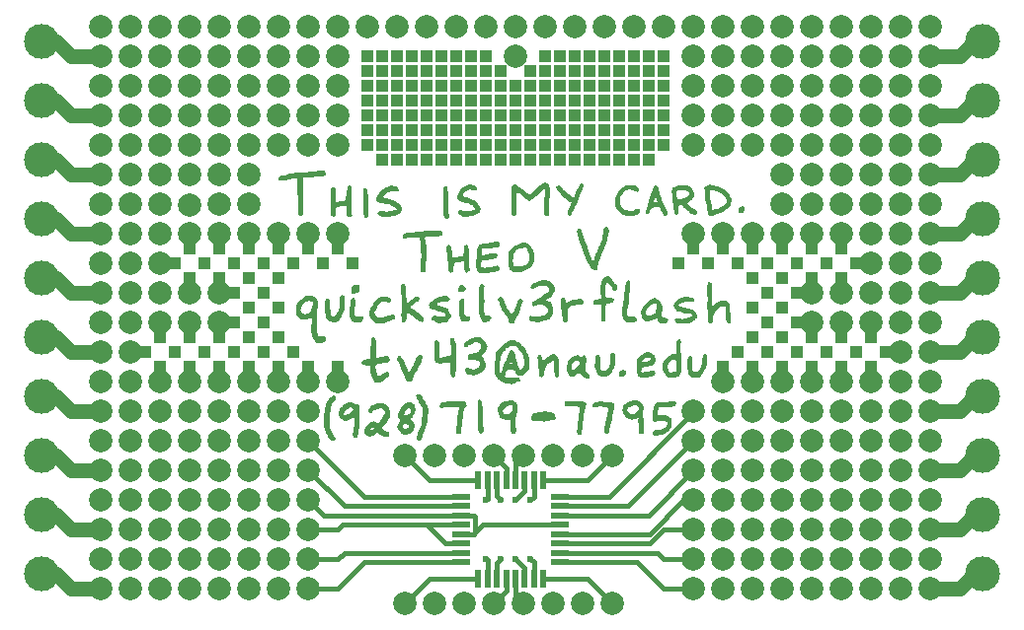
<source format=gbr>
%TF.GenerationSoftware,KiCad,Pcbnew,8.0.9-8.0.9-0~ubuntu24.04.1*%
%TF.CreationDate,2025-10-22T00:16:44-07:00*%
%TF.ProjectId,business_card,62757369-6e65-4737-935f-636172642e6b,rev?*%
%TF.SameCoordinates,Original*%
%TF.FileFunction,Copper,L1,Top*%
%TF.FilePolarity,Positive*%
%FSLAX46Y46*%
G04 Gerber Fmt 4.6, Leading zero omitted, Abs format (unit mm)*
G04 Created by KiCad (PCBNEW 8.0.9-8.0.9-0~ubuntu24.04.1) date 2025-10-22 00:16:44*
%MOMM*%
%LPD*%
G01*
G04 APERTURE LIST*
%TA.AperFunction,EtchedComponent*%
%ADD10C,0.000000*%
%TD*%
%TA.AperFunction,ComponentPad*%
%ADD11C,2.000000*%
%TD*%
%TA.AperFunction,SMDPad,CuDef*%
%ADD12R,1.000000X1.000000*%
%TD*%
%TA.AperFunction,SMDPad,CuDef*%
%ADD13R,1.600000X0.550000*%
%TD*%
%TA.AperFunction,SMDPad,CuDef*%
%ADD14R,0.550000X1.600000*%
%TD*%
%TA.AperFunction,ComponentPad*%
%ADD15C,3.000000*%
%TD*%
%TA.AperFunction,ViaPad*%
%ADD16C,0.600000*%
%TD*%
%TA.AperFunction,Conductor*%
%ADD17C,0.400000*%
%TD*%
%TA.AperFunction,Conductor*%
%ADD18C,1.270000*%
%TD*%
G04 APERTURE END LIST*
D10*
%TA.AperFunction,EtchedComponent*%
%TO.C,TP141*%
G36*
X189695415Y-68756824D02*
G01*
X189754970Y-68831979D01*
X189766258Y-68852962D01*
X189799412Y-68987748D01*
X189771327Y-69128693D01*
X189693569Y-69248679D01*
X189616931Y-69307716D01*
X189520000Y-69330000D01*
X189383912Y-69318885D01*
X189341501Y-69311269D01*
X189271870Y-69269828D01*
X189242598Y-69190651D01*
X189249149Y-69088675D01*
X189286989Y-68978838D01*
X189351582Y-68876078D01*
X189438393Y-68795332D01*
X189508775Y-68760296D01*
X189620321Y-68735439D01*
X189695415Y-68756824D01*
G37*
%TD.AperFunction*%
%TA.AperFunction,EtchedComponent*%
G36*
X165668261Y-75537639D02*
G01*
X165775796Y-75611554D01*
X165847499Y-75716216D01*
X165875059Y-75836465D01*
X165850164Y-75957143D01*
X165811647Y-76017555D01*
X165733738Y-76071658D01*
X165615165Y-76114284D01*
X165484307Y-76138775D01*
X165369542Y-76138477D01*
X165333749Y-76129650D01*
X165263983Y-76080549D01*
X165232299Y-75992693D01*
X165235437Y-75855493D01*
X165239594Y-75823720D01*
X165285473Y-75661875D01*
X165368698Y-75558155D01*
X165489601Y-75512205D01*
X165533203Y-75509632D01*
X165668261Y-75537639D01*
G37*
%TD.AperFunction*%
%TA.AperFunction,EtchedComponent*%
G36*
X179548986Y-82860294D02*
G01*
X179594181Y-82920851D01*
X179608697Y-83028112D01*
X179608953Y-83051605D01*
X179601320Y-83151395D01*
X179568083Y-83222441D01*
X179493736Y-83295432D01*
X179479951Y-83306904D01*
X179363349Y-83385438D01*
X179260660Y-83407575D01*
X179150384Y-83376381D01*
X179115833Y-83358840D01*
X179051726Y-83311302D01*
X179024893Y-83244664D01*
X179020669Y-83168681D01*
X179037480Y-83022812D01*
X179094161Y-82926421D01*
X179200082Y-82869407D01*
X179319894Y-82846122D01*
X179461446Y-82838149D01*
X179548986Y-82860294D01*
G37*
%TD.AperFunction*%
%TA.AperFunction,EtchedComponent*%
G36*
X156624488Y-75512092D02*
G01*
X156700085Y-75523261D01*
X156743978Y-75548823D01*
X156774312Y-75593383D01*
X156799837Y-75701022D01*
X156789064Y-75841522D01*
X156744234Y-75990256D01*
X156736655Y-76007526D01*
X156670736Y-76093662D01*
X156566617Y-76168661D01*
X156442299Y-76226173D01*
X156315781Y-76259846D01*
X156205065Y-76263328D01*
X156128151Y-76230270D01*
X156122579Y-76224193D01*
X156078442Y-76128651D01*
X156059710Y-75997394D01*
X156067691Y-75859583D01*
X156101263Y-75749047D01*
X156169121Y-75627527D01*
X156234117Y-75555800D01*
X156317642Y-75520968D01*
X156441090Y-75510139D01*
X156498466Y-75509632D01*
X156624488Y-75512092D01*
G37*
%TD.AperFunction*%
%TA.AperFunction,EtchedComponent*%
G36*
X164301438Y-67059529D02*
G01*
X164301885Y-67059972D01*
X164315560Y-67086746D01*
X164326915Y-67141382D01*
X164336274Y-67230176D01*
X164343958Y-67359421D01*
X164350290Y-67535413D01*
X164355592Y-67764448D01*
X164360187Y-68052821D01*
X164362606Y-68245491D01*
X164366625Y-68560593D01*
X164370819Y-68813477D01*
X164375594Y-69011133D01*
X164381359Y-69160552D01*
X164388518Y-69268725D01*
X164397480Y-69342642D01*
X164408651Y-69389295D01*
X164422437Y-69415674D01*
X164431178Y-69423999D01*
X164479328Y-69496395D01*
X164481636Y-69593119D01*
X164446517Y-69695534D01*
X164382389Y-69785003D01*
X164297668Y-69842890D01*
X164236643Y-69854757D01*
X164148841Y-69833492D01*
X164115911Y-69794198D01*
X164083884Y-69727162D01*
X164031540Y-69634560D01*
X164014529Y-69606692D01*
X163986019Y-69556695D01*
X163965121Y-69504213D01*
X163950499Y-69437660D01*
X163940817Y-69345449D01*
X163934738Y-69215995D01*
X163930926Y-69037711D01*
X163928725Y-68862686D01*
X163925186Y-68439282D01*
X163924650Y-68081832D01*
X163927207Y-67787144D01*
X163932944Y-67552025D01*
X163941951Y-67373281D01*
X163954316Y-67247719D01*
X163970128Y-67172146D01*
X163976059Y-67157748D01*
X164040115Y-67087791D01*
X164133023Y-67042903D01*
X164228795Y-67030882D01*
X164301438Y-67059529D01*
G37*
%TD.AperFunction*%
%TA.AperFunction,EtchedComponent*%
G36*
X157371537Y-67220779D02*
G01*
X157377686Y-67228866D01*
X157412149Y-67316862D01*
X157445464Y-67459940D01*
X157475878Y-67643973D01*
X157501640Y-67854837D01*
X157520996Y-68078404D01*
X157532196Y-68300549D01*
X157533849Y-68487863D01*
X157531842Y-68644687D01*
X157530666Y-68797159D01*
X157530556Y-68914020D01*
X157530596Y-68920424D01*
X157532141Y-69154521D01*
X157532366Y-69329305D01*
X157530393Y-69454671D01*
X157525346Y-69540516D01*
X157516346Y-69596733D01*
X157502516Y-69633220D01*
X157482979Y-69659871D01*
X157463206Y-69680202D01*
X157366864Y-69742159D01*
X157272648Y-69735379D01*
X157201333Y-69680841D01*
X157172635Y-69631778D01*
X157148034Y-69548276D01*
X157126351Y-69422640D01*
X157106406Y-69247176D01*
X157087019Y-69014188D01*
X157076818Y-68868517D01*
X157080408Y-68818416D01*
X157092055Y-68721683D01*
X157107711Y-68609812D01*
X157121049Y-68476563D01*
X157122114Y-68357080D01*
X157113193Y-68289050D01*
X157102018Y-68218377D01*
X157091519Y-68095194D01*
X157082807Y-67936200D01*
X157076994Y-67758094D01*
X157076596Y-67738937D01*
X157073809Y-67552004D01*
X157074952Y-67422059D01*
X157081391Y-67336927D01*
X157094494Y-67284434D01*
X157115631Y-67252406D01*
X157132893Y-67237834D01*
X157218718Y-67199321D01*
X157307986Y-67193281D01*
X157371537Y-67220779D01*
G37*
%TD.AperFunction*%
%TA.AperFunction,EtchedComponent*%
G36*
X165710695Y-76690857D02*
G01*
X165732480Y-76709093D01*
X165748076Y-76744409D01*
X165758414Y-76806869D01*
X165764422Y-76906543D01*
X165767031Y-77053497D01*
X165767169Y-77257798D01*
X165767007Y-77300684D01*
X165766436Y-77502578D01*
X165766424Y-77687761D01*
X165766933Y-77841862D01*
X165767927Y-77950510D01*
X165768818Y-77990062D01*
X165797969Y-78112941D01*
X165871210Y-78184101D01*
X165984305Y-78199822D01*
X166004609Y-78197143D01*
X166122310Y-78207599D01*
X166209213Y-78273835D01*
X166253945Y-78385205D01*
X166257534Y-78433900D01*
X166246214Y-78510645D01*
X166200968Y-78567557D01*
X166123054Y-78617702D01*
X165986654Y-78670075D01*
X165831916Y-78692935D01*
X165683277Y-78685684D01*
X165565174Y-78647723D01*
X165541468Y-78631955D01*
X165485495Y-78559033D01*
X165437219Y-78446155D01*
X165424008Y-78399142D01*
X165394632Y-78292329D01*
X165365919Y-78212164D01*
X165353356Y-78188622D01*
X165339916Y-78137413D01*
X165329549Y-78032210D01*
X165322626Y-77888175D01*
X165319521Y-77720470D01*
X165320607Y-77544259D01*
X165326256Y-77374704D01*
X165331297Y-77291785D01*
X165340891Y-77154748D01*
X165349245Y-77025801D01*
X165352903Y-76963038D01*
X165385026Y-76830807D01*
X165456752Y-76731377D01*
X165554277Y-76675249D01*
X165663794Y-76672926D01*
X165710695Y-76690857D01*
G37*
%TD.AperFunction*%
%TA.AperFunction,EtchedComponent*%
G36*
X167129834Y-85384975D02*
G01*
X167200905Y-85435409D01*
X167237840Y-85492156D01*
X167238314Y-85495439D01*
X167256542Y-85658255D01*
X167273129Y-85775676D01*
X167291870Y-85871301D01*
X167311294Y-85949205D01*
X167327128Y-86045464D01*
X167339992Y-86194857D01*
X167349424Y-86381353D01*
X167354959Y-86588920D01*
X167356137Y-86801529D01*
X167352493Y-87003148D01*
X167345822Y-87145351D01*
X167346704Y-87262161D01*
X167358993Y-87417659D01*
X167380196Y-87582734D01*
X167386678Y-87622554D01*
X167408300Y-87777198D01*
X167420189Y-87921673D01*
X167420542Y-88031078D01*
X167417981Y-88054259D01*
X167375554Y-88173464D01*
X167301724Y-88257926D01*
X167211449Y-88299794D01*
X167119685Y-88291216D01*
X167056355Y-88244057D01*
X167025813Y-88181293D01*
X166993485Y-88072172D01*
X166965863Y-87939051D01*
X166963400Y-87923962D01*
X166938523Y-87768473D01*
X166913429Y-87613857D01*
X166894244Y-87497757D01*
X166885968Y-87390711D01*
X166886205Y-87230292D01*
X166894610Y-87031771D01*
X166909282Y-86828376D01*
X166926118Y-86594800D01*
X166933026Y-86407538D01*
X166929851Y-86274689D01*
X166921059Y-86216662D01*
X166906908Y-86132292D01*
X166896380Y-86002251D01*
X166891160Y-85850048D01*
X166890899Y-85795988D01*
X166897530Y-85608126D01*
X166918080Y-85479931D01*
X166955867Y-85402678D01*
X167014211Y-85367639D01*
X167055514Y-85363199D01*
X167129834Y-85384975D01*
G37*
%TD.AperFunction*%
%TA.AperFunction,EtchedComponent*%
G36*
X172956901Y-86418890D02*
G01*
X172980261Y-86425780D01*
X173099442Y-86454361D01*
X173229633Y-86468724D01*
X173243086Y-86469037D01*
X173371410Y-86492484D01*
X173461222Y-86553280D01*
X173498947Y-86641708D01*
X173499335Y-86652484D01*
X173522371Y-86720622D01*
X173553942Y-86762453D01*
X173588918Y-86840946D01*
X173581012Y-86942012D01*
X173534607Y-87037665D01*
X173506025Y-87068338D01*
X173478475Y-87089833D01*
X173443898Y-87107563D01*
X173391403Y-87124032D01*
X173310100Y-87141741D01*
X173189099Y-87163192D01*
X173017511Y-87190887D01*
X172876446Y-87212994D01*
X172717850Y-87237866D01*
X172613509Y-87253346D01*
X172549170Y-87259862D01*
X172510580Y-87257841D01*
X172483484Y-87247713D01*
X172453629Y-87229905D01*
X172446835Y-87225901D01*
X172368232Y-87206743D01*
X172223018Y-87201422D01*
X172028337Y-87208991D01*
X171868757Y-87218011D01*
X171762723Y-87220061D01*
X171694727Y-87212777D01*
X171649258Y-87193794D01*
X171610807Y-87160749D01*
X171593612Y-87142740D01*
X171527449Y-87024318D01*
X171513144Y-86875288D01*
X171551838Y-86712136D01*
X171562121Y-86687827D01*
X171603411Y-86619049D01*
X171664157Y-86573373D01*
X171761667Y-86541896D01*
X171890207Y-86519086D01*
X171960825Y-86506915D01*
X172071810Y-86486104D01*
X172167046Y-86467502D01*
X172410980Y-86426786D01*
X172633035Y-86404646D01*
X172819560Y-86401780D01*
X172956901Y-86418890D01*
G37*
%TD.AperFunction*%
%TA.AperFunction,EtchedComponent*%
G36*
X156282371Y-76613740D02*
G01*
X156342046Y-76639510D01*
X156377606Y-76689732D01*
X156401942Y-76784781D01*
X156406380Y-76809698D01*
X156417699Y-76959715D01*
X156410367Y-77150984D01*
X156397294Y-77274482D01*
X156377396Y-77461473D01*
X156361994Y-77670418D01*
X156354384Y-77856482D01*
X156354350Y-77858586D01*
X156353702Y-78002605D01*
X156359760Y-78094615D01*
X156376335Y-78151755D01*
X156407239Y-78191168D01*
X156433048Y-78212517D01*
X156554471Y-78269929D01*
X156688261Y-78261698D01*
X156777054Y-78225463D01*
X156852501Y-78193863D01*
X156918174Y-78194688D01*
X157004678Y-78225540D01*
X157082851Y-78262374D01*
X157115338Y-78302066D01*
X157115531Y-78370622D01*
X157107495Y-78425173D01*
X157060854Y-78574867D01*
X156971170Y-78677395D01*
X156830815Y-78739535D01*
X156732356Y-78758536D01*
X156548021Y-78766778D01*
X156374726Y-78733357D01*
X156364988Y-78730364D01*
X156212675Y-78657476D01*
X156088512Y-78537794D01*
X155981553Y-78360561D01*
X155975146Y-78347234D01*
X155951522Y-78260917D01*
X155933416Y-78125327D01*
X155921454Y-77960230D01*
X155916259Y-77785390D01*
X155918457Y-77620571D01*
X155928671Y-77485537D01*
X155945383Y-77405408D01*
X155968410Y-77316961D01*
X155991382Y-77184786D01*
X156010053Y-77034236D01*
X156013228Y-77000405D01*
X156038653Y-76813589D01*
X156079124Y-76689131D01*
X156138814Y-76621038D01*
X156221892Y-76603317D01*
X156282371Y-76613740D01*
G37*
%TD.AperFunction*%
%TA.AperFunction,EtchedComponent*%
G36*
X174834979Y-85525050D02*
G01*
X174945322Y-85526438D01*
X175132702Y-85529915D01*
X175335146Y-85534859D01*
X175539528Y-85540815D01*
X175732723Y-85547327D01*
X175901605Y-85553940D01*
X176033046Y-85560196D01*
X176113922Y-85565640D01*
X176129635Y-85567572D01*
X176159652Y-85595934D01*
X176188845Y-85637409D01*
X176204201Y-85679017D01*
X176205551Y-85742097D01*
X176191343Y-85838962D01*
X176160027Y-85981921D01*
X176129975Y-86104544D01*
X176072837Y-86362393D01*
X176017079Y-86668957D01*
X175965650Y-87003757D01*
X175921500Y-87346317D01*
X175887580Y-87676158D01*
X175870441Y-87906006D01*
X175853787Y-88110914D01*
X175828856Y-88254450D01*
X175790801Y-88344368D01*
X175734776Y-88388421D01*
X175655934Y-88394363D01*
X175575629Y-88377569D01*
X175498579Y-88323834D01*
X175444007Y-88225334D01*
X175420000Y-88105000D01*
X175434644Y-87985764D01*
X175436030Y-87981680D01*
X175455144Y-87891916D01*
X175468128Y-87764098D01*
X175471814Y-87654599D01*
X175477769Y-87490750D01*
X175493031Y-87314081D01*
X175505709Y-87218551D01*
X175524768Y-87094464D01*
X175549434Y-86926719D01*
X175576081Y-86740249D01*
X175594376Y-86608975D01*
X175618146Y-86438519D01*
X175640438Y-86282637D01*
X175658491Y-86160403D01*
X175668290Y-86098107D01*
X175675950Y-86023092D01*
X175659075Y-86000210D01*
X175631089Y-86006815D01*
X175559822Y-86007423D01*
X175531932Y-85992934D01*
X175482196Y-85979134D01*
X175376960Y-85967333D01*
X175229925Y-85958602D01*
X175054795Y-85954012D01*
X175031070Y-85953779D01*
X174852648Y-85950059D01*
X174693113Y-85942511D01*
X174568489Y-85932182D01*
X174494797Y-85920120D01*
X174489435Y-85918345D01*
X174411937Y-85854877D01*
X174363992Y-85759744D01*
X174340544Y-85670089D01*
X174348532Y-85614712D01*
X174379134Y-85575922D01*
X174411006Y-85553387D01*
X174461248Y-85538017D01*
X174541139Y-85528829D01*
X174661957Y-85524835D01*
X174834979Y-85525050D01*
G37*
%TD.AperFunction*%
%TA.AperFunction,EtchedComponent*%
G36*
X179873373Y-75140882D02*
G01*
X179890664Y-75145899D01*
X179949045Y-75196654D01*
X179981613Y-75305083D01*
X179988658Y-75473406D01*
X179970467Y-75703840D01*
X179966996Y-75732603D01*
X179947840Y-75909856D01*
X179929146Y-76121821D01*
X179913822Y-76334042D01*
X179908475Y-76426662D01*
X179891131Y-76696311D01*
X179868721Y-76941240D01*
X179842569Y-77151663D01*
X179813997Y-77317794D01*
X179784328Y-77429847D01*
X179768155Y-77464676D01*
X179743405Y-77540916D01*
X179728580Y-77663429D01*
X179724010Y-77809946D01*
X179730024Y-77958197D01*
X179746952Y-78085913D01*
X179758281Y-78130954D01*
X179793419Y-78243420D01*
X180076225Y-78243930D01*
X180267169Y-78250731D01*
X180399626Y-78273310D01*
X180483389Y-78316136D01*
X180528253Y-78383680D01*
X180542577Y-78456809D01*
X180539670Y-78551411D01*
X180499539Y-78615947D01*
X180450060Y-78655463D01*
X180387072Y-78692739D01*
X180315287Y-78713958D01*
X180214918Y-78722455D01*
X180066178Y-78721563D01*
X180058886Y-78721377D01*
X179911498Y-78716351D01*
X179779941Y-78709733D01*
X179688176Y-78702779D01*
X179675351Y-78701282D01*
X179594431Y-78665593D01*
X179506241Y-78590801D01*
X179427905Y-78496868D01*
X179376550Y-78403753D01*
X179366666Y-78341497D01*
X179355888Y-78259363D01*
X179335498Y-78222877D01*
X179307339Y-78150053D01*
X179291103Y-78023443D01*
X179286729Y-77857427D01*
X179294155Y-77666381D01*
X179313320Y-77464686D01*
X179339486Y-77291785D01*
X179379309Y-77071416D01*
X179408472Y-76906380D01*
X179428948Y-76783963D01*
X179442709Y-76691451D01*
X179451727Y-76616131D01*
X179457975Y-76545287D01*
X179460292Y-76513175D01*
X179470793Y-76394674D01*
X179487955Y-76236446D01*
X179509508Y-76056125D01*
X179533180Y-75871344D01*
X179556702Y-75699739D01*
X179577802Y-75558945D01*
X179594210Y-75466595D01*
X179596193Y-75457725D01*
X179646398Y-75289523D01*
X179705630Y-75184566D01*
X179779438Y-75136978D01*
X179873373Y-75140882D01*
G37*
%TD.AperFunction*%
%TA.AperFunction,EtchedComponent*%
G36*
X167348343Y-75400368D02*
G01*
X167379438Y-75418133D01*
X167445815Y-75489871D01*
X167486349Y-75586407D01*
X167492872Y-75680238D01*
X167472184Y-75730372D01*
X167455345Y-75784711D01*
X167442679Y-75890662D01*
X167434433Y-76030738D01*
X167430856Y-76187453D01*
X167432196Y-76343321D01*
X167438701Y-76480856D01*
X167450620Y-76582570D01*
X167459603Y-76616989D01*
X167471792Y-76686623D01*
X167478684Y-76809721D01*
X167479802Y-76970706D01*
X167475440Y-77136063D01*
X167466832Y-77353995D01*
X167461814Y-77517337D01*
X167460654Y-77640627D01*
X167463623Y-77738405D01*
X167470988Y-77825211D01*
X167483018Y-77915582D01*
X167490783Y-77966119D01*
X167522846Y-78096202D01*
X167573361Y-78162649D01*
X167650891Y-78170326D01*
X167764000Y-78124097D01*
X167766503Y-78122754D01*
X167876690Y-78063414D01*
X167984142Y-78175852D01*
X168056969Y-78270255D01*
X168090767Y-78353561D01*
X168080607Y-78410633D01*
X168064390Y-78422212D01*
X168028653Y-78455719D01*
X167973754Y-78524585D01*
X167958219Y-78546213D01*
X167881739Y-78628765D01*
X167797092Y-78657979D01*
X167777793Y-78658679D01*
X167680948Y-78679810D01*
X167613466Y-78721547D01*
X167560032Y-78761283D01*
X167498359Y-78763531D01*
X167432549Y-78744669D01*
X167326813Y-78677112D01*
X167227785Y-78556141D01*
X167145439Y-78397477D01*
X167089751Y-78216838D01*
X167086153Y-78198804D01*
X167060262Y-78089818D01*
X167031165Y-78006496D01*
X167017172Y-77981871D01*
X167004017Y-77930250D01*
X166994261Y-77814105D01*
X166988095Y-77638047D01*
X166985710Y-77406686D01*
X166986235Y-77234433D01*
X166987480Y-77013809D01*
X166987933Y-76810923D01*
X166987623Y-76638165D01*
X166986575Y-76507925D01*
X166984817Y-76432594D01*
X166984485Y-76426662D01*
X166984813Y-76298176D01*
X166996984Y-76126116D01*
X167018102Y-75934530D01*
X167045270Y-75747466D01*
X167075593Y-75588974D01*
X167093892Y-75518268D01*
X167152131Y-75419763D01*
X167241472Y-75378876D01*
X167348343Y-75400368D01*
G37*
%TD.AperFunction*%
%TA.AperFunction,EtchedComponent*%
G36*
X186507831Y-81431322D02*
G01*
X186580550Y-81502989D01*
X186610710Y-81624196D01*
X186611102Y-81657877D01*
X186603070Y-81920471D01*
X186591923Y-82126922D01*
X186575528Y-82290292D01*
X186551755Y-82423640D01*
X186518472Y-82540029D01*
X186473548Y-82652518D01*
X186435726Y-82732507D01*
X186356592Y-82875024D01*
X186257728Y-83027043D01*
X186149615Y-83175105D01*
X186042736Y-83305750D01*
X185947573Y-83405519D01*
X185874607Y-83460952D01*
X185865337Y-83464936D01*
X185741798Y-83498591D01*
X185614325Y-83516520D01*
X185504814Y-83517292D01*
X185435166Y-83499477D01*
X185427915Y-83493523D01*
X185360381Y-83456365D01*
X185307118Y-83447843D01*
X185232124Y-83421101D01*
X185141909Y-83353846D01*
X185055802Y-83265532D01*
X184993131Y-83175617D01*
X184972713Y-83111239D01*
X184960279Y-83022335D01*
X184937134Y-82943511D01*
X184922562Y-82869041D01*
X184911441Y-82741995D01*
X184904010Y-82578934D01*
X184900503Y-82396415D01*
X184901158Y-82210998D01*
X184906210Y-82039243D01*
X184915897Y-81897709D01*
X184921534Y-81850348D01*
X184960251Y-81706123D01*
X185021585Y-81610845D01*
X185095190Y-81567690D01*
X185170723Y-81579836D01*
X185237842Y-81650462D01*
X185275797Y-81741511D01*
X185293113Y-81846735D01*
X185299891Y-81986398D01*
X185296081Y-82128774D01*
X185281638Y-82242135D01*
X185276566Y-82261557D01*
X185277706Y-82305355D01*
X185287474Y-82401487D01*
X185304086Y-82533867D01*
X185317361Y-82629322D01*
X185341513Y-82786819D01*
X185362622Y-82889323D01*
X185385617Y-82950589D01*
X185415429Y-82984371D01*
X185450987Y-83002203D01*
X185562829Y-83009841D01*
X185689772Y-82961792D01*
X185818894Y-82865651D01*
X185937271Y-82729012D01*
X185951717Y-82707889D01*
X186063087Y-82510765D01*
X186125650Y-82317270D01*
X186148488Y-82097079D01*
X186149087Y-82048802D01*
X186162681Y-81853386D01*
X186199944Y-81680239D01*
X186256165Y-81541371D01*
X186326634Y-81448787D01*
X186397676Y-81415029D01*
X186507831Y-81431322D01*
G37*
%TD.AperFunction*%
%TA.AperFunction,EtchedComponent*%
G36*
X174285871Y-76615282D02*
G01*
X174362261Y-76657093D01*
X174411046Y-76751323D01*
X174424821Y-76857186D01*
X174435210Y-76978061D01*
X174469020Y-77039017D01*
X174532192Y-77047102D01*
X174574233Y-77034446D01*
X174640961Y-76999062D01*
X174666525Y-76967148D01*
X174696971Y-76937013D01*
X174774306Y-76900575D01*
X174877525Y-76864968D01*
X174985623Y-76837322D01*
X175077596Y-76824772D01*
X175086260Y-76824619D01*
X175173046Y-76815863D01*
X175294392Y-76793333D01*
X175381508Y-76772711D01*
X175568899Y-76732032D01*
X175707977Y-76723200D01*
X175812363Y-76747176D01*
X175895680Y-76804918D01*
X175900064Y-76809235D01*
X175958983Y-76882309D01*
X175973793Y-76957215D01*
X175965008Y-77025515D01*
X175939224Y-77127854D01*
X175897489Y-77187486D01*
X175822892Y-77216194D01*
X175698520Y-77225764D01*
X175676973Y-77226233D01*
X175537777Y-77235031D01*
X175372910Y-77254704D01*
X175201987Y-77281835D01*
X175044625Y-77313006D01*
X174920440Y-77344801D01*
X174856852Y-77369088D01*
X174768360Y-77429595D01*
X174701405Y-77508918D01*
X174653487Y-77616282D01*
X174622103Y-77760911D01*
X174604753Y-77952032D01*
X174598934Y-78198871D01*
X174599307Y-78318994D01*
X174598432Y-78470123D01*
X174590553Y-78569237D01*
X174572505Y-78633422D01*
X174541122Y-78679766D01*
X174530393Y-78690996D01*
X174436439Y-78753026D01*
X174346681Y-78746175D01*
X174260003Y-78670300D01*
X174248533Y-78654840D01*
X174202113Y-78570957D01*
X174178734Y-78470480D01*
X174172467Y-78327725D01*
X174172472Y-78325357D01*
X174168403Y-78208052D01*
X174157196Y-78120867D01*
X174142830Y-78084841D01*
X174126849Y-78041026D01*
X174132705Y-77986020D01*
X174135408Y-77911041D01*
X174122282Y-77796248D01*
X174100350Y-77685347D01*
X174071911Y-77539686D01*
X174045797Y-77361056D01*
X174027221Y-77185641D01*
X174025896Y-77168562D01*
X174017192Y-77008786D01*
X174020640Y-76896499D01*
X174038163Y-76810736D01*
X174064788Y-76744651D01*
X174122240Y-76652246D01*
X174191894Y-76614247D01*
X174285871Y-76615282D01*
G37*
%TD.AperFunction*%
%TA.AperFunction,EtchedComponent*%
G36*
X155336614Y-76400303D02*
G01*
X155412408Y-76424708D01*
X155467345Y-76470967D01*
X155504447Y-76548669D01*
X155526730Y-76667402D01*
X155537214Y-76836754D01*
X155539044Y-77043286D01*
X155526628Y-77348254D01*
X155493210Y-77607269D01*
X155440126Y-77814354D01*
X155368715Y-77963528D01*
X155320592Y-78020110D01*
X155269002Y-78087929D01*
X155253174Y-78140139D01*
X155234586Y-78203975D01*
X155187974Y-78293410D01*
X155166662Y-78326640D01*
X155114007Y-78410578D01*
X155083341Y-78471745D01*
X155080149Y-78484651D01*
X155052402Y-78516522D01*
X154980190Y-78568890D01*
X154894261Y-78621534D01*
X154691751Y-78705278D01*
X154492478Y-78726369D01*
X154306466Y-78684239D01*
X154252651Y-78658022D01*
X154109610Y-78561944D01*
X153995689Y-78454077D01*
X153923285Y-78348085D01*
X153903583Y-78273279D01*
X153893780Y-78197071D01*
X153873657Y-78159799D01*
X153861799Y-78120552D01*
X153848799Y-78024494D01*
X153835884Y-77883986D01*
X153824281Y-77711387D01*
X153819000Y-77609335D01*
X153810398Y-77320404D01*
X153815561Y-77093718D01*
X153836035Y-76923404D01*
X153873363Y-76803584D01*
X153929091Y-76728382D01*
X154004763Y-76691924D01*
X154061682Y-76686199D01*
X154139073Y-76704888D01*
X154173725Y-76730037D01*
X154187970Y-76777754D01*
X154204454Y-76882220D01*
X154221698Y-77031075D01*
X154238222Y-77211958D01*
X154249279Y-77361576D01*
X154263117Y-77560718D01*
X154276588Y-77739414D01*
X154288628Y-77884625D01*
X154298172Y-77983315D01*
X154302950Y-78018488D01*
X154344596Y-78086140D01*
X154425749Y-78153697D01*
X154519558Y-78203412D01*
X154599170Y-78217539D01*
X154603069Y-78216833D01*
X154659896Y-78179072D01*
X154736574Y-78093999D01*
X154822239Y-77976323D01*
X154906031Y-77840753D01*
X154966765Y-77724346D01*
X155044901Y-77503922D01*
X155095035Y-77245756D01*
X155113670Y-76976834D01*
X155097308Y-76724142D01*
X155096808Y-76720804D01*
X155087125Y-76615550D01*
X155103708Y-76545112D01*
X155154464Y-76477579D01*
X155158022Y-76473727D01*
X155237504Y-76409213D01*
X155318607Y-76397478D01*
X155336614Y-76400303D01*
G37*
%TD.AperFunction*%
%TA.AperFunction,EtchedComponent*%
G36*
X154667990Y-85037251D02*
G01*
X154717523Y-85065321D01*
X154767290Y-85142420D01*
X154768353Y-85248637D01*
X154724593Y-85368097D01*
X154639895Y-85484925D01*
X154606985Y-85517176D01*
X154509796Y-85641147D01*
X154421983Y-85823087D01*
X154346375Y-86052067D01*
X154285803Y-86317156D01*
X154243097Y-86607425D01*
X154221088Y-86911943D01*
X154218827Y-87016130D01*
X154217121Y-87278842D01*
X154217496Y-87481338D01*
X154220690Y-87632601D01*
X154227445Y-87741612D01*
X154238501Y-87817352D01*
X154254596Y-87868803D01*
X154276471Y-87904948D01*
X154293613Y-87923962D01*
X154344020Y-87981151D01*
X154362823Y-88014598D01*
X154379660Y-88052596D01*
X154423997Y-88132591D01*
X154486573Y-88237941D01*
X154492591Y-88247784D01*
X154604906Y-88440817D01*
X154675470Y-88588290D01*
X154706368Y-88698200D01*
X154699688Y-88778544D01*
X154657515Y-88837320D01*
X154648313Y-88844727D01*
X154571580Y-88875947D01*
X154466234Y-88890304D01*
X154365677Y-88885653D01*
X154310584Y-88866415D01*
X154273708Y-88821637D01*
X154223710Y-88740366D01*
X154206769Y-88709051D01*
X154148678Y-88611927D01*
X154090129Y-88534925D01*
X154077332Y-88522012D01*
X154029762Y-88465264D01*
X154016773Y-88431745D01*
X153996206Y-88378805D01*
X153969766Y-88341945D01*
X153914816Y-88249386D01*
X153863775Y-88114228D01*
X153826118Y-87962858D01*
X153819668Y-87923962D01*
X153799034Y-87831017D01*
X153772512Y-87766937D01*
X153770006Y-87763564D01*
X153753214Y-87704926D01*
X153742647Y-87579101D01*
X153738326Y-87387834D01*
X153740276Y-87132871D01*
X153748518Y-86815956D01*
X153755237Y-86628822D01*
X153765094Y-86420616D01*
X153777335Y-86267864D01*
X153793930Y-86156815D01*
X153816852Y-86073715D01*
X153843438Y-86013520D01*
X153887584Y-85909419D01*
X153911535Y-85815182D01*
X153912959Y-85795395D01*
X153924662Y-85713226D01*
X153953939Y-85613584D01*
X153992042Y-85518883D01*
X154030222Y-85451535D01*
X154054645Y-85432408D01*
X154089953Y-85405945D01*
X154145371Y-85338709D01*
X154176625Y-85293955D01*
X154291981Y-85156492D01*
X154420276Y-85064527D01*
X154549587Y-85023100D01*
X154667990Y-85037251D01*
G37*
%TD.AperFunction*%
%TA.AperFunction,EtchedComponent*%
G36*
X161940065Y-84924080D02*
G01*
X162024493Y-84960325D01*
X162085887Y-85032714D01*
X162091497Y-85042132D01*
X162147230Y-85133186D01*
X162214276Y-85236314D01*
X162280110Y-85333041D01*
X162332210Y-85404891D01*
X162356060Y-85432408D01*
X162382376Y-85474137D01*
X162415131Y-85553118D01*
X162418863Y-85563801D01*
X162468791Y-85673766D01*
X162528346Y-85767446D01*
X162578314Y-85853211D01*
X162598790Y-85931925D01*
X162612787Y-86007348D01*
X162631505Y-86039724D01*
X162652038Y-86096738D01*
X162663889Y-86208114D01*
X162667301Y-86359584D01*
X162662517Y-86536880D01*
X162649780Y-86725731D01*
X162629332Y-86911869D01*
X162615053Y-87006932D01*
X162590308Y-87160855D01*
X162570663Y-87294791D01*
X162558718Y-87390339D01*
X162556322Y-87422190D01*
X162535328Y-87575566D01*
X162474233Y-87771129D01*
X162371382Y-88013895D01*
X162336931Y-88086749D01*
X162272104Y-88227251D01*
X162220834Y-88349602D01*
X162189758Y-88437311D01*
X162183531Y-88467865D01*
X162165811Y-88525045D01*
X162120713Y-88612794D01*
X162060331Y-88712263D01*
X161996759Y-88804601D01*
X161942091Y-88870960D01*
X161910825Y-88892899D01*
X161868635Y-88871402D01*
X161802249Y-88818603D01*
X161790628Y-88808039D01*
X161717653Y-88699033D01*
X161694535Y-88551542D01*
X161721406Y-88362779D01*
X161798397Y-88129955D01*
X161825806Y-88063805D01*
X161890603Y-87920162D01*
X161954810Y-87790359D01*
X162007838Y-87695384D01*
X162023443Y-87671991D01*
X162079927Y-87545617D01*
X162087934Y-87429756D01*
X162092327Y-87324139D01*
X162109834Y-87180193D01*
X162136835Y-87026748D01*
X162140999Y-87006932D01*
X162187704Y-86698791D01*
X162194346Y-86406970D01*
X162161531Y-86145526D01*
X162095207Y-85939944D01*
X162040128Y-85832365D01*
X161988406Y-85752548D01*
X161955294Y-85720493D01*
X161917208Y-85678016D01*
X161879498Y-85593786D01*
X161869005Y-85559382D01*
X161824781Y-85449041D01*
X161763923Y-85356397D01*
X161749785Y-85341768D01*
X161687311Y-85252420D01*
X161645113Y-85134480D01*
X161632235Y-85019596D01*
X161642267Y-84965503D01*
X161691048Y-84927144D01*
X161800625Y-84913885D01*
X161810442Y-84913865D01*
X161940065Y-84924080D01*
G37*
%TD.AperFunction*%
%TA.AperFunction,EtchedComponent*%
G36*
X178516465Y-81328009D02*
G01*
X178602876Y-81371663D01*
X178664048Y-81467290D01*
X178701262Y-81618925D01*
X178715797Y-81830603D01*
X178715095Y-81954618D01*
X178709732Y-82123134D01*
X178699693Y-82244842D01*
X178679885Y-82342146D01*
X178645214Y-82437447D01*
X178590587Y-82553146D01*
X178569375Y-82595522D01*
X178507517Y-82724067D01*
X178460188Y-82833023D01*
X178434768Y-82904952D01*
X178432386Y-82919219D01*
X178407551Y-82972928D01*
X178343036Y-83053035D01*
X178253824Y-83145494D01*
X178154899Y-83236262D01*
X178061245Y-83311292D01*
X177987845Y-83356539D01*
X177958523Y-83363398D01*
X177881346Y-83374471D01*
X177827752Y-83400778D01*
X177758422Y-83436423D01*
X177683572Y-83440854D01*
X177581456Y-83413015D01*
X177510155Y-83385351D01*
X177346002Y-83298708D01*
X177237775Y-83197891D01*
X177201379Y-83128419D01*
X177160117Y-83051066D01*
X177113983Y-82994563D01*
X177063286Y-82913780D01*
X177048190Y-82846213D01*
X177032036Y-82755428D01*
X176996496Y-82664537D01*
X176957395Y-82534538D01*
X176947569Y-82366532D01*
X176967589Y-82185491D01*
X176983934Y-82115555D01*
X177008017Y-82004225D01*
X177030869Y-81860319D01*
X177043667Y-81752203D01*
X177065492Y-81527271D01*
X177210639Y-81516724D01*
X177302811Y-81513715D01*
X177348531Y-81531939D01*
X177370191Y-81585493D01*
X177377469Y-81621753D01*
X177386014Y-81699223D01*
X177393967Y-81828922D01*
X177400522Y-81993872D01*
X177404875Y-82177091D01*
X177405346Y-82209446D01*
X177408936Y-82403525D01*
X177414987Y-82541670D01*
X177425336Y-82637153D01*
X177441821Y-82703247D01*
X177466278Y-82753224D01*
X177484211Y-82779213D01*
X177556123Y-82849637D01*
X177651761Y-82881960D01*
X177703803Y-82887665D01*
X177794024Y-82888731D01*
X177861017Y-82867725D01*
X177930469Y-82812688D01*
X177985920Y-82756349D01*
X178079590Y-82644943D01*
X178164433Y-82522895D01*
X178195423Y-82468707D01*
X178248499Y-82317665D01*
X178280804Y-82128631D01*
X178289501Y-81930457D01*
X178271755Y-81751996D01*
X178267726Y-81733328D01*
X178257334Y-81589542D01*
X178289624Y-81464943D01*
X178356320Y-81373015D01*
X178449147Y-81327243D01*
X178516465Y-81328009D01*
G37*
%TD.AperFunction*%
%TA.AperFunction,EtchedComponent*%
G36*
X165767209Y-85510622D02*
G01*
X165819632Y-85534031D01*
X165864300Y-85578719D01*
X165877235Y-85594619D01*
X165921041Y-85672701D01*
X165948494Y-85765095D01*
X165956598Y-85850142D01*
X165942357Y-85906184D01*
X165921824Y-85916877D01*
X165887995Y-85946421D01*
X165839104Y-86023204D01*
X165783818Y-86129448D01*
X165730806Y-86247379D01*
X165688738Y-86359221D01*
X165667769Y-86437831D01*
X165654797Y-86530714D01*
X165640087Y-86665490D01*
X165626569Y-86814999D01*
X165625067Y-86833907D01*
X165590942Y-87234295D01*
X165555958Y-87572707D01*
X165520327Y-87847702D01*
X165484265Y-88057839D01*
X165447984Y-88201679D01*
X165411697Y-88277781D01*
X165410919Y-88278662D01*
X165323428Y-88329833D01*
X165215041Y-88334434D01*
X165114610Y-88294011D01*
X165079173Y-88260901D01*
X165046325Y-88209104D01*
X165030825Y-88144395D01*
X165030251Y-88046969D01*
X165038939Y-87931872D01*
X165056582Y-87792277D01*
X165080895Y-87668007D01*
X165106621Y-87585925D01*
X165106669Y-87585823D01*
X165126136Y-87512452D01*
X165144524Y-87383344D01*
X165160312Y-87211971D01*
X165171972Y-87011803D01*
X165172181Y-87006932D01*
X165184373Y-86803143D01*
X165202247Y-86610416D01*
X165223672Y-86447918D01*
X165246513Y-86334820D01*
X165247270Y-86332136D01*
X165286114Y-86202687D01*
X165310610Y-86111628D01*
X165312269Y-86052135D01*
X165282604Y-86017386D01*
X165213126Y-86000558D01*
X165095345Y-85994829D01*
X164920773Y-85993374D01*
X164824508Y-85992341D01*
X164589037Y-85991397D01*
X164405633Y-85997008D01*
X164257357Y-86010406D01*
X164127270Y-86032821D01*
X164064774Y-86047535D01*
X163818581Y-86110056D01*
X163727759Y-86019234D01*
X163667073Y-85940787D01*
X163637498Y-85867689D01*
X163636937Y-85859467D01*
X163667857Y-85777011D01*
X163749769Y-85693709D01*
X163866404Y-85625019D01*
X163896474Y-85612897D01*
X163981198Y-85592485D01*
X164118911Y-85571253D01*
X164293429Y-85550665D01*
X164488570Y-85532184D01*
X164688149Y-85517276D01*
X164875985Y-85507404D01*
X165035892Y-85504031D01*
X165090343Y-85504890D01*
X165252471Y-85507558D01*
X165435994Y-85507043D01*
X165557312Y-85504634D01*
X165686584Y-85502740D01*
X165767209Y-85510622D01*
G37*
%TD.AperFunction*%
%TA.AperFunction,EtchedComponent*%
G36*
X177597182Y-85506907D02*
G01*
X177686852Y-85525886D01*
X177713291Y-85542223D01*
X177765567Y-85563346D01*
X177866921Y-85582284D01*
X177997236Y-85595475D01*
X178023005Y-85597007D01*
X178168030Y-85604688D01*
X178299137Y-85611699D01*
X178390046Y-85616635D01*
X178395929Y-85616961D01*
X178510561Y-85656313D01*
X178582452Y-85720003D01*
X178635514Y-85793876D01*
X178647093Y-85860800D01*
X178628701Y-85944935D01*
X178604953Y-86044080D01*
X178577498Y-86182177D01*
X178552211Y-86329634D01*
X178551821Y-86332136D01*
X178527974Y-86466496D01*
X178502681Y-86579446D01*
X178481014Y-86648648D01*
X178479039Y-86652688D01*
X178458784Y-86718678D01*
X178439259Y-86827595D01*
X178427316Y-86929527D01*
X178401687Y-87126889D01*
X178361292Y-87338488D01*
X178312056Y-87537559D01*
X178259908Y-87697342D01*
X178254026Y-87711907D01*
X178223067Y-87822404D01*
X178205706Y-87953597D01*
X178204451Y-87988746D01*
X178181377Y-88136097D01*
X178121172Y-88241901D01*
X178033788Y-88298871D01*
X177929177Y-88299720D01*
X177840213Y-88255420D01*
X177805963Y-88221015D01*
X177786721Y-88169245D01*
X177779380Y-88083260D01*
X177780829Y-87946210D01*
X177781148Y-87935325D01*
X177793063Y-87764136D01*
X177816242Y-87582491D01*
X177843551Y-87439493D01*
X177878831Y-87288590D01*
X177913170Y-87134085D01*
X177932586Y-87041536D01*
X177983500Y-86790116D01*
X178023476Y-86598144D01*
X178054431Y-86457062D01*
X178078279Y-86358310D01*
X178096935Y-86293332D01*
X178105261Y-86269949D01*
X178136958Y-86159343D01*
X178121229Y-86091447D01*
X178051914Y-86053409D01*
X177995873Y-86041672D01*
X177899406Y-86032235D01*
X177831605Y-86036318D01*
X177821332Y-86040229D01*
X177769202Y-86039292D01*
X177740584Y-86022474D01*
X177671854Y-85992613D01*
X177562231Y-85969753D01*
X177439930Y-85957185D01*
X177333168Y-85958198D01*
X177282147Y-85969020D01*
X177203283Y-85985816D01*
X177106896Y-85988227D01*
X177030569Y-85993130D01*
X176994802Y-86015034D01*
X176994430Y-86018040D01*
X176964400Y-86044313D01*
X176892160Y-86055296D01*
X176891833Y-86055297D01*
X176792032Y-86026813D01*
X176733027Y-85944605D01*
X176717857Y-85841291D01*
X176748617Y-85771376D01*
X176827012Y-85700546D01*
X176932866Y-85641731D01*
X177046003Y-85607863D01*
X177087798Y-85604207D01*
X177193789Y-85585314D01*
X177271269Y-85553526D01*
X177363014Y-85521402D01*
X177480444Y-85505638D01*
X177597182Y-85506907D01*
G37*
%TD.AperFunction*%
%TA.AperFunction,EtchedComponent*%
G36*
X168987080Y-76545244D02*
G01*
X169077798Y-76631567D01*
X169148703Y-76757318D01*
X169183117Y-76876526D01*
X169208985Y-76978550D01*
X169241918Y-77056128D01*
X169249271Y-77066853D01*
X169285342Y-77132630D01*
X169322858Y-77230896D01*
X169330922Y-77257180D01*
X169350973Y-77321795D01*
X169374239Y-77379707D01*
X169408283Y-77444121D01*
X169460669Y-77528240D01*
X169538958Y-77645269D01*
X169626268Y-77772835D01*
X169711346Y-77893056D01*
X169770006Y-77962832D01*
X169812690Y-77990293D01*
X169849843Y-77983572D01*
X169874425Y-77966017D01*
X169913553Y-77915124D01*
X169966750Y-77824445D01*
X170022563Y-77716575D01*
X170069542Y-77614109D01*
X170096235Y-77539644D01*
X170098678Y-77523526D01*
X170118211Y-77475595D01*
X170163189Y-77408918D01*
X170209300Y-77326514D01*
X170259073Y-77202870D01*
X170303590Y-77064801D01*
X170333933Y-76939126D01*
X170342000Y-76871200D01*
X170372924Y-76799798D01*
X170446086Y-76735079D01*
X170535573Y-76695769D01*
X170589220Y-76692561D01*
X170660774Y-76727012D01*
X170730559Y-76794724D01*
X170731288Y-76795699D01*
X170769140Y-76851792D01*
X170782437Y-76900872D01*
X170771849Y-76967246D01*
X170738935Y-77072538D01*
X170662648Y-77295321D01*
X170574719Y-77534535D01*
X170528637Y-77655136D01*
X170488127Y-77772827D01*
X170450267Y-77901975D01*
X170446099Y-77918098D01*
X170399683Y-78043879D01*
X170333324Y-78164712D01*
X170324240Y-78177634D01*
X170220610Y-78323190D01*
X170153559Y-78428893D01*
X170115901Y-78508506D01*
X170100451Y-78575791D01*
X170098807Y-78609390D01*
X170071356Y-78715882D01*
X170001137Y-78800128D01*
X169905929Y-78853790D01*
X169803514Y-78868528D01*
X169711673Y-78836003D01*
X169680131Y-78805749D01*
X169584428Y-78657527D01*
X169545601Y-78525406D01*
X169545000Y-78509002D01*
X169523052Y-78435409D01*
X169467414Y-78341751D01*
X169432534Y-78297314D01*
X169347270Y-78188698D01*
X169269630Y-78074119D01*
X169250044Y-78040852D01*
X169193243Y-77943501D01*
X169116671Y-77818509D01*
X169051065Y-77715023D01*
X168985494Y-77604510D01*
X168939064Y-77509088D01*
X168922111Y-77451072D01*
X168897005Y-77375232D01*
X168870204Y-77343692D01*
X168831807Y-77279083D01*
X168818297Y-77201053D01*
X168801441Y-77113920D01*
X168758370Y-77000744D01*
X168725138Y-76934639D01*
X168631979Y-76767784D01*
X168710658Y-76640479D01*
X168776914Y-76553518D01*
X168844997Y-76517214D01*
X168888568Y-76513175D01*
X168987080Y-76545244D01*
G37*
%TD.AperFunction*%
%TA.AperFunction,EtchedComponent*%
G36*
X159039886Y-76523283D02*
G01*
X159187651Y-76559851D01*
X159304311Y-76608338D01*
X159415774Y-76663447D01*
X159477465Y-76706920D01*
X159503806Y-76752992D01*
X159509217Y-76810604D01*
X159480991Y-76923950D01*
X159406946Y-77000538D01*
X159304330Y-77032114D01*
X159190395Y-77010419D01*
X159145274Y-76984808D01*
X159044872Y-76945851D01*
X158912389Y-76932369D01*
X158776691Y-76943613D01*
X158666644Y-76978833D01*
X158637989Y-76997978D01*
X158547439Y-77072471D01*
X158471430Y-77132237D01*
X158402865Y-77204346D01*
X158333004Y-77307343D01*
X158310662Y-77348855D01*
X158252584Y-77466887D01*
X158183140Y-77608395D01*
X158140308Y-77695856D01*
X158044212Y-77892298D01*
X158130104Y-78059208D01*
X158202951Y-78172421D01*
X158290524Y-78270632D01*
X158332000Y-78304296D01*
X158410915Y-78352250D01*
X158463469Y-78361712D01*
X158518103Y-78336454D01*
X158527709Y-78330250D01*
X158615066Y-78295801D01*
X158727047Y-78278502D01*
X158746555Y-78278025D01*
X158968933Y-78254577D01*
X159217361Y-78188025D01*
X159398057Y-78117220D01*
X159567335Y-78053881D01*
X159689592Y-78038185D01*
X159769428Y-78071674D01*
X159811444Y-78155891D01*
X159820921Y-78258992D01*
X159815968Y-78343133D01*
X159791026Y-78399058D01*
X159730745Y-78448594D01*
X159656548Y-78492726D01*
X159433949Y-78613036D01*
X159246028Y-78698173D01*
X159073059Y-78755747D01*
X158895319Y-78793368D01*
X158865371Y-78798007D01*
X158653847Y-78828880D01*
X158499768Y-78849140D01*
X158392191Y-78858832D01*
X158320175Y-78858002D01*
X158272780Y-78846693D01*
X158239065Y-78824952D01*
X158215130Y-78800675D01*
X158153448Y-78747178D01*
X158108270Y-78727888D01*
X158065225Y-78699707D01*
X158027863Y-78641376D01*
X157982810Y-78577484D01*
X157939776Y-78554864D01*
X157888756Y-78528229D01*
X157831831Y-78463725D01*
X157829168Y-78459700D01*
X157770442Y-78381130D01*
X157717934Y-78327881D01*
X157678744Y-78268545D01*
X157642372Y-78163524D01*
X157614912Y-78036267D01*
X157602458Y-77910222D01*
X157602369Y-77883214D01*
X157620091Y-77801740D01*
X157664960Y-77680392D01*
X157727843Y-77538236D01*
X157799610Y-77394337D01*
X157871128Y-77267763D01*
X157933267Y-77177578D01*
X157948349Y-77160834D01*
X157981304Y-77095771D01*
X157988060Y-77051281D01*
X158020010Y-76969393D01*
X158108792Y-76868528D01*
X158247062Y-76755621D01*
X158424049Y-76639643D01*
X158548863Y-76570173D01*
X158648792Y-76531929D01*
X158755296Y-76515950D01*
X158867985Y-76513175D01*
X159039886Y-76523283D01*
G37*
%TD.AperFunction*%
%TA.AperFunction,EtchedComponent*%
G36*
X181759392Y-81332387D02*
G01*
X181856767Y-81371711D01*
X181953773Y-81435435D01*
X182030087Y-81507290D01*
X182065385Y-81571007D01*
X182065901Y-81577740D01*
X182085925Y-81649817D01*
X182116708Y-81702333D01*
X182149862Y-81779880D01*
X182167704Y-81886896D01*
X182168615Y-81911818D01*
X182144139Y-82046746D01*
X182065797Y-82192525D01*
X181929280Y-82356648D01*
X181888960Y-82398018D01*
X181804366Y-82452236D01*
X181671836Y-82503651D01*
X181512574Y-82546390D01*
X181347785Y-82574580D01*
X181222092Y-82582721D01*
X181088206Y-82598510D01*
X181003684Y-82653527D01*
X180954490Y-82759243D01*
X180942920Y-82810878D01*
X180935660Y-82917165D01*
X180966036Y-82985362D01*
X180971814Y-82991475D01*
X180999558Y-83011884D01*
X181040225Y-83022220D01*
X181105701Y-83021878D01*
X181207874Y-83010255D01*
X181358629Y-82986747D01*
X181484728Y-82965421D01*
X181706650Y-82928721D01*
X181869902Y-82906511D01*
X181983687Y-82899753D01*
X182057209Y-82909410D01*
X182099671Y-82936442D01*
X182120278Y-82981813D01*
X182127262Y-83032584D01*
X182109682Y-83164990D01*
X182058053Y-83250618D01*
X181961682Y-83325632D01*
X181810253Y-83389952D01*
X181617555Y-83439942D01*
X181397378Y-83471969D01*
X181178369Y-83482448D01*
X181034663Y-83480779D01*
X180939613Y-83472143D01*
X180872682Y-83451097D01*
X180813333Y-83412198D01*
X180767816Y-83373639D01*
X180672804Y-83281687D01*
X180604260Y-83189318D01*
X180558584Y-83083485D01*
X180532175Y-82951136D01*
X180521433Y-82779224D01*
X180522758Y-82554698D01*
X180524468Y-82491619D01*
X180533866Y-82249957D01*
X180543094Y-82146102D01*
X180940771Y-82146102D01*
X180967965Y-82164148D01*
X181035188Y-82166861D01*
X181127640Y-82159289D01*
X181258289Y-82140079D01*
X181390931Y-82114987D01*
X181573683Y-82060748D01*
X181691817Y-81988230D01*
X181747963Y-81895516D01*
X181753687Y-81850440D01*
X181723565Y-81811524D01*
X181645356Y-81785603D01*
X181539111Y-81773535D01*
X181424883Y-81776178D01*
X181322720Y-81794388D01*
X181252686Y-81829013D01*
X181173883Y-81896024D01*
X181088094Y-81963256D01*
X181010797Y-82032499D01*
X180957547Y-82100123D01*
X180957108Y-82100936D01*
X180940771Y-82146102D01*
X180543094Y-82146102D01*
X180550359Y-82064342D01*
X180580898Y-81921612D01*
X180632434Y-81808604D01*
X180711919Y-81712157D01*
X180826302Y-81619107D01*
X180982534Y-81516293D01*
X181067066Y-81464115D01*
X181253343Y-81363817D01*
X181416554Y-81311431D01*
X181579104Y-81302697D01*
X181759392Y-81332387D01*
G37*
%TD.AperFunction*%
%TA.AperFunction,EtchedComponent*%
G36*
X184209781Y-80177164D02*
G01*
X184270160Y-80207333D01*
X184308266Y-80259582D01*
X184326534Y-80345394D01*
X184327400Y-80476253D01*
X184313299Y-80663640D01*
X184313197Y-80664719D01*
X184296866Y-80882267D01*
X184295213Y-81065713D01*
X184309343Y-81248822D01*
X184339177Y-81458061D01*
X184350318Y-81569697D01*
X184357965Y-81734348D01*
X184362225Y-81935915D01*
X184363203Y-82158298D01*
X184361006Y-82385396D01*
X184355740Y-82601109D01*
X184347513Y-82789337D01*
X184336429Y-82933980D01*
X184329055Y-82989708D01*
X184285244Y-83153486D01*
X184219948Y-83280366D01*
X184140780Y-83358709D01*
X184074653Y-83378634D01*
X184005738Y-83397619D01*
X183940495Y-83433744D01*
X183866185Y-83461527D01*
X183744589Y-83483141D01*
X183597466Y-83497208D01*
X183446574Y-83502348D01*
X183313671Y-83497183D01*
X183220516Y-83480334D01*
X183218214Y-83479505D01*
X183157762Y-83436231D01*
X183084655Y-83357416D01*
X183016914Y-83266173D01*
X182972560Y-83185616D01*
X182964666Y-83154320D01*
X182944643Y-83108044D01*
X182894799Y-83029935D01*
X182860851Y-82983164D01*
X182803480Y-82898276D01*
X182772358Y-82818464D01*
X182759822Y-82716357D01*
X182757999Y-82615948D01*
X182774339Y-82471478D01*
X183181717Y-82471478D01*
X183185301Y-82668425D01*
X183228778Y-82812078D01*
X183282556Y-82931355D01*
X183333777Y-82998475D01*
X183402983Y-83025561D01*
X183510712Y-83024731D01*
X183578340Y-83018367D01*
X183700469Y-83003749D01*
X183798542Y-82988231D01*
X183844496Y-82977254D01*
X183886661Y-82941250D01*
X183917175Y-82865081D01*
X183937661Y-82740640D01*
X183949739Y-82559823D01*
X183953397Y-82432828D01*
X183954283Y-82266220D01*
X183948258Y-82157933D01*
X183934112Y-82097312D01*
X183912739Y-82074425D01*
X183869672Y-82030447D01*
X183865356Y-82009255D01*
X183838069Y-81956281D01*
X183801085Y-81927871D01*
X183700843Y-81910235D01*
X183579660Y-81941727D01*
X183456706Y-82015073D01*
X183379405Y-82087925D01*
X183246235Y-82278861D01*
X183181717Y-82471478D01*
X182774339Y-82471478D01*
X182787388Y-82356103D01*
X182877556Y-82118807D01*
X183031507Y-81897926D01*
X183184650Y-81744623D01*
X183394099Y-81583980D01*
X183585195Y-81488780D01*
X183757187Y-81459360D01*
X183809246Y-81464083D01*
X183918773Y-81481856D01*
X183922995Y-80964924D01*
X183926806Y-80740829D01*
X183934697Y-80575315D01*
X183947647Y-80457821D01*
X183966636Y-80377786D01*
X183980517Y-80344920D01*
X184059803Y-80226026D01*
X184141820Y-80173651D01*
X184209781Y-80177164D01*
G37*
%TD.AperFunction*%
%TA.AperFunction,EtchedComponent*%
G36*
X156005546Y-67014538D02*
G01*
X156067062Y-67104361D01*
X156107890Y-67242802D01*
X156126267Y-67420647D01*
X156120428Y-67628681D01*
X156090606Y-67847165D01*
X156056262Y-68104641D01*
X156060349Y-68305118D01*
X156061663Y-68314332D01*
X156073497Y-68425209D01*
X156083878Y-68580298D01*
X156091315Y-68754601D01*
X156093639Y-68851215D01*
X156099025Y-69026563D01*
X156108581Y-69197854D01*
X156120703Y-69339540D01*
X156127885Y-69395627D01*
X156138652Y-69536634D01*
X156113327Y-69624831D01*
X156045488Y-69669937D01*
X155938803Y-69681732D01*
X155836542Y-69668683D01*
X155770198Y-69620157D01*
X155750563Y-69593156D01*
X155699177Y-69475012D01*
X155662406Y-69311622D01*
X155643670Y-69126038D01*
X155646391Y-68941312D01*
X155649317Y-68910892D01*
X155671359Y-68711033D01*
X155578025Y-68746519D01*
X155488719Y-68767189D01*
X155366167Y-68779981D01*
X155299256Y-68782005D01*
X155148859Y-68790534D01*
X154990419Y-68811976D01*
X154938158Y-68822553D01*
X154835295Y-68849334D01*
X154783187Y-68877832D01*
X154764668Y-68923044D01*
X154762493Y-68976022D01*
X154751874Y-69086461D01*
X154729210Y-69176483D01*
X154714171Y-69257287D01*
X154733024Y-69286950D01*
X154753018Y-69334401D01*
X154751306Y-69418833D01*
X154731610Y-69512857D01*
X154697650Y-69589083D01*
X154690721Y-69598308D01*
X154627846Y-69631839D01*
X154531741Y-69645553D01*
X154433454Y-69638932D01*
X154364037Y-69611460D01*
X154356698Y-69603871D01*
X154347547Y-69557525D01*
X154339851Y-69447411D01*
X154333745Y-69278956D01*
X154329367Y-69057590D01*
X154326853Y-68788740D01*
X154326340Y-68477836D01*
X154326507Y-68405133D01*
X154329932Y-67249650D01*
X154418983Y-67183116D01*
X154521180Y-67135314D01*
X154601572Y-67140059D01*
X154700362Y-67189750D01*
X154745291Y-67278078D01*
X154737947Y-67408987D01*
X154727257Y-67451970D01*
X154703266Y-67581716D01*
X154716506Y-67689622D01*
X154723886Y-67712647D01*
X154742069Y-67799541D01*
X154755645Y-67930589D01*
X154762222Y-68080771D01*
X154762493Y-68116224D01*
X154762493Y-68409053D01*
X154892261Y-68383345D01*
X154996756Y-68366245D01*
X155136612Y-68347890D01*
X155255727Y-68334888D01*
X155413402Y-68311593D01*
X155515493Y-68272080D01*
X155575339Y-68206450D01*
X155606278Y-68104804D01*
X155611266Y-68070990D01*
X155654417Y-67749327D01*
X155694363Y-67483268D01*
X155730544Y-67275933D01*
X155762402Y-67130438D01*
X155789377Y-67049901D01*
X155796226Y-67039119D01*
X155867482Y-66993661D01*
X155925106Y-66982550D01*
X156005546Y-67014538D01*
G37*
%TD.AperFunction*%
%TA.AperFunction,EtchedComponent*%
G36*
X175520843Y-81578603D02*
G01*
X175610547Y-81628354D01*
X175722788Y-81689397D01*
X175798120Y-81711487D01*
X175856781Y-81694709D01*
X175919011Y-81639149D01*
X175927863Y-81629681D01*
X175992263Y-81572391D01*
X176044996Y-81564793D01*
X176078902Y-81578991D01*
X176181435Y-81664367D01*
X176236607Y-81789410D01*
X176247586Y-81961834D01*
X176246087Y-81986033D01*
X176227191Y-82120834D01*
X176194790Y-82247108D01*
X176172736Y-82302547D01*
X176133793Y-82425093D01*
X176119624Y-82571977D01*
X176127916Y-82724733D01*
X176156358Y-82864896D01*
X176202639Y-82974001D01*
X176264250Y-83033502D01*
X176405602Y-83124611D01*
X176493121Y-83253061D01*
X176513201Y-83321948D01*
X176513966Y-83443641D01*
X176466011Y-83520594D01*
X176374739Y-83551201D01*
X176245553Y-83533860D01*
X176083855Y-83466966D01*
X176062803Y-83455686D01*
X175960605Y-83390915D01*
X175882488Y-83325588D01*
X175855174Y-83290794D01*
X175808854Y-83214387D01*
X175745427Y-83126295D01*
X175742456Y-83122519D01*
X175659563Y-83053730D01*
X175566377Y-83048685D01*
X175457914Y-83108003D01*
X175392335Y-83165940D01*
X175245459Y-83297060D01*
X175126174Y-83373895D01*
X175025937Y-83401188D01*
X174976356Y-83396916D01*
X174901765Y-83361163D01*
X174813882Y-83293275D01*
X174731913Y-83211755D01*
X174675060Y-83135108D01*
X174660451Y-83092532D01*
X174639173Y-83040121D01*
X174603283Y-82992166D01*
X174565661Y-82909670D01*
X174547346Y-82780011D01*
X174547433Y-82622218D01*
X174557009Y-82531328D01*
X174937291Y-82531328D01*
X174947571Y-82637380D01*
X174973568Y-82741899D01*
X175008020Y-82823116D01*
X175043663Y-82859261D01*
X175046801Y-82859560D01*
X175087961Y-82838382D01*
X175164442Y-82782711D01*
X175260109Y-82704339D01*
X175265383Y-82699797D01*
X175406899Y-82564701D01*
X175531731Y-82421637D01*
X175626582Y-82287287D01*
X175676424Y-82184157D01*
X175679545Y-82139385D01*
X175646679Y-82104287D01*
X175564434Y-82067206D01*
X175525972Y-82053185D01*
X175421480Y-82019063D01*
X175355908Y-82010316D01*
X175304029Y-82026343D01*
X175269779Y-82047075D01*
X175167720Y-82133688D01*
X175069956Y-82249402D01*
X174990651Y-82373588D01*
X174943972Y-82485613D01*
X174937291Y-82531328D01*
X174557009Y-82531328D01*
X174565016Y-82455323D01*
X174599192Y-82298354D01*
X174641670Y-82184775D01*
X174756330Y-81999600D01*
X174905009Y-81830845D01*
X175071142Y-81694017D01*
X175238165Y-81604619D01*
X175274247Y-81592606D01*
X175382340Y-81563587D01*
X175454453Y-81557847D01*
X175520843Y-81578603D01*
G37*
%TD.AperFunction*%
%TA.AperFunction,EtchedComponent*%
G36*
X180151669Y-66935287D02*
G01*
X180296000Y-66946813D01*
X180404442Y-66971703D01*
X180493585Y-67014388D01*
X180580016Y-67079300D01*
X180613229Y-67108572D01*
X180707869Y-67210105D01*
X180747964Y-67298663D01*
X180750776Y-67330154D01*
X180727311Y-67430548D01*
X180668515Y-67506844D01*
X180593757Y-67536228D01*
X180529640Y-67521827D01*
X180426031Y-67484346D01*
X180304981Y-67432366D01*
X180217291Y-67389693D01*
X180118935Y-67360705D01*
X179982642Y-67346178D01*
X179837125Y-67346537D01*
X179711100Y-67362206D01*
X179652135Y-67381345D01*
X179493675Y-67495089D01*
X179353122Y-67660961D01*
X179238156Y-67862637D01*
X179156457Y-68083795D01*
X179115705Y-68308112D01*
X179121789Y-68508492D01*
X179143927Y-68613507D01*
X179169844Y-68687878D01*
X179184157Y-68707928D01*
X179222392Y-68751923D01*
X179269144Y-68829092D01*
X179272975Y-68836466D01*
X179336337Y-68921810D01*
X179430055Y-69008557D01*
X179465918Y-69034471D01*
X179548978Y-69082174D01*
X179636911Y-69112518D01*
X179751481Y-69130821D01*
X179905850Y-69141952D01*
X180080389Y-69156571D01*
X180192470Y-69178495D01*
X180236810Y-69203484D01*
X180263673Y-69223751D01*
X180285227Y-69180275D01*
X180286389Y-69176121D01*
X180337172Y-69093297D01*
X180427208Y-69030468D01*
X180538710Y-68990775D01*
X180653888Y-68977355D01*
X180754954Y-68993350D01*
X180824120Y-69041898D01*
X180840911Y-69078257D01*
X180851869Y-69160704D01*
X180834579Y-69233520D01*
X180781557Y-69304920D01*
X180685321Y-69383120D01*
X180538386Y-69476333D01*
X180412273Y-69548792D01*
X180302221Y-69589323D01*
X180151909Y-69617489D01*
X179983704Y-69632105D01*
X179819973Y-69631987D01*
X179683083Y-69615949D01*
X179608815Y-69591348D01*
X179521425Y-69555721D01*
X179458072Y-69543823D01*
X179388017Y-69520540D01*
X179291282Y-69460606D01*
X179183756Y-69377671D01*
X179081328Y-69285382D01*
X178999888Y-69197388D01*
X178955325Y-69127337D01*
X178951364Y-69108574D01*
X178928270Y-69063084D01*
X178870880Y-68995459D01*
X178850918Y-68975600D01*
X178794167Y-68910032D01*
X178753108Y-68830259D01*
X178723886Y-68722321D01*
X178702644Y-68572260D01*
X178686507Y-68380284D01*
X178680991Y-68241044D01*
X178690494Y-68128595D01*
X178720057Y-68012657D01*
X178771088Y-67872294D01*
X178920917Y-67565638D01*
X179111733Y-67307857D01*
X179339083Y-67104438D01*
X179453093Y-67031546D01*
X179542663Y-66984498D01*
X179623603Y-66955298D01*
X179717276Y-66939738D01*
X179845047Y-66933610D01*
X179954864Y-66932693D01*
X180151669Y-66935287D01*
G37*
%TD.AperFunction*%
%TA.AperFunction,EtchedComponent*%
G36*
X173532748Y-81481152D02*
G01*
X173594966Y-81533319D01*
X173689354Y-81644994D01*
X173773375Y-81782768D01*
X173834667Y-81922566D01*
X173860871Y-82040310D01*
X173861073Y-82051619D01*
X173862598Y-82118904D01*
X173867596Y-82241131D01*
X173875402Y-82404156D01*
X173885354Y-82593836D01*
X173892455Y-82721140D01*
X173904644Y-82963713D01*
X173908354Y-83145867D01*
X173901499Y-83276100D01*
X173881989Y-83362907D01*
X173847737Y-83414785D01*
X173796655Y-83440230D01*
X173726655Y-83447739D01*
X173713866Y-83447843D01*
X173617833Y-83431104D01*
X173562207Y-83373415D01*
X173560452Y-83369982D01*
X173528238Y-83271245D01*
X173498865Y-83115911D01*
X173473846Y-82916581D01*
X173454698Y-82685854D01*
X173442936Y-82436330D01*
X173441502Y-82380732D01*
X173436165Y-82223478D01*
X173428169Y-82093618D01*
X173418643Y-82005587D01*
X173409728Y-81974077D01*
X173373781Y-81987418D01*
X173299952Y-82035793D01*
X173203032Y-82109342D01*
X173185301Y-82123658D01*
X173070614Y-82212730D01*
X172961626Y-82290087D01*
X172881519Y-82339297D01*
X172880164Y-82339985D01*
X172815224Y-82383731D01*
X172773977Y-82447886D01*
X172743424Y-82554571D01*
X172737501Y-82582721D01*
X172703861Y-82719800D01*
X172662126Y-82853287D01*
X172641452Y-82907042D01*
X172604174Y-83017697D01*
X172584891Y-83120790D01*
X172584157Y-83137970D01*
X172564579Y-83216252D01*
X172516146Y-83307941D01*
X172454309Y-83390480D01*
X172394520Y-83441316D01*
X172371879Y-83447843D01*
X172326623Y-83425457D01*
X172262174Y-83371206D01*
X172258445Y-83367512D01*
X172217454Y-83316009D01*
X172189627Y-83248308D01*
X172170354Y-83147281D01*
X172155022Y-82995803D01*
X172153606Y-82978207D01*
X172138141Y-82802974D01*
X172119553Y-82620868D01*
X172101437Y-82466677D01*
X172098467Y-82444301D01*
X172080522Y-82292457D01*
X172062961Y-82110881D01*
X172049627Y-81939470D01*
X172041954Y-81798929D01*
X172043604Y-81708969D01*
X172058019Y-81651210D01*
X172088640Y-81607273D01*
X172117118Y-81579059D01*
X172184793Y-81526478D01*
X172242511Y-81520679D01*
X172290644Y-81538564D01*
X172346066Y-81568256D01*
X172380676Y-81606814D01*
X172402991Y-81672311D01*
X172421526Y-81782824D01*
X172427972Y-81830064D01*
X172449212Y-81928935D01*
X172477741Y-81986800D01*
X172491881Y-81994437D01*
X172542615Y-81974101D01*
X172620755Y-81922945D01*
X172654134Y-81897186D01*
X172765489Y-81814284D01*
X172888443Y-81732440D01*
X172912904Y-81717528D01*
X173030104Y-81640474D01*
X173151686Y-81549958D01*
X173181685Y-81525461D01*
X173306445Y-81445123D01*
X173419652Y-81430280D01*
X173532748Y-81481152D01*
G37*
%TD.AperFunction*%
%TA.AperFunction,EtchedComponent*%
G36*
X163800512Y-70835666D02*
G01*
X163834158Y-70879627D01*
X163878747Y-70992366D01*
X163883190Y-71113441D01*
X163846491Y-71211690D01*
X163844828Y-71213852D01*
X163777311Y-71260822D01*
X163663818Y-71304095D01*
X163527550Y-71337802D01*
X163391707Y-71356071D01*
X163289123Y-71354479D01*
X163200611Y-71349500D01*
X163063491Y-71349629D01*
X162898159Y-71354587D01*
X162761398Y-71361710D01*
X162580129Y-71373631D01*
X162459045Y-71389552D01*
X162389421Y-71419880D01*
X162362530Y-71475022D01*
X162369645Y-71565383D01*
X162402039Y-71701369D01*
X162419684Y-71769186D01*
X162451707Y-71896615D01*
X162475363Y-72005506D01*
X162492164Y-72110754D01*
X162503619Y-72227256D01*
X162511238Y-72369909D01*
X162516531Y-72553608D01*
X162520512Y-72763818D01*
X162523168Y-72988522D01*
X162521686Y-73158517D01*
X162514999Y-73288234D01*
X162502040Y-73392104D01*
X162481742Y-73484561D01*
X162462299Y-73551164D01*
X162424911Y-73685939D01*
X162412327Y-73789092D01*
X162422054Y-73892602D01*
X162431828Y-73942172D01*
X162460998Y-74148109D01*
X162447913Y-74300500D01*
X162391802Y-74401198D01*
X162291894Y-74452057D01*
X162216608Y-74459458D01*
X162138897Y-74452710D01*
X162090892Y-74420559D01*
X162050710Y-74345146D01*
X162037728Y-74313462D01*
X162005293Y-74209593D01*
X161994251Y-74098851D01*
X162002275Y-73953343D01*
X162005260Y-73924157D01*
X162044210Y-73462359D01*
X162062905Y-73023355D01*
X162063271Y-72869278D01*
X162058295Y-72684857D01*
X162048987Y-72484628D01*
X162036359Y-72283129D01*
X162021418Y-72094897D01*
X162005176Y-71934470D01*
X161988642Y-71816384D01*
X161975159Y-71760276D01*
X161954078Y-71667020D01*
X161947894Y-71553080D01*
X161948499Y-71538992D01*
X161956224Y-71404221D01*
X161650424Y-71432952D01*
X161482735Y-71446973D01*
X161314431Y-71458191D01*
X161176858Y-71464574D01*
X161154296Y-71465119D01*
X161005764Y-71476133D01*
X160841111Y-71500311D01*
X160763431Y-71516456D01*
X160646859Y-71541471D01*
X160577133Y-71546478D01*
X160534816Y-71531380D01*
X160516903Y-71515246D01*
X160484905Y-71437280D01*
X160488038Y-71332637D01*
X160521156Y-71230923D01*
X160578261Y-71162281D01*
X160684463Y-71114688D01*
X160839727Y-71070573D01*
X161023905Y-71033916D01*
X161216849Y-71008696D01*
X161398413Y-70998892D01*
X161405554Y-70998877D01*
X161571127Y-70992783D01*
X161767447Y-70976555D01*
X161957355Y-70953419D01*
X161993838Y-70947841D01*
X162476307Y-70885439D01*
X162936395Y-70858153D01*
X163213288Y-70857482D01*
X163374459Y-70856776D01*
X163521291Y-70849954D01*
X163632231Y-70838294D01*
X163669785Y-70830389D01*
X163750911Y-70814057D01*
X163800512Y-70835666D01*
G37*
%TD.AperFunction*%
%TA.AperFunction,EtchedComponent*%
G36*
X164815592Y-80098234D02*
G01*
X164870696Y-80131106D01*
X164920628Y-80207291D01*
X164932118Y-80229001D01*
X164972051Y-80322996D01*
X164987834Y-80397019D01*
X164985529Y-80414866D01*
X164992715Y-80474879D01*
X165022381Y-80518181D01*
X165043935Y-80550326D01*
X165059186Y-80603776D01*
X165069104Y-80689138D01*
X165074657Y-80817017D01*
X165076815Y-80998018D01*
X165076918Y-81115261D01*
X165074692Y-81303842D01*
X165069039Y-81468993D01*
X165060688Y-81597857D01*
X165050368Y-81677580D01*
X165043991Y-81695979D01*
X165033465Y-81743315D01*
X165026411Y-81848236D01*
X165023174Y-81999189D01*
X165024101Y-82184620D01*
X165026283Y-82288579D01*
X165031969Y-82625321D01*
X165029066Y-82897817D01*
X165016674Y-83110603D01*
X164993895Y-83268215D01*
X164959830Y-83375189D01*
X164913581Y-83436059D01*
X164854250Y-83455362D01*
X164797363Y-83444141D01*
X164731755Y-83398483D01*
X164671138Y-83304465D01*
X164629880Y-83210662D01*
X164595407Y-83113157D01*
X164572055Y-83014622D01*
X164558677Y-82900768D01*
X164554123Y-82757307D01*
X164557247Y-82569951D01*
X164563997Y-82390620D01*
X164560007Y-82270514D01*
X164526122Y-82202582D01*
X164448774Y-82172939D01*
X164345951Y-82167462D01*
X164205590Y-82178117D01*
X164048494Y-82205209D01*
X163975456Y-82223585D01*
X163715792Y-82264773D01*
X163591386Y-82259995D01*
X163468755Y-82240712D01*
X163383502Y-82203966D01*
X163303828Y-82134371D01*
X163280746Y-82109700D01*
X163161118Y-81979118D01*
X163184397Y-81174507D01*
X163191873Y-80943069D01*
X163200135Y-80733085D01*
X163208654Y-80555019D01*
X163216896Y-80419333D01*
X163224330Y-80336491D01*
X163227957Y-80317044D01*
X163278008Y-80276705D01*
X163363296Y-80264192D01*
X163462177Y-80282333D01*
X163537623Y-80348187D01*
X163550704Y-80365797D01*
X163576375Y-80406663D01*
X163595321Y-80453881D01*
X163608671Y-80518298D01*
X163617559Y-80610762D01*
X163623114Y-80742121D01*
X163626470Y-80923222D01*
X163628319Y-81109802D01*
X163633585Y-81752203D01*
X163761605Y-81752203D01*
X163883170Y-81739927D01*
X164010505Y-81709931D01*
X164023744Y-81705522D01*
X164140095Y-81676650D01*
X164281479Y-81656894D01*
X164345672Y-81652762D01*
X164459553Y-81642747D01*
X164547996Y-81623664D01*
X164578693Y-81609160D01*
X164595312Y-81560907D01*
X164606648Y-81457465D01*
X164612972Y-81312633D01*
X164614553Y-81140207D01*
X164611662Y-80953986D01*
X164604568Y-80767768D01*
X164593541Y-80595350D01*
X164578852Y-80450530D01*
X164560770Y-80347107D01*
X164553526Y-80322788D01*
X164531073Y-80207727D01*
X164563751Y-80133227D01*
X164653749Y-80096405D01*
X164729587Y-80091168D01*
X164815592Y-80098234D01*
G37*
%TD.AperFunction*%
%TA.AperFunction,EtchedComponent*%
G36*
X166021355Y-72063598D02*
G01*
X166068585Y-72131466D01*
X166103788Y-72266931D01*
X166126989Y-72470157D01*
X166138209Y-72741305D01*
X166139306Y-72912609D01*
X166144456Y-73208285D01*
X166160547Y-73504262D01*
X166185780Y-73770771D01*
X166195615Y-73845829D01*
X166253616Y-74253044D01*
X166136814Y-74373554D01*
X166034031Y-74462095D01*
X165951004Y-74489986D01*
X165878128Y-74459247D01*
X165851888Y-74433504D01*
X165830009Y-74401560D01*
X165811800Y-74353520D01*
X165795692Y-74279545D01*
X165780113Y-74169793D01*
X165763493Y-74014422D01*
X165744263Y-73803590D01*
X165735937Y-73706801D01*
X165721347Y-73568471D01*
X165699292Y-73489875D01*
X165658588Y-73461638D01*
X165588053Y-73474385D01*
X165499915Y-73508924D01*
X165411571Y-73538092D01*
X165349424Y-73544810D01*
X165340682Y-73541929D01*
X165288905Y-73541580D01*
X165229739Y-73564457D01*
X165131631Y-73595752D01*
X165061482Y-73600530D01*
X164961140Y-73616468D01*
X164894302Y-73684107D01*
X164858510Y-73807708D01*
X164850735Y-73965798D01*
X164840898Y-74182384D01*
X164803619Y-74336996D01*
X164738260Y-74431471D01*
X164678217Y-74462098D01*
X164603247Y-74467672D01*
X164535620Y-74430494D01*
X164493550Y-74390123D01*
X164439270Y-74321247D01*
X164408547Y-74241604D01*
X164393250Y-74126335D01*
X164390076Y-74073788D01*
X164381510Y-73951094D01*
X164366550Y-73782534D01*
X164347351Y-73590919D01*
X164327421Y-73410639D01*
X164308966Y-73229280D01*
X164296502Y-73060289D01*
X164291099Y-72922207D01*
X164293826Y-72833574D01*
X164294062Y-72831738D01*
X164290187Y-72689542D01*
X164255408Y-72609303D01*
X164216181Y-72499653D01*
X164218782Y-72373837D01*
X164256053Y-72250274D01*
X164320839Y-72147382D01*
X164405982Y-72083578D01*
X164464299Y-72071720D01*
X164550845Y-72104061D01*
X164617473Y-72195190D01*
X164658963Y-72336260D01*
X164668290Y-72417257D01*
X164678148Y-72522582D01*
X164690136Y-72597869D01*
X164696482Y-72617604D01*
X164706640Y-72664076D01*
X164716222Y-72757431D01*
X164721848Y-72851021D01*
X164730212Y-73003252D01*
X164743773Y-73099231D01*
X164769342Y-73151898D01*
X164813724Y-73174191D01*
X164883729Y-73179051D01*
X164894453Y-73179077D01*
X165015973Y-73167547D01*
X165148715Y-73139006D01*
X165175907Y-73130784D01*
X165308494Y-73096170D01*
X165454532Y-73069916D01*
X165490270Y-73065632D01*
X165590787Y-73052502D01*
X165658847Y-73038155D01*
X165673437Y-73031689D01*
X165681519Y-72992496D01*
X165691135Y-72898010D01*
X165701121Y-72762096D01*
X165710308Y-72598619D01*
X165710895Y-72586418D01*
X165723468Y-72381455D01*
X165739391Y-72237003D01*
X165759960Y-72144394D01*
X165783977Y-72097673D01*
X165868994Y-72046377D01*
X165971289Y-72043078D01*
X166021355Y-72063598D01*
G37*
%TD.AperFunction*%
%TA.AperFunction,EtchedComponent*%
G36*
X153710341Y-65712679D02*
G01*
X153775413Y-65723037D01*
X153817883Y-65744863D01*
X153844482Y-65770294D01*
X153887035Y-65845785D01*
X153888720Y-65948053D01*
X153885883Y-65967177D01*
X153865160Y-66061000D01*
X153830951Y-66126386D01*
X153771715Y-66168799D01*
X153675910Y-66193704D01*
X153531994Y-66206565D01*
X153368782Y-66211984D01*
X153177132Y-66220581D01*
X152978595Y-66236530D01*
X152802525Y-66257178D01*
X152720804Y-66270541D01*
X152547738Y-66295688D01*
X152357388Y-66311267D01*
X152213296Y-66314032D01*
X152088145Y-66314021D01*
X151991498Y-66319884D01*
X151942899Y-66330375D01*
X151941686Y-66331363D01*
X151924382Y-66371927D01*
X151912530Y-66456452D01*
X151906095Y-66589231D01*
X151905042Y-66774559D01*
X151909334Y-67016729D01*
X151918937Y-67320036D01*
X151930976Y-67622740D01*
X151940937Y-67870913D01*
X151949065Y-68100985D01*
X151955076Y-68302436D01*
X151958687Y-68464747D01*
X151959614Y-68577397D01*
X151958074Y-68626283D01*
X151951147Y-68741350D01*
X151948528Y-68898355D01*
X151950085Y-69070167D01*
X151955683Y-69229658D01*
X151961450Y-69314138D01*
X151959928Y-69416183D01*
X151925112Y-69483788D01*
X151893436Y-69513116D01*
X151791909Y-69569334D01*
X151694101Y-69562334D01*
X151590281Y-69495140D01*
X151494046Y-69412362D01*
X151480505Y-68206107D01*
X151477445Y-67912108D01*
X151474960Y-67630074D01*
X151473107Y-67370030D01*
X151471939Y-67142001D01*
X151471510Y-66956011D01*
X151471877Y-66822087D01*
X151472648Y-66764130D01*
X151472567Y-66598241D01*
X151460520Y-66488710D01*
X151433141Y-66423224D01*
X151387063Y-66389466D01*
X151368597Y-66383556D01*
X151294887Y-66381062D01*
X151167867Y-66394286D01*
X151001042Y-66420895D01*
X150807918Y-66458561D01*
X150602001Y-66504955D01*
X150464573Y-66539505D01*
X150282009Y-66576661D01*
X150113409Y-66591211D01*
X149973142Y-66583486D01*
X149875576Y-66553818D01*
X149843210Y-66525156D01*
X149823117Y-66460766D01*
X149814522Y-66369201D01*
X149835503Y-66280545D01*
X149903833Y-66212133D01*
X150026164Y-66160124D01*
X150209149Y-66120680D01*
X150257837Y-66113360D01*
X150394672Y-66087498D01*
X150519205Y-66053032D01*
X150590651Y-66024044D01*
X150681161Y-65993820D01*
X150834945Y-65965141D01*
X151046070Y-65938751D01*
X151308607Y-65915392D01*
X151613447Y-65895976D01*
X151743535Y-65886529D01*
X151894331Y-65872123D01*
X151959496Y-65864776D01*
X152085728Y-65851572D01*
X152250162Y-65837054D01*
X152421905Y-65823903D01*
X152461267Y-65821215D01*
X152626914Y-65807734D01*
X152789628Y-65790319D01*
X152920190Y-65772198D01*
X152945736Y-65767680D01*
X153060138Y-65750996D01*
X153216350Y-65734799D01*
X153387004Y-65721773D01*
X153450522Y-65718184D01*
X153607200Y-65711743D01*
X153710341Y-65712679D01*
G37*
%TD.AperFunction*%
%TA.AperFunction,EtchedComponent*%
G36*
X182165191Y-76632882D02*
G01*
X182258345Y-76680501D01*
X182370077Y-76772933D01*
X182486075Y-76894096D01*
X182592027Y-77027908D01*
X182673620Y-77158287D01*
X182710757Y-77245928D01*
X182738302Y-77395233D01*
X182744095Y-77564699D01*
X182729617Y-77729783D01*
X182696348Y-77865939D01*
X182670062Y-77920401D01*
X182645423Y-77970976D01*
X182646763Y-78024821D01*
X182677537Y-78104070D01*
X182708589Y-78167152D01*
X182766548Y-78269905D01*
X182820216Y-78326203D01*
X182890021Y-78354232D01*
X182926934Y-78361585D01*
X183077068Y-78388510D01*
X183171549Y-78409738D01*
X183223121Y-78430138D01*
X183244530Y-78454579D01*
X183248542Y-78484448D01*
X183222466Y-78592198D01*
X183157733Y-78702506D01*
X183074581Y-78781582D01*
X183068410Y-78785177D01*
X182984614Y-78812769D01*
X182870192Y-78828891D01*
X182829608Y-78830477D01*
X182719154Y-78821986D01*
X182624498Y-78786723D01*
X182514730Y-78712974D01*
X182509934Y-78709322D01*
X182424660Y-78639712D01*
X182368551Y-78585219D01*
X182354729Y-78562252D01*
X182343099Y-78496787D01*
X182300054Y-78437151D01*
X182256451Y-78416444D01*
X182175070Y-78429622D01*
X182060066Y-78462871D01*
X181938163Y-78506766D01*
X181836088Y-78551878D01*
X181787376Y-78581891D01*
X181719180Y-78612520D01*
X181602558Y-78637532D01*
X181487024Y-78650408D01*
X181246340Y-78667629D01*
X181131433Y-78505150D01*
X181023323Y-78332240D01*
X180960968Y-78175373D01*
X180935104Y-78008600D01*
X180933027Y-77949278D01*
X180933201Y-77938132D01*
X181312717Y-77938132D01*
X181333484Y-78007820D01*
X181345272Y-78018488D01*
X181374699Y-78067466D01*
X181379877Y-78104636D01*
X181407808Y-78164124D01*
X181482260Y-78190697D01*
X181589221Y-78184991D01*
X181714680Y-78147643D01*
X181837650Y-78083813D01*
X181927170Y-78032946D01*
X181997937Y-78003842D01*
X182013962Y-78001185D01*
X182085335Y-77970065D01*
X182148358Y-77890080D01*
X182188450Y-77781296D01*
X182192798Y-77755078D01*
X182218853Y-77539029D01*
X182233765Y-77380742D01*
X182237563Y-77269674D01*
X182230273Y-77195286D01*
X182211925Y-77147035D01*
X182194469Y-77125081D01*
X182119619Y-77076159D01*
X182032032Y-77077314D01*
X181916026Y-77129300D01*
X181898951Y-77139288D01*
X181790467Y-77218316D01*
X181666874Y-77330046D01*
X181544623Y-77457072D01*
X181440166Y-77581989D01*
X181369956Y-77687395D01*
X181358825Y-77710679D01*
X181321459Y-77832382D01*
X181312717Y-77938132D01*
X180933201Y-77938132D01*
X180935276Y-77805282D01*
X180950103Y-77682331D01*
X180983461Y-77570395D01*
X181041305Y-77459442D01*
X181129587Y-77339439D01*
X181254262Y-77200355D01*
X181421284Y-77032159D01*
X181552901Y-76904842D01*
X181716962Y-76771302D01*
X181884095Y-76677662D01*
X182040424Y-76630083D01*
X182165191Y-76632882D01*
G37*
%TD.AperFunction*%
%TA.AperFunction,EtchedComponent*%
G36*
X182203348Y-66999669D02*
G01*
X182300515Y-67054484D01*
X182383139Y-67173797D01*
X182451891Y-67358878D01*
X182497050Y-67553531D01*
X182541528Y-67760205D01*
X182593343Y-67934522D01*
X182664258Y-68112932D01*
X182710281Y-68214481D01*
X182755421Y-68315940D01*
X182785272Y-68391711D01*
X182792466Y-68418320D01*
X182806725Y-68465633D01*
X182843287Y-68553948D01*
X182892826Y-68662708D01*
X182946017Y-68771355D01*
X182988825Y-68851215D01*
X183039066Y-68946038D01*
X183088960Y-69050193D01*
X183131079Y-69124774D01*
X183168913Y-69161775D01*
X183173584Y-69162659D01*
X183195477Y-69192791D01*
X183205996Y-69267381D01*
X183205722Y-69362717D01*
X183195236Y-69455086D01*
X183175122Y-69520776D01*
X183164469Y-69534304D01*
X183052456Y-69588506D01*
X182942791Y-69581961D01*
X182867058Y-69531739D01*
X182814529Y-69465407D01*
X182792467Y-69416851D01*
X182792466Y-69416631D01*
X182776455Y-69357956D01*
X182738458Y-69273680D01*
X182693522Y-69193486D01*
X182656699Y-69147059D01*
X182655332Y-69146151D01*
X182631004Y-69104560D01*
X182601538Y-69018771D01*
X182586668Y-68962662D01*
X182546940Y-68797057D01*
X182276830Y-68820270D01*
X182091686Y-68837269D01*
X181961470Y-68855754D01*
X181872140Y-68882972D01*
X181809653Y-68926171D01*
X181759969Y-68992601D01*
X181709045Y-69089510D01*
X181693477Y-69121397D01*
X181638662Y-69239213D01*
X181598650Y-69335177D01*
X181581217Y-69390479D01*
X181581011Y-69393492D01*
X181551857Y-69432039D01*
X181483143Y-69456642D01*
X181403917Y-69462488D01*
X181343223Y-69444764D01*
X181333248Y-69434546D01*
X181316538Y-69364437D01*
X181320144Y-69249640D01*
X181341720Y-69110858D01*
X181378925Y-68968800D01*
X181389486Y-68937727D01*
X181418848Y-68849869D01*
X181461734Y-68714397D01*
X181512273Y-68550136D01*
X181562179Y-68384048D01*
X181568192Y-68364011D01*
X181968078Y-68364011D01*
X181972584Y-68418614D01*
X182027275Y-68426134D01*
X182039809Y-68423162D01*
X182132686Y-68407623D01*
X182226406Y-68401823D01*
X182335141Y-68401351D01*
X182272362Y-68278213D01*
X182222755Y-68155687D01*
X182187832Y-68025993D01*
X182186539Y-68018676D01*
X182158977Y-67921689D01*
X182125397Y-67888446D01*
X182093447Y-67914849D01*
X182070776Y-67996794D01*
X182064537Y-68084086D01*
X182045812Y-68185975D01*
X182013855Y-68262931D01*
X181968078Y-68364011D01*
X181568192Y-68364011D01*
X181613116Y-68214320D01*
X181660525Y-68059764D01*
X181699088Y-67937504D01*
X181723374Y-67864975D01*
X181756844Y-67760052D01*
X181778005Y-67674648D01*
X181801393Y-67598833D01*
X181845855Y-67486885D01*
X181895616Y-67376260D01*
X181947092Y-67260876D01*
X181983459Y-67165366D01*
X181996553Y-67112309D01*
X182025857Y-67037279D01*
X182102786Y-66997326D01*
X182203348Y-66999669D01*
G37*
%TD.AperFunction*%
%TA.AperFunction,EtchedComponent*%
G36*
X156175437Y-85635457D02*
G01*
X156283907Y-85681203D01*
X156410858Y-85735230D01*
X156549086Y-85772332D01*
X156575154Y-85776367D01*
X156652402Y-85791297D01*
X156707741Y-85819989D01*
X156743785Y-85872093D01*
X156763151Y-85957256D01*
X156768454Y-86085129D01*
X156762309Y-86265360D01*
X156752432Y-86430387D01*
X156742078Y-86670340D01*
X156742342Y-86891041D01*
X156753051Y-87070894D01*
X156757860Y-87110724D01*
X156771985Y-87234162D01*
X156777578Y-87354765D01*
X156773719Y-87486350D01*
X156759492Y-87642737D01*
X156733976Y-87837742D01*
X156696253Y-88085185D01*
X156690801Y-88119442D01*
X156653094Y-88326780D01*
X156613200Y-88474171D01*
X156565822Y-88570804D01*
X156505660Y-88625872D01*
X156427415Y-88648565D01*
X156384530Y-88650665D01*
X156306428Y-88641920D01*
X156261666Y-88602540D01*
X156229953Y-88524898D01*
X156209310Y-88405185D01*
X156208167Y-88254407D01*
X156224515Y-88102740D01*
X156256346Y-87980360D01*
X156267876Y-87955233D01*
X156284007Y-87894902D01*
X156301099Y-87781036D01*
X156317721Y-87629266D01*
X156332444Y-87455226D01*
X156343838Y-87274549D01*
X156350473Y-87102867D01*
X156351463Y-87041536D01*
X156345141Y-86958255D01*
X156318812Y-86916047D01*
X156263999Y-86915156D01*
X156172226Y-86955826D01*
X156035015Y-87038301D01*
X156014754Y-87051238D01*
X155822792Y-87158707D01*
X155660542Y-87210753D01*
X155516068Y-87207227D01*
X155377432Y-87147979D01*
X155242059Y-87041612D01*
X155173216Y-86984622D01*
X155124088Y-86955863D01*
X155119077Y-86955024D01*
X155094552Y-86926187D01*
X155089526Y-86890052D01*
X155066045Y-86814375D01*
X155042517Y-86786065D01*
X155007831Y-86716841D01*
X155000873Y-86604525D01*
X155418664Y-86604525D01*
X155450039Y-86652429D01*
X155536679Y-86674326D01*
X155616652Y-86677655D01*
X155756485Y-86649464D01*
X155841584Y-86591948D01*
X155979154Y-86471167D01*
X156071845Y-86397280D01*
X156123076Y-86367606D01*
X156128769Y-86366741D01*
X156157803Y-86338254D01*
X156194298Y-86269060D01*
X156196895Y-86262895D01*
X156218871Y-86160598D01*
X156183477Y-86093770D01*
X156088770Y-86060282D01*
X156007077Y-86055297D01*
X155860392Y-86086448D01*
X155711194Y-86171145D01*
X155575513Y-86296253D01*
X155469374Y-86448638D01*
X155434925Y-86524170D01*
X155418664Y-86604525D01*
X155000873Y-86604525D01*
X155000825Y-86603756D01*
X155017272Y-86464367D01*
X155052944Y-86316228D01*
X155103614Y-86176896D01*
X155165056Y-86063926D01*
X155233020Y-85994887D01*
X155315865Y-85927973D01*
X155369500Y-85859110D01*
X155416281Y-85798629D01*
X155455022Y-85778457D01*
X155504484Y-85750970D01*
X155514782Y-85733107D01*
X155563222Y-85689492D01*
X155662248Y-85650369D01*
X155793240Y-85620887D01*
X155937577Y-85606196D01*
X155976478Y-85605433D01*
X156175437Y-85635457D01*
G37*
%TD.AperFunction*%
%TA.AperFunction,EtchedComponent*%
G36*
X162081240Y-81528295D02*
G01*
X162132258Y-81576904D01*
X162159497Y-81666051D01*
X162166696Y-81773613D01*
X162153944Y-81868792D01*
X162131296Y-81913565D01*
X162104024Y-81972394D01*
X162091474Y-82057206D01*
X162075692Y-82137737D01*
X162041971Y-82181890D01*
X162041746Y-82181978D01*
X161999183Y-82223136D01*
X161995056Y-82241962D01*
X161979044Y-82302909D01*
X161938946Y-82398582D01*
X161886671Y-82504594D01*
X161834129Y-82596557D01*
X161797872Y-82645751D01*
X161759186Y-82703141D01*
X161752822Y-82728524D01*
X161735501Y-82774385D01*
X161689914Y-82860282D01*
X161625626Y-82968298D01*
X161620225Y-82976938D01*
X161535424Y-83119688D01*
X161453697Y-83270389D01*
X161382706Y-83413387D01*
X161330113Y-83533026D01*
X161303580Y-83613652D01*
X161301858Y-83627376D01*
X161270566Y-83707201D01*
X161195806Y-83785851D01*
X161100872Y-83843907D01*
X161019743Y-83862549D01*
X160967911Y-83840761D01*
X160890296Y-83786445D01*
X160854941Y-83756887D01*
X160779742Y-83676543D01*
X160732076Y-83599161D01*
X160725249Y-83575764D01*
X160699416Y-83467242D01*
X160652131Y-83332367D01*
X160592195Y-83190803D01*
X160528411Y-83062216D01*
X160469579Y-82966272D01*
X160435667Y-82928770D01*
X160414617Y-82890092D01*
X160378650Y-82802098D01*
X160334343Y-82681257D01*
X160318211Y-82634628D01*
X160271313Y-82503683D01*
X160229042Y-82397434D01*
X160198587Y-82333580D01*
X160192438Y-82324914D01*
X160165080Y-82264274D01*
X160160996Y-82229063D01*
X160143224Y-82162784D01*
X160098426Y-82069437D01*
X160074484Y-82029042D01*
X160012571Y-81918595D01*
X159991599Y-81834624D01*
X160007832Y-81750752D01*
X160028131Y-81701924D01*
X160092400Y-81631620D01*
X160184496Y-81608968D01*
X160281992Y-81634036D01*
X160358359Y-81700941D01*
X160426602Y-81792073D01*
X160498603Y-81882617D01*
X160557965Y-81967330D01*
X160594962Y-82043234D01*
X160595874Y-82046345D01*
X160621523Y-82116075D01*
X160666355Y-82219465D01*
X160698759Y-82288579D01*
X160748078Y-82399707D01*
X160783387Y-82496167D01*
X160793428Y-82536090D01*
X160824063Y-82624647D01*
X160850470Y-82666071D01*
X160890039Y-82739062D01*
X160919349Y-82833820D01*
X160957025Y-82928794D01*
X161013403Y-82960073D01*
X161080922Y-82927997D01*
X161152022Y-82832903D01*
X161157338Y-82823148D01*
X161203189Y-82728306D01*
X161230455Y-82654634D01*
X161233748Y-82635595D01*
X161258022Y-82577876D01*
X161285516Y-82548232D01*
X161328947Y-82492079D01*
X161387985Y-82390098D01*
X161453318Y-82261029D01*
X161515633Y-82123612D01*
X161565617Y-81996585D01*
X161577915Y-81959832D01*
X161620646Y-81862548D01*
X161688825Y-81744566D01*
X161736668Y-81674342D01*
X161812667Y-81578921D01*
X161873779Y-81529213D01*
X161940298Y-81511332D01*
X161976873Y-81509969D01*
X162081240Y-81528295D01*
G37*
%TD.AperFunction*%
%TA.AperFunction,EtchedComponent*%
G36*
X180537792Y-85457779D02*
G01*
X180627271Y-85472484D01*
X180699422Y-85499308D01*
X180772033Y-85549292D01*
X180862886Y-85633477D01*
X180929780Y-85701128D01*
X181033175Y-85809001D01*
X181097137Y-85885630D01*
X181131126Y-85948757D01*
X181144600Y-86016123D01*
X181147018Y-86105471D01*
X181147019Y-86108613D01*
X181140154Y-86216664D01*
X181122542Y-86294606D01*
X181107519Y-86317859D01*
X181093872Y-86340977D01*
X181085880Y-86394464D01*
X181083706Y-86484962D01*
X181087514Y-86619111D01*
X181097469Y-86803553D01*
X181113736Y-87044928D01*
X181131426Y-87283771D01*
X181152422Y-87583806D01*
X181163903Y-87822002D01*
X181164616Y-88005237D01*
X181153310Y-88140387D01*
X181128731Y-88234329D01*
X181089628Y-88293939D01*
X181034747Y-88326094D01*
X180962837Y-88337670D01*
X180939389Y-88338161D01*
X180857282Y-88328573D01*
X180814285Y-88312737D01*
X180769085Y-88255578D01*
X180737971Y-88148965D01*
X180719528Y-87986014D01*
X180713114Y-87820147D01*
X180706809Y-87640972D01*
X180695300Y-87448460D01*
X180681017Y-87282862D01*
X180680262Y-87275913D01*
X180668336Y-87126691D01*
X180672781Y-87031224D01*
X180694328Y-86975848D01*
X180696497Y-86973120D01*
X180715885Y-86930830D01*
X180686862Y-86918170D01*
X180622542Y-86933072D01*
X180536038Y-86973468D01*
X180482092Y-87006932D01*
X180320389Y-87077287D01*
X180132084Y-87095359D01*
X179934049Y-87062715D01*
X179743154Y-86980926D01*
X179667659Y-86931182D01*
X179596232Y-86867076D01*
X179557491Y-86810751D01*
X179555193Y-86799324D01*
X179533184Y-86742458D01*
X179479684Y-86669583D01*
X179474538Y-86663932D01*
X179400355Y-86550987D01*
X179342523Y-86403828D01*
X179314009Y-86257369D01*
X179312959Y-86228951D01*
X179321931Y-86173411D01*
X179743800Y-86173411D01*
X179750959Y-86309142D01*
X179814803Y-86436750D01*
X179923339Y-86539567D01*
X180048561Y-86596927D01*
X180139224Y-86621774D01*
X180195703Y-86637697D01*
X180203705Y-86640183D01*
X180237208Y-86629506D01*
X180314167Y-86598453D01*
X180377513Y-86571321D01*
X180544486Y-86462071D01*
X180670549Y-86303615D01*
X180732526Y-86156439D01*
X180737498Y-86051717D01*
X180683325Y-85965165D01*
X180565831Y-85891414D01*
X180507567Y-85867091D01*
X180408275Y-85832526D01*
X180345656Y-85825089D01*
X180292966Y-85844187D01*
X180264733Y-85861696D01*
X180172693Y-85903336D01*
X180098082Y-85916877D01*
X180011799Y-85939219D01*
X179935847Y-85986087D01*
X179864810Y-86035764D01*
X179811003Y-86055297D01*
X179775289Y-86085573D01*
X179746649Y-86159817D01*
X179743800Y-86173411D01*
X179321931Y-86173411D01*
X179337614Y-86076331D01*
X179402495Y-85921378D01*
X179493976Y-85791900D01*
X179552326Y-85740481D01*
X179759477Y-85622734D01*
X179993737Y-85531240D01*
X180232723Y-85472420D01*
X180454054Y-85452694D01*
X180537792Y-85457779D01*
G37*
%TD.AperFunction*%
%TA.AperFunction,EtchedComponent*%
G36*
X164187455Y-76492258D02*
G01*
X164352028Y-76536856D01*
X164463978Y-76609690D01*
X164518548Y-76704984D01*
X164510983Y-76816961D01*
X164491466Y-76861499D01*
X164461915Y-76897210D01*
X164409910Y-76917781D01*
X164318817Y-76927159D01*
X164205975Y-76929259D01*
X164020196Y-76936023D01*
X163859625Y-76958982D01*
X163689668Y-77004217D01*
X163588078Y-77037876D01*
X163489366Y-77087365D01*
X163419658Y-77150671D01*
X163393571Y-77212395D01*
X163400142Y-77235854D01*
X163439388Y-77257647D01*
X163528399Y-77290890D01*
X163650023Y-77329353D01*
X163686805Y-77339988D01*
X163821590Y-77380082D01*
X163935640Y-77417436D01*
X164008167Y-77445160D01*
X164016396Y-77449234D01*
X164085464Y-77477102D01*
X164114981Y-77482112D01*
X164192894Y-77500153D01*
X164280688Y-77544121D01*
X164354006Y-77598784D01*
X164388492Y-77648909D01*
X164388869Y-77653400D01*
X164409083Y-77712694D01*
X164461034Y-77801378D01*
X164507218Y-77865738D01*
X164579766Y-77976992D01*
X164633384Y-78091123D01*
X164648645Y-78143758D01*
X164657450Y-78231228D01*
X164633006Y-78288386D01*
X164562498Y-78346804D01*
X164482021Y-78418864D01*
X164427451Y-78493912D01*
X164423220Y-78503623D01*
X164376340Y-78575377D01*
X164298299Y-78653070D01*
X164278552Y-78668700D01*
X164210920Y-78711698D01*
X164132963Y-78740705D01*
X164026255Y-78760242D01*
X163872368Y-78774831D01*
X163835190Y-78777491D01*
X163676280Y-78786777D01*
X163567701Y-78786959D01*
X163490941Y-78776033D01*
X163427487Y-78751997D01*
X163385327Y-78728818D01*
X163275231Y-78667485D01*
X163167592Y-78612785D01*
X163157640Y-78608124D01*
X163041963Y-78539258D01*
X162986058Y-78460288D01*
X162980642Y-78356510D01*
X162984384Y-78333678D01*
X163035081Y-78217830D01*
X163125614Y-78148292D01*
X163241152Y-78128929D01*
X163366863Y-78163605D01*
X163443504Y-78214018D01*
X163517322Y-78244430D01*
X163629919Y-78256380D01*
X163764241Y-78252299D01*
X163903230Y-78234616D01*
X164029830Y-78205761D01*
X164126984Y-78168163D01*
X164177636Y-78124254D01*
X164181239Y-78108921D01*
X164155101Y-78057884D01*
X164091350Y-77991173D01*
X164011985Y-77928281D01*
X163939003Y-77888700D01*
X163929507Y-77885862D01*
X163649296Y-77812359D01*
X163394664Y-77738852D01*
X163174160Y-77668236D01*
X162996331Y-77603402D01*
X162869726Y-77547247D01*
X162805432Y-77505331D01*
X162764196Y-77428487D01*
X162739596Y-77315854D01*
X162735716Y-77199707D01*
X162755872Y-77113728D01*
X162812115Y-77049495D01*
X162888788Y-76996273D01*
X162975510Y-76937509D01*
X163069309Y-76854871D01*
X163090206Y-76833270D01*
X163168995Y-76763870D01*
X163241849Y-76724312D01*
X163261739Y-76720804D01*
X163335790Y-76698052D01*
X163402206Y-76651992D01*
X163486626Y-76602497D01*
X163619472Y-76556939D01*
X163779960Y-76519545D01*
X163947305Y-76494544D01*
X164100725Y-76486162D01*
X164187455Y-76492258D01*
G37*
%TD.AperFunction*%
%TA.AperFunction,EtchedComponent*%
G36*
X183895773Y-85556102D02*
G01*
X183921695Y-85647015D01*
X183922001Y-85693841D01*
X183896319Y-85818773D01*
X183826520Y-85911530D01*
X183707478Y-85974585D01*
X183534064Y-86010414D01*
X183301152Y-86021490D01*
X183244284Y-86020905D01*
X183106181Y-86018731D01*
X182991291Y-86017570D01*
X182920145Y-86017613D01*
X182911869Y-86017824D01*
X182850686Y-86019218D01*
X182745907Y-86020704D01*
X182650824Y-86021680D01*
X182441686Y-86023480D01*
X182400725Y-86169157D01*
X182373574Y-86286093D01*
X182351651Y-86417634D01*
X182336620Y-86546529D01*
X182330142Y-86655533D01*
X182333880Y-86727396D01*
X182345069Y-86746569D01*
X182396464Y-86738745D01*
X182483552Y-86720567D01*
X182500514Y-86716679D01*
X182596634Y-86705622D01*
X182733495Y-86703556D01*
X182883176Y-86710802D01*
X182898471Y-86712113D01*
X183055570Y-86730934D01*
X183169958Y-86759217D01*
X183268119Y-86805126D01*
X183332052Y-86845754D01*
X183425793Y-86917031D01*
X183494671Y-86983327D01*
X183516704Y-87015519D01*
X183536873Y-87116336D01*
X183542097Y-87260538D01*
X183534023Y-87424321D01*
X183514299Y-87583878D01*
X183484569Y-87715404D01*
X183464739Y-87766790D01*
X183343112Y-87954666D01*
X183184323Y-88116076D01*
X183031353Y-88218103D01*
X182938156Y-88271557D01*
X182869788Y-88321917D01*
X182857051Y-88335184D01*
X182791366Y-88374275D01*
X182667700Y-88406023D01*
X182497064Y-88428565D01*
X182290470Y-88440035D01*
X182232402Y-88440972D01*
X182101144Y-88439886D01*
X182020327Y-88430484D01*
X181971256Y-88407626D01*
X181935235Y-88366173D01*
X181929609Y-88357740D01*
X181879110Y-88239011D01*
X181895440Y-88134954D01*
X181960461Y-88055715D01*
X182017669Y-88016400D01*
X182091231Y-87991533D01*
X182199414Y-87976950D01*
X182339864Y-87969237D01*
X182476566Y-87962080D01*
X182581501Y-87947794D01*
X182673074Y-87919166D01*
X182769693Y-87868982D01*
X182889766Y-87790028D01*
X183004823Y-87708637D01*
X183122344Y-87593802D01*
X183182517Y-87463413D01*
X183188708Y-87406347D01*
X183156692Y-87336254D01*
X183069848Y-87277942D01*
X182941983Y-87234282D01*
X182786904Y-87208151D01*
X182618416Y-87202423D01*
X182450328Y-87219971D01*
X182375493Y-87237049D01*
X182182965Y-87279105D01*
X182043551Y-87280482D01*
X181951384Y-87236711D01*
X181900596Y-87143322D01*
X181885319Y-86995845D01*
X181891683Y-86868512D01*
X181915984Y-86636143D01*
X181947863Y-86402832D01*
X181984524Y-86184620D01*
X182023175Y-85997554D01*
X182061019Y-85857677D01*
X182074010Y-85821708D01*
X182104321Y-85755592D01*
X182141357Y-85704458D01*
X182194267Y-85665730D01*
X182272198Y-85636833D01*
X182384298Y-85615193D01*
X182539715Y-85598235D01*
X182747596Y-85583385D01*
X182965144Y-85570892D01*
X183174625Y-85558773D01*
X183368197Y-85546346D01*
X183531928Y-85534598D01*
X183651884Y-85524519D01*
X183707782Y-85518197D01*
X183827029Y-85515262D01*
X183895773Y-85556102D01*
G37*
%TD.AperFunction*%
%TA.AperFunction,EtchedComponent*%
G36*
X169913913Y-85408782D02*
G01*
X170001365Y-85438016D01*
X170007238Y-85442160D01*
X170067174Y-85506305D01*
X170103619Y-85562177D01*
X170152209Y-85621492D01*
X170193100Y-85640038D01*
X170239660Y-85671894D01*
X170278005Y-85757154D01*
X170306794Y-85880354D01*
X170324688Y-86026031D01*
X170330348Y-86178719D01*
X170322433Y-86322957D01*
X170299604Y-86443279D01*
X170268759Y-86513337D01*
X170227787Y-86607721D01*
X170195664Y-86759727D01*
X170173671Y-86945898D01*
X170157444Y-87117442D01*
X170140497Y-87286673D01*
X170125631Y-87425942D01*
X170120787Y-87467966D01*
X170112017Y-87586968D01*
X170124730Y-87668065D01*
X170164456Y-87740697D01*
X170174674Y-87754835D01*
X170217178Y-87817956D01*
X170232997Y-87871763D01*
X170224216Y-87942354D01*
X170197490Y-88040145D01*
X170161513Y-88146314D01*
X170117171Y-88216503D01*
X170045684Y-88270922D01*
X169928441Y-88329705D01*
X169890511Y-88315272D01*
X169836035Y-88267212D01*
X169789836Y-88188240D01*
X169753520Y-88074873D01*
X169744217Y-88024249D01*
X169726437Y-87923506D01*
X169707096Y-87855588D01*
X169697846Y-87840570D01*
X169688643Y-87802963D01*
X169682417Y-87717383D01*
X169679401Y-87605012D01*
X169679829Y-87487032D01*
X169683934Y-87384625D01*
X169691948Y-87318973D01*
X169692099Y-87318376D01*
X169697320Y-87260551D01*
X169696893Y-87184856D01*
X169687155Y-87116312D01*
X169651298Y-87100456D01*
X169597632Y-87112188D01*
X169508775Y-87131212D01*
X169450561Y-87136576D01*
X169381528Y-87125713D01*
X169279129Y-87100662D01*
X169164898Y-87067870D01*
X169060369Y-87033788D01*
X168987073Y-87004863D01*
X168966092Y-86991479D01*
X168924530Y-86956381D01*
X168873700Y-86925865D01*
X168814451Y-86867808D01*
X168764854Y-86775476D01*
X168758250Y-86756312D01*
X168715892Y-86634296D01*
X168668443Y-86516442D01*
X168666084Y-86511159D01*
X168637308Y-86388360D01*
X168636677Y-86275799D01*
X169049525Y-86275799D01*
X169053130Y-86365811D01*
X169099586Y-86501945D01*
X169182470Y-86582759D01*
X169307161Y-86615756D01*
X169448570Y-86619273D01*
X169553942Y-86595198D01*
X169654031Y-86534066D01*
X169703329Y-86493838D01*
X169803888Y-86384147D01*
X169857347Y-86256074D01*
X169863569Y-86228321D01*
X169888431Y-86114639D01*
X169912498Y-86017939D01*
X169918992Y-85995355D01*
X169923903Y-85935241D01*
X169881007Y-85896289D01*
X169843741Y-85880371D01*
X169736490Y-85858007D01*
X169613525Y-85872320D01*
X169460036Y-85926151D01*
X169357131Y-85973685D01*
X169192467Y-86069703D01*
X169091669Y-86168167D01*
X169049525Y-86275799D01*
X168636677Y-86275799D01*
X168636418Y-86229686D01*
X168662095Y-86062006D01*
X168693200Y-85958807D01*
X168766142Y-85843039D01*
X168887949Y-85727338D01*
X169039527Y-85624864D01*
X169201782Y-85548776D01*
X169338556Y-85514054D01*
X169454743Y-85491386D01*
X169553137Y-85458877D01*
X169579112Y-85445570D01*
X169672349Y-85412801D01*
X169794095Y-85400457D01*
X169913913Y-85408782D01*
G37*
%TD.AperFunction*%
%TA.AperFunction,EtchedComponent*%
G36*
X171141041Y-71930551D02*
G01*
X171284712Y-71993904D01*
X171371315Y-72078721D01*
X171428404Y-72154679D01*
X171506367Y-72247977D01*
X171532098Y-72276931D01*
X171597363Y-72362974D01*
X171635508Y-72440284D01*
X171639582Y-72463173D01*
X171657264Y-72536603D01*
X171700687Y-72629067D01*
X171709335Y-72643579D01*
X171741925Y-72705383D01*
X171761153Y-72773179D01*
X171769155Y-72864628D01*
X171768066Y-72997393D01*
X171764232Y-73097528D01*
X171747886Y-73325307D01*
X171721460Y-73508763D01*
X171686553Y-73640067D01*
X171644765Y-73711388D01*
X171637777Y-73716569D01*
X171602524Y-73760421D01*
X171561281Y-73839822D01*
X171556703Y-73850515D01*
X171472822Y-73977942D01*
X171339792Y-74097934D01*
X171177291Y-74195785D01*
X171016694Y-74254091D01*
X170891958Y-74291196D01*
X170781627Y-74335920D01*
X170736266Y-74361102D01*
X170638819Y-74400841D01*
X170495832Y-74428164D01*
X170330021Y-74442095D01*
X170164102Y-74441656D01*
X170020794Y-74425867D01*
X169926640Y-74395958D01*
X169852626Y-74348778D01*
X169811302Y-74310972D01*
X169809980Y-74308458D01*
X169775683Y-74264976D01*
X169729704Y-74221946D01*
X169653430Y-74141242D01*
X169597001Y-74038407D01*
X169557899Y-73903080D01*
X169533606Y-73724902D01*
X169521605Y-73493512D01*
X169521261Y-73471766D01*
X169925980Y-73471766D01*
X169936228Y-73661729D01*
X169969166Y-73798159D01*
X170029484Y-73888247D01*
X170121871Y-73939186D01*
X170251016Y-73958168D01*
X170411108Y-73953223D01*
X170554492Y-73937425D01*
X170680669Y-73915313D01*
X170765729Y-73891230D01*
X170774460Y-73887211D01*
X170872080Y-73841950D01*
X170969144Y-73802617D01*
X171102302Y-73718640D01*
X171214953Y-73580293D01*
X171300017Y-73401102D01*
X171350415Y-73194593D01*
X171361216Y-73053534D01*
X171349577Y-72934047D01*
X171317751Y-72809618D01*
X171273865Y-72704709D01*
X171226044Y-72643785D01*
X171224848Y-72643025D01*
X171193086Y-72592870D01*
X171189719Y-72568139D01*
X171170659Y-72505263D01*
X171124199Y-72423122D01*
X171118488Y-72414930D01*
X171046432Y-72347669D01*
X170951047Y-72326145D01*
X170820213Y-72349288D01*
X170728951Y-72380594D01*
X170625595Y-72406231D01*
X170507759Y-72417723D01*
X170501176Y-72417769D01*
X170428820Y-72424259D01*
X170362869Y-72450435D01*
X170286709Y-72506354D01*
X170183724Y-72602070D01*
X170162825Y-72622559D01*
X169954834Y-72827349D01*
X169933733Y-73221077D01*
X169925980Y-73471766D01*
X169521261Y-73471766D01*
X169519442Y-73356626D01*
X169519037Y-73151278D01*
X169522323Y-73000793D01*
X169530774Y-72890859D01*
X169545866Y-72807166D01*
X169569070Y-72735401D01*
X169587985Y-72691046D01*
X169672324Y-72542968D01*
X169784084Y-72398896D01*
X169910066Y-72271314D01*
X170037073Y-72172708D01*
X170151907Y-72115563D01*
X170206103Y-72106325D01*
X170276068Y-72090244D01*
X170353862Y-72055712D01*
X170556537Y-71967049D01*
X170763956Y-71916830D01*
X170963123Y-71904762D01*
X171141041Y-71930551D01*
G37*
%TD.AperFunction*%
%TA.AperFunction,EtchedComponent*%
G36*
X175884895Y-66794338D02*
G01*
X175940505Y-66815772D01*
X175966887Y-66857209D01*
X175974392Y-66939827D01*
X175974501Y-66977650D01*
X175965909Y-67069063D01*
X175937640Y-67174054D01*
X175884620Y-67307023D01*
X175801775Y-67482367D01*
X175784174Y-67517799D01*
X175710758Y-67669562D01*
X175650584Y-67802992D01*
X175609823Y-67903761D01*
X175594647Y-67957543D01*
X175594646Y-67957802D01*
X175581595Y-68037741D01*
X175546919Y-68155430D01*
X175497332Y-68294428D01*
X175439550Y-68438293D01*
X175380285Y-68570582D01*
X175326252Y-68674854D01*
X175284167Y-68734668D01*
X175274550Y-68741632D01*
X175249958Y-68781476D01*
X175248597Y-68795617D01*
X175234139Y-68845387D01*
X175195901Y-68938323D01*
X175141585Y-69055954D01*
X175130745Y-69078223D01*
X175066746Y-69217463D01*
X175010990Y-69354242D01*
X174975272Y-69459576D01*
X174974647Y-69461893D01*
X174923737Y-69583611D01*
X174852848Y-69639393D01*
X174760897Y-69629881D01*
X174723467Y-69611203D01*
X174674033Y-69556899D01*
X174629930Y-69468932D01*
X174625827Y-69457161D01*
X174607164Y-69378977D01*
X174609834Y-69300355D01*
X174636507Y-69196673D01*
X174662380Y-69120030D01*
X174716989Y-68979449D01*
X174778841Y-68841708D01*
X174820579Y-68761662D01*
X174869909Y-68664869D01*
X174899122Y-68585021D01*
X174902548Y-68562684D01*
X174919628Y-68513140D01*
X174937152Y-68505165D01*
X174967476Y-68476979D01*
X174971757Y-68450926D01*
X174952302Y-68413237D01*
X174901960Y-68418840D01*
X174848783Y-68418023D01*
X174779997Y-68379221D01*
X174683368Y-68294992D01*
X174657827Y-68270281D01*
X174555575Y-68176017D01*
X174458825Y-68096601D01*
X174392243Y-68051482D01*
X174300575Y-67986685D01*
X174182972Y-67880527D01*
X174053318Y-67748252D01*
X173925497Y-67605108D01*
X173813395Y-67466339D01*
X173730897Y-67347190D01*
X173702601Y-67294261D01*
X173660377Y-67194289D01*
X173645733Y-67133824D01*
X173657720Y-67089317D01*
X173692378Y-67041042D01*
X173784820Y-66969479D01*
X173889506Y-66958816D01*
X173989771Y-67007071D01*
X174054012Y-67084039D01*
X174118087Y-67174105D01*
X174211354Y-67282411D01*
X174321202Y-67396862D01*
X174435014Y-67505361D01*
X174540179Y-67595812D01*
X174624080Y-67656117D01*
X174669878Y-67674648D01*
X174719497Y-67698002D01*
X174795409Y-67756587D01*
X174878746Y-67833191D01*
X174950641Y-67910600D01*
X174989926Y-67966641D01*
X175050074Y-68028689D01*
X175102392Y-68049057D01*
X175160371Y-68043943D01*
X175178878Y-67993144D01*
X175179387Y-67973239D01*
X175191059Y-67899549D01*
X175211992Y-67866210D01*
X175236409Y-67822398D01*
X175259993Y-67735360D01*
X175267890Y-67690738D01*
X175299485Y-67570948D01*
X175349440Y-67464157D01*
X175365053Y-67441681D01*
X175416038Y-67363527D01*
X175480662Y-67246116D01*
X175545524Y-67113900D01*
X175549742Y-67104689D01*
X175631186Y-66943961D01*
X175705036Y-66842974D01*
X175779534Y-66794096D01*
X175862923Y-66789695D01*
X175884895Y-66794338D01*
G37*
%TD.AperFunction*%
%TA.AperFunction,EtchedComponent*%
G36*
X159615642Y-66996210D02*
G01*
X159742725Y-67016612D01*
X159866624Y-67041977D01*
X159963867Y-67065544D01*
X160014082Y-67082357D01*
X160014793Y-67082799D01*
X160071824Y-67148497D01*
X160109424Y-67244542D01*
X160124471Y-67348353D01*
X160113846Y-67437349D01*
X160074427Y-67488950D01*
X160071117Y-67490348D01*
X160010363Y-67495112D01*
X159905315Y-67486921D01*
X159785626Y-67468729D01*
X159666149Y-67448320D01*
X159580191Y-67443373D01*
X159501608Y-67457554D01*
X159404260Y-67494528D01*
X159313038Y-67534995D01*
X159180477Y-67604952D01*
X159047419Y-67692350D01*
X158927641Y-67785967D01*
X158834918Y-67874580D01*
X158783028Y-67946967D01*
X158776662Y-67971958D01*
X158795226Y-68005574D01*
X158856505Y-68032031D01*
X158968880Y-68053501D01*
X159140730Y-68072156D01*
X159174618Y-68075050D01*
X159421611Y-68122737D01*
X159672965Y-68218891D01*
X159899048Y-68351694D01*
X159934038Y-68378002D01*
X159985322Y-68411541D01*
X160070651Y-68461760D01*
X160106355Y-68481817D01*
X160241188Y-68591554D01*
X160336662Y-68739639D01*
X160388445Y-68908816D01*
X160392207Y-69081826D01*
X160343615Y-69241414D01*
X160310479Y-69295005D01*
X160238197Y-69362961D01*
X160123171Y-69440151D01*
X159988374Y-69514093D01*
X159856777Y-69572305D01*
X159751350Y-69602305D01*
X159743180Y-69603268D01*
X159675074Y-69611235D01*
X159556656Y-69626489D01*
X159406143Y-69646642D01*
X159281061Y-69663826D01*
X159111158Y-69687338D01*
X158992917Y-69702158D01*
X158909382Y-69708630D01*
X158843597Y-69707103D01*
X158778608Y-69697921D01*
X158697458Y-69681431D01*
X158672847Y-69676247D01*
X158513881Y-69614009D01*
X158421962Y-69534189D01*
X158349724Y-69434143D01*
X158333027Y-69351741D01*
X158369767Y-69266330D01*
X158391588Y-69236128D01*
X158444164Y-69183096D01*
X158507005Y-69167624D01*
X158589797Y-69177036D01*
X158854026Y-69211829D01*
X159096171Y-69223380D01*
X159301077Y-69211571D01*
X159432863Y-69183664D01*
X159563102Y-69150040D01*
X159692755Y-69130264D01*
X159736836Y-69128054D01*
X159861629Y-69112982D01*
X159946317Y-69072753D01*
X159980298Y-69014843D01*
X159966997Y-68965707D01*
X159902727Y-68909056D01*
X159854531Y-68892064D01*
X159795503Y-68871289D01*
X159780204Y-68850575D01*
X159751114Y-68822783D01*
X159675275Y-68777004D01*
X159569838Y-68721842D01*
X159451950Y-68665903D01*
X159338762Y-68617792D01*
X159261131Y-68590111D01*
X159174433Y-68572809D01*
X159055610Y-68559744D01*
X159001594Y-68556528D01*
X158866434Y-68540268D01*
X158702615Y-68505272D01*
X158534106Y-68458271D01*
X158384876Y-68405997D01*
X158278893Y-68355181D01*
X158274374Y-68352287D01*
X158199470Y-68274574D01*
X158179174Y-68171788D01*
X158213897Y-68038813D01*
X158304048Y-67870536D01*
X158314171Y-67854610D01*
X158443429Y-67658876D01*
X158552699Y-67511453D01*
X158655679Y-67400193D01*
X158766069Y-67312948D01*
X158897566Y-67237571D01*
X159063871Y-67161916D01*
X159123456Y-67136994D01*
X159248885Y-67084511D01*
X159358277Y-67037632D01*
X159425094Y-67007809D01*
X159500435Y-66990668D01*
X159615642Y-66996210D01*
G37*
%TD.AperFunction*%
%TA.AperFunction,EtchedComponent*%
G36*
X166326794Y-66895404D02*
G01*
X166495041Y-66933898D01*
X166678514Y-67003561D01*
X166798813Y-67085916D01*
X166861543Y-67185952D01*
X166874210Y-67271337D01*
X166848732Y-67371676D01*
X166776311Y-67426107D01*
X166662966Y-67433274D01*
X166514716Y-67391824D01*
X166455645Y-67365554D01*
X166365401Y-67326943D01*
X166293140Y-67316608D01*
X166205105Y-67332649D01*
X166150019Y-67348361D01*
X166043711Y-67387398D01*
X165962644Y-67430443D01*
X165939787Y-67449825D01*
X165881810Y-67493692D01*
X165850889Y-67501623D01*
X165800001Y-67529297D01*
X165735111Y-67598351D01*
X165672298Y-67687835D01*
X165627641Y-67776801D01*
X165619467Y-67803144D01*
X165620406Y-67876730D01*
X165640657Y-67912226D01*
X165704015Y-67943748D01*
X165817530Y-67981882D01*
X165963194Y-68021267D01*
X166122998Y-68056545D01*
X166130204Y-68057944D01*
X166375389Y-68122768D01*
X166579682Y-68219717D01*
X166758007Y-68359163D01*
X166925287Y-68551479D01*
X167007398Y-68667640D01*
X167111612Y-68857014D01*
X167155416Y-69022358D01*
X167138510Y-69160869D01*
X167070958Y-69260441D01*
X167005509Y-69313342D01*
X166959048Y-69336292D01*
X166958492Y-69336313D01*
X166913417Y-69354757D01*
X166833386Y-69401273D01*
X166776311Y-69438467D01*
X166634654Y-69516935D01*
X166469081Y-69582732D01*
X166306959Y-69626597D01*
X166182112Y-69639555D01*
X166099357Y-69643873D01*
X165980869Y-69658018D01*
X165901696Y-69670491D01*
X165788800Y-69687523D01*
X165717203Y-69685278D01*
X165660358Y-69658153D01*
X165598357Y-69606488D01*
X165514394Y-69544801D01*
X165439289Y-69510935D01*
X165422769Y-69508708D01*
X165347898Y-69481443D01*
X165282173Y-69413028D01*
X165234861Y-69323534D01*
X165215226Y-69233032D01*
X165232535Y-69161593D01*
X165253419Y-69141871D01*
X165328246Y-69121395D01*
X165442425Y-69116117D01*
X165569730Y-69124209D01*
X165683935Y-69143848D01*
X165758812Y-69173208D01*
X165764030Y-69177407D01*
X165805668Y-69205792D01*
X165861003Y-69217756D01*
X165948254Y-69214451D01*
X166082185Y-69197521D01*
X166316490Y-69157630D01*
X166485040Y-69113749D01*
X166591232Y-69064798D01*
X166633312Y-69021742D01*
X166640995Y-68941744D01*
X166603847Y-68841732D01*
X166532507Y-68743082D01*
X166465494Y-68684584D01*
X166369053Y-68632397D01*
X166238278Y-68579359D01*
X166100708Y-68534938D01*
X165983880Y-68508603D01*
X165943655Y-68505165D01*
X165855100Y-68492020D01*
X165794435Y-68472955D01*
X165694972Y-68439612D01*
X165625017Y-68421703D01*
X165542097Y-68388803D01*
X165438126Y-68326968D01*
X165329734Y-68249026D01*
X165233546Y-68167807D01*
X165166191Y-68096137D01*
X165143964Y-68050558D01*
X165156020Y-67977392D01*
X165187572Y-67860819D01*
X165231700Y-67721402D01*
X165281486Y-67579706D01*
X165330008Y-67456293D01*
X165370347Y-67371726D01*
X165374962Y-67364136D01*
X165443803Y-67271200D01*
X165515811Y-67196403D01*
X165573201Y-67157520D01*
X165583730Y-67155485D01*
X165625260Y-67138750D01*
X165707627Y-67094992D01*
X165811544Y-67034548D01*
X165996224Y-66938772D01*
X166160348Y-66893514D01*
X166326794Y-66895404D01*
G37*
%TD.AperFunction*%
%TA.AperFunction,EtchedComponent*%
G36*
X186819810Y-75255981D02*
G01*
X186915810Y-75318534D01*
X186950899Y-75358360D01*
X186971475Y-75410636D01*
X186980516Y-75492228D01*
X186981001Y-75619999D01*
X186979670Y-75679993D01*
X186980710Y-75855428D01*
X186990113Y-76062551D01*
X187006016Y-76264600D01*
X187012251Y-76322848D01*
X187034047Y-76615422D01*
X187024792Y-76855476D01*
X187019838Y-76893828D01*
X187002320Y-77032308D01*
X186990219Y-77161276D01*
X186986567Y-77235962D01*
X186985871Y-77353163D01*
X187157413Y-77192706D01*
X187250528Y-77111385D01*
X187328499Y-77053582D01*
X187373694Y-77032035D01*
X187433349Y-77016480D01*
X187517029Y-76979051D01*
X187522248Y-76976289D01*
X187610773Y-76943566D01*
X187739056Y-76913113D01*
X187865522Y-76893352D01*
X188059459Y-76885514D01*
X188214184Y-76917300D01*
X188351592Y-76995839D01*
X188450590Y-77083838D01*
X188554436Y-77187335D01*
X188558795Y-77800386D01*
X188561529Y-77999860D01*
X188566426Y-78175011D01*
X188572958Y-78314238D01*
X188580599Y-78405936D01*
X188587728Y-78438011D01*
X188607116Y-78493830D01*
X188612044Y-78587281D01*
X188603943Y-78688636D01*
X188584246Y-78768165D01*
X188570776Y-78790177D01*
X188504503Y-78823471D01*
X188419784Y-78830119D01*
X188346692Y-78811353D01*
X188317074Y-78779796D01*
X188284197Y-78688413D01*
X188239261Y-78598795D01*
X188203598Y-78537561D01*
X188154972Y-78394027D01*
X188149967Y-78278025D01*
X188153334Y-78190395D01*
X188154842Y-78078485D01*
X188154457Y-77931372D01*
X188152143Y-77738134D01*
X188147863Y-77487846D01*
X188147267Y-77456158D01*
X188139409Y-77379994D01*
X188105335Y-77349292D01*
X188027060Y-77343692D01*
X187925995Y-77354395D01*
X187796332Y-77381784D01*
X187718686Y-77403679D01*
X187592040Y-77453450D01*
X187494998Y-77521438D01*
X187397921Y-77628755D01*
X187391622Y-77636685D01*
X187313570Y-77742825D01*
X187251239Y-77840851D01*
X187223465Y-77896794D01*
X187187039Y-77992331D01*
X187161992Y-78053093D01*
X187115405Y-78185689D01*
X187077636Y-78337915D01*
X187056841Y-78474653D01*
X187055081Y-78513370D01*
X187043522Y-78623624D01*
X187021333Y-78708333D01*
X186987091Y-78767498D01*
X186928942Y-78792701D01*
X186850351Y-78797098D01*
X186757800Y-78788944D01*
X186698168Y-78768678D01*
X186691319Y-78761829D01*
X186682265Y-78715687D01*
X186672933Y-78614423D01*
X186664320Y-78472108D01*
X186657424Y-78302819D01*
X186656388Y-78268709D01*
X186649973Y-78089993D01*
X186641856Y-77929826D01*
X186633019Y-77804352D01*
X186624440Y-77729717D01*
X186623339Y-77724346D01*
X186616616Y-77659375D01*
X186611822Y-77540331D01*
X186609298Y-77382334D01*
X186609385Y-77200504D01*
X186610068Y-77136063D01*
X186612988Y-76854852D01*
X186613176Y-76633963D01*
X186610265Y-76464551D01*
X186603888Y-76337769D01*
X186593679Y-76244770D01*
X186579270Y-76176707D01*
X186568986Y-76145544D01*
X186555603Y-76060450D01*
X186555628Y-75928671D01*
X186566762Y-75770925D01*
X186586707Y-75607932D01*
X186613165Y-75460410D01*
X186643838Y-75349078D01*
X186661557Y-75310962D01*
X186730889Y-75251431D01*
X186819810Y-75255981D01*
G37*
%TD.AperFunction*%
%TA.AperFunction,EtchedComponent*%
G36*
X168681621Y-71838510D02*
G01*
X168769419Y-71855704D01*
X168785716Y-71864952D01*
X168826710Y-71938911D01*
X168831127Y-72043321D01*
X168800530Y-72150881D01*
X168766217Y-72205330D01*
X168723869Y-72241745D01*
X168658377Y-72271698D01*
X168561988Y-72296394D01*
X168426947Y-72317033D01*
X168245502Y-72334817D01*
X168009898Y-72350950D01*
X167731884Y-72365693D01*
X167565283Y-72375004D01*
X167423912Y-72385257D01*
X167322097Y-72395247D01*
X167274162Y-72403770D01*
X167273236Y-72404254D01*
X167260268Y-72445053D01*
X167252590Y-72536324D01*
X167251644Y-72659436D01*
X167252107Y-72677350D01*
X167259702Y-72815605D01*
X167280364Y-72902932D01*
X167325755Y-72946165D01*
X167407537Y-72952136D01*
X167537372Y-72927677D01*
X167636993Y-72902831D01*
X167782635Y-72867779D01*
X167922724Y-72837945D01*
X168023370Y-72820346D01*
X168146888Y-72801462D01*
X168263844Y-72780456D01*
X168274048Y-72778389D01*
X168401955Y-72775950D01*
X168490329Y-72798337D01*
X168560004Y-72837351D01*
X168589159Y-72893873D01*
X168594351Y-72974297D01*
X168577833Y-73088301D01*
X168522235Y-73171483D01*
X168418491Y-73230986D01*
X168257532Y-73273950D01*
X168201146Y-73283960D01*
X168062314Y-73308745D01*
X167937627Y-73334417D01*
X167855599Y-73355000D01*
X167769069Y-73374433D01*
X167643207Y-73394310D01*
X167526852Y-73408039D01*
X167402540Y-73424500D01*
X167303370Y-73445390D01*
X167253411Y-73464799D01*
X167232005Y-73514783D01*
X167217143Y-73611161D01*
X167209784Y-73731343D01*
X167210885Y-73852740D01*
X167221406Y-73952760D01*
X167231159Y-73989462D01*
X167279404Y-74024737D01*
X167382361Y-74043756D01*
X167527727Y-74047554D01*
X167703198Y-74037168D01*
X167896472Y-74013635D01*
X168095247Y-73977990D01*
X168287219Y-73931270D01*
X168420150Y-73889296D01*
X168577174Y-73857968D01*
X168701630Y-73886341D01*
X168791489Y-73973877D01*
X168800963Y-73990391D01*
X168824242Y-74056924D01*
X168812884Y-74128659D01*
X168784344Y-74195738D01*
X168731696Y-74277811D01*
X168677229Y-74319366D01*
X168666539Y-74321039D01*
X168596483Y-74338886D01*
X168575318Y-74353573D01*
X168515594Y-74381407D01*
X168399982Y-74409861D01*
X168241775Y-74437566D01*
X168054265Y-74463151D01*
X167850746Y-74485246D01*
X167644511Y-74502481D01*
X167448852Y-74513485D01*
X167277063Y-74516888D01*
X167142437Y-74511320D01*
X167098932Y-74505766D01*
X166975481Y-74451547D01*
X166882330Y-74336125D01*
X166819403Y-74159239D01*
X166786628Y-73920626D01*
X166783928Y-73620025D01*
X166794606Y-73436260D01*
X166808760Y-73269372D01*
X166823371Y-73124980D01*
X166836701Y-73018682D01*
X166846887Y-72966404D01*
X166852596Y-72905506D01*
X166846623Y-72802025D01*
X166834837Y-72709470D01*
X166820207Y-72596761D01*
X166822076Y-72511525D01*
X166845309Y-72426411D01*
X166894770Y-72314065D01*
X166911283Y-72279599D01*
X166972318Y-72159923D01*
X167021053Y-72089034D01*
X167071596Y-72051746D01*
X167138050Y-72032873D01*
X167140945Y-72032340D01*
X167222737Y-72017205D01*
X167353928Y-71992677D01*
X167515912Y-71962243D01*
X167677321Y-71931803D01*
X167916149Y-71891499D01*
X168147215Y-71861340D01*
X168359297Y-71842005D01*
X168541174Y-71834169D01*
X168681621Y-71838510D01*
G37*
%TD.AperFunction*%
%TA.AperFunction,EtchedComponent*%
G36*
X158021418Y-80033296D02*
G01*
X158100213Y-80097987D01*
X158153307Y-80220912D01*
X158166766Y-80291586D01*
X158199073Y-80569981D01*
X158212990Y-80802128D01*
X158209289Y-81008282D01*
X158198780Y-81129315D01*
X158185737Y-81288304D01*
X158180015Y-81449559D01*
X158182510Y-81570527D01*
X158195196Y-81752203D01*
X158357960Y-81752203D01*
X158461832Y-81745513D01*
X158536953Y-81728593D01*
X158554316Y-81718610D01*
X158603262Y-81700839D01*
X158701452Y-81683956D01*
X158828922Y-81669599D01*
X158965712Y-81659404D01*
X159091858Y-81655010D01*
X159187399Y-81658052D01*
X159221109Y-81663928D01*
X159280448Y-81705891D01*
X159337105Y-81778112D01*
X159371187Y-81851597D01*
X159372003Y-81921941D01*
X159347785Y-82005663D01*
X159314843Y-82093587D01*
X159288886Y-82149520D01*
X159284195Y-82156071D01*
X159243741Y-82168228D01*
X159151761Y-82184853D01*
X159025534Y-82202961D01*
X158978209Y-82208887D01*
X158837665Y-82228628D01*
X158719083Y-82250322D01*
X158643000Y-82270060D01*
X158632004Y-82274760D01*
X158558024Y-82296222D01*
X158458073Y-82305843D01*
X158451957Y-82305881D01*
X158304485Y-82324949D01*
X158196319Y-82377788D01*
X158140672Y-82457851D01*
X158139989Y-82460459D01*
X158137160Y-82541332D01*
X158151522Y-82664806D01*
X158178268Y-82807863D01*
X158212592Y-82947484D01*
X158249690Y-83060648D01*
X158276518Y-83114421D01*
X158315406Y-83205055D01*
X158326936Y-83282519D01*
X158335430Y-83352043D01*
X158354224Y-83378634D01*
X158414217Y-83359993D01*
X158513827Y-83310262D01*
X158636461Y-83238728D01*
X158765527Y-83154678D01*
X158809164Y-83124011D01*
X158967765Y-83031790D01*
X159104625Y-82996367D01*
X159214195Y-83018325D01*
X159276609Y-83074889D01*
X159317596Y-83153133D01*
X159330479Y-83207707D01*
X159303042Y-83278862D01*
X159228742Y-83375256D01*
X159119593Y-83485750D01*
X158987609Y-83599203D01*
X158844805Y-83704478D01*
X158703195Y-83790433D01*
X158700352Y-83791934D01*
X158510128Y-83880466D01*
X158356079Y-83923706D01*
X158224397Y-83924228D01*
X158131661Y-83897998D01*
X158030312Y-83822285D01*
X157955327Y-83695675D01*
X157924766Y-83587455D01*
X157895809Y-83487399D01*
X157855186Y-83410564D01*
X157852313Y-83407117D01*
X157805318Y-83328437D01*
X157765491Y-83204683D01*
X157730981Y-83028146D01*
X157699941Y-82791116D01*
X157696095Y-82755745D01*
X157661029Y-82426999D01*
X157385388Y-82426999D01*
X157245575Y-82425300D01*
X157156054Y-82416797D01*
X157097927Y-82396380D01*
X157052294Y-82358942D01*
X157026244Y-82329905D01*
X156953843Y-82213110D01*
X156947758Y-82111321D01*
X157006212Y-82027156D01*
X157127427Y-81963236D01*
X157302182Y-81923209D01*
X157468511Y-81899674D01*
X157578510Y-81878989D01*
X157644004Y-81851983D01*
X157676822Y-81809487D01*
X157688790Y-81742331D01*
X157691736Y-81641344D01*
X157692174Y-81620834D01*
X157696894Y-81497429D01*
X157705904Y-81326392D01*
X157717968Y-81129082D01*
X157731853Y-80926856D01*
X157733864Y-80899484D01*
X157745752Y-80711228D01*
X157752984Y-80537401D01*
X157755122Y-80394763D01*
X157751726Y-80300075D01*
X157749942Y-80285744D01*
X157744790Y-80191043D01*
X157775941Y-80126929D01*
X157812067Y-80092816D01*
X157923257Y-80030388D01*
X158021418Y-80033296D01*
G37*
%TD.AperFunction*%
%TA.AperFunction,EtchedComponent*%
G36*
X185016372Y-76567705D02*
G01*
X185169772Y-76586579D01*
X185286011Y-76619312D01*
X185349618Y-76663978D01*
X185350398Y-76665227D01*
X185404110Y-76714384D01*
X185437302Y-76730979D01*
X185484214Y-76779621D01*
X185496167Y-76857997D01*
X185471519Y-76935177D01*
X185449469Y-76960120D01*
X185396998Y-76978794D01*
X185293807Y-76986060D01*
X185132775Y-76982199D01*
X185032958Y-76976482D01*
X184833293Y-76967966D01*
X184685065Y-76971075D01*
X184596109Y-76985595D01*
X184588230Y-76988805D01*
X184509438Y-77022145D01*
X184399520Y-77064350D01*
X184349973Y-77082316D01*
X184246443Y-77125885D01*
X184168094Y-77170976D01*
X184147124Y-77189351D01*
X184120694Y-77261161D01*
X184151503Y-77320007D01*
X184225996Y-77343692D01*
X184319738Y-77363647D01*
X184374153Y-77391125D01*
X184445007Y-77423373D01*
X184562225Y-77460501D01*
X184703727Y-77497120D01*
X184847432Y-77527844D01*
X184971259Y-77547286D01*
X185030745Y-77551322D01*
X185104093Y-77568095D01*
X185214681Y-77611641D01*
X185341216Y-77671800D01*
X185462405Y-77738412D01*
X185556956Y-77801318D01*
X185560488Y-77804093D01*
X185622092Y-77881158D01*
X185680112Y-77999119D01*
X185723222Y-78130100D01*
X185740095Y-78246168D01*
X185732266Y-78334979D01*
X185699738Y-78378975D01*
X185653583Y-78396050D01*
X185588825Y-78422007D01*
X185567070Y-78446414D01*
X185535185Y-78509925D01*
X185444405Y-78587903D01*
X185302040Y-78674652D01*
X185221021Y-78716041D01*
X185114455Y-78764716D01*
X185019612Y-78797775D01*
X184916640Y-78819262D01*
X184785686Y-78833223D01*
X184606898Y-78843702D01*
X184590699Y-78844475D01*
X184410735Y-78850126D01*
X184273247Y-78848579D01*
X184188034Y-78840159D01*
X184164747Y-78830369D01*
X184118502Y-78806176D01*
X184044924Y-78797098D01*
X183948393Y-78771328D01*
X183871287Y-78705805D01*
X183821459Y-78618211D01*
X183806758Y-78526227D01*
X183835037Y-78447535D01*
X183875040Y-78414512D01*
X183942342Y-78398812D01*
X184049209Y-78393919D01*
X184174184Y-78398340D01*
X184295808Y-78410578D01*
X184392623Y-78429137D01*
X184443170Y-78452523D01*
X184444352Y-78454190D01*
X184482751Y-78459249D01*
X184548960Y-78428767D01*
X184550417Y-78427819D01*
X184639184Y-78391803D01*
X184757289Y-78369934D01*
X184799498Y-78367376D01*
X184899383Y-78352127D01*
X185016495Y-78315618D01*
X185132005Y-78266397D01*
X185227086Y-78213011D01*
X185282909Y-78164005D01*
X185290231Y-78144621D01*
X185267394Y-78105947D01*
X185210429Y-78042120D01*
X185188540Y-78020522D01*
X185108149Y-77956535D01*
X185037751Y-77939407D01*
X184989562Y-77946935D01*
X184848400Y-77978453D01*
X184749299Y-77989226D01*
X184668126Y-77978724D01*
X184580749Y-77946419D01*
X184560957Y-77937546D01*
X184430652Y-77890636D01*
X184280764Y-77853691D01*
X184222663Y-77844274D01*
X184108119Y-77822103D01*
X184019277Y-77781081D01*
X183941194Y-77708905D01*
X183858928Y-77593272D01*
X183800737Y-77496875D01*
X183746982Y-77395655D01*
X183726365Y-77316442D01*
X183732787Y-77224228D01*
X183743283Y-77167087D01*
X183777561Y-77045830D01*
X183835443Y-76957347D01*
X183919612Y-76882039D01*
X184146006Y-76733254D01*
X184391612Y-76634464D01*
X184659975Y-76579243D01*
X184841282Y-76564617D01*
X185016372Y-76567705D01*
G37*
%TD.AperFunction*%
%TA.AperFunction,EtchedComponent*%
G36*
X160649890Y-75426679D02*
G01*
X160680645Y-75451099D01*
X160698740Y-75506181D01*
X160711469Y-75609242D01*
X160716337Y-75739106D01*
X160716287Y-75753892D01*
X160719984Y-75907560D01*
X160731542Y-76057987D01*
X160747482Y-76167125D01*
X160768069Y-76277876D01*
X160780166Y-76369823D01*
X160781421Y-76392057D01*
X160786720Y-76507148D01*
X160798707Y-76642204D01*
X160814979Y-76779044D01*
X160833132Y-76899489D01*
X160850766Y-76985360D01*
X160864140Y-77018018D01*
X160907129Y-77010159D01*
X160979918Y-76968824D01*
X161009302Y-76947652D01*
X161089583Y-76892432D01*
X161149751Y-76861571D01*
X161161007Y-76859224D01*
X161207361Y-76834026D01*
X161244253Y-76793597D01*
X161301908Y-76739032D01*
X161395217Y-76673976D01*
X161450179Y-76641868D01*
X161557579Y-76582355D01*
X161650558Y-76528908D01*
X161682296Y-76509759D01*
X161739180Y-76484532D01*
X161789499Y-76500275D01*
X161843943Y-76546403D01*
X161917327Y-76648573D01*
X161921959Y-76751672D01*
X161858270Y-76854693D01*
X161726689Y-76956629D01*
X161650173Y-76999450D01*
X161546407Y-77064507D01*
X161433775Y-77151645D01*
X161394447Y-77186764D01*
X161310945Y-77257015D01*
X161241030Y-77301252D01*
X161215381Y-77309087D01*
X161180117Y-77334684D01*
X161176017Y-77395146D01*
X161198652Y-77465986D01*
X161243594Y-77522714D01*
X161255430Y-77530529D01*
X161321606Y-77571911D01*
X161417545Y-77636393D01*
X161480362Y-77680240D01*
X161602725Y-77766415D01*
X161741482Y-77863301D01*
X161813630Y-77913322D01*
X162008049Y-78060200D01*
X162145406Y-78195331D01*
X162234423Y-78328475D01*
X162273248Y-78427789D01*
X162298418Y-78556382D01*
X162280351Y-78638800D01*
X162214193Y-78686464D01*
X162156758Y-78701771D01*
X162057249Y-78691904D01*
X161944020Y-78639034D01*
X161843867Y-78556269D01*
X161832520Y-78543169D01*
X161774511Y-78496209D01*
X161739713Y-78485654D01*
X161691222Y-78459689D01*
X161630844Y-78395875D01*
X161621076Y-78382682D01*
X161541818Y-78303007D01*
X161434441Y-78231029D01*
X161402439Y-78215281D01*
X161302796Y-78163312D01*
X161226172Y-78109790D01*
X161209632Y-78093322D01*
X161157984Y-78046732D01*
X161130369Y-78035790D01*
X161083487Y-78016846D01*
X161010404Y-77970446D01*
X160999477Y-77962505D01*
X160923956Y-77919824D01*
X160867616Y-77910464D01*
X160862197Y-77912802D01*
X160842362Y-77959625D01*
X160830500Y-78063032D01*
X160827974Y-78205637D01*
X160818122Y-78420895D01*
X160779930Y-78576113D01*
X160711250Y-78675314D01*
X160609935Y-78722518D01*
X160549131Y-78727888D01*
X160475447Y-78702871D01*
X160443502Y-78675490D01*
X160414522Y-78606528D01*
X160390575Y-78486047D01*
X160373195Y-78331646D01*
X160363915Y-78160927D01*
X160364271Y-77991491D01*
X160372885Y-77865347D01*
X160381052Y-77749534D01*
X160386809Y-77584646D01*
X160390217Y-77385833D01*
X160391336Y-77168246D01*
X160390228Y-76947035D01*
X160386954Y-76737351D01*
X160381575Y-76554343D01*
X160374152Y-76413162D01*
X160366727Y-76340150D01*
X160355855Y-76251786D01*
X160342604Y-76117328D01*
X160329159Y-75959742D01*
X160323443Y-75884896D01*
X160313170Y-75728660D01*
X160311147Y-75625521D01*
X160319240Y-75559658D01*
X160339317Y-75515254D01*
X160371439Y-75478288D01*
X160458315Y-75425260D01*
X160560609Y-75407223D01*
X160649890Y-75426679D01*
G37*
%TD.AperFunction*%
%TA.AperFunction,EtchedComponent*%
G36*
X184569868Y-66954487D02*
G01*
X184783038Y-66972423D01*
X184933567Y-67003584D01*
X184989877Y-67026962D01*
X185092957Y-67081622D01*
X185184575Y-67126249D01*
X185260356Y-67189767D01*
X185337855Y-67302508D01*
X185407414Y-67445427D01*
X185459375Y-67599479D01*
X185480972Y-67710731D01*
X185487180Y-67819083D01*
X185468448Y-67903041D01*
X185415600Y-67996594D01*
X185396004Y-68025432D01*
X185303097Y-68134664D01*
X185191150Y-68233150D01*
X185147188Y-68262931D01*
X185043126Y-68327993D01*
X184952160Y-68389366D01*
X184927093Y-68407828D01*
X184851458Y-68466213D01*
X185058004Y-68676016D01*
X185156456Y-68771674D01*
X185239530Y-68844473D01*
X185293585Y-68882742D01*
X185303210Y-68885819D01*
X185360235Y-68908671D01*
X185445413Y-68966768D01*
X185540037Y-69044421D01*
X185625401Y-69125942D01*
X185682798Y-69195643D01*
X185691607Y-69211551D01*
X185714960Y-69327950D01*
X185673368Y-69423658D01*
X185601181Y-69477425D01*
X185528200Y-69514211D01*
X185487261Y-69535014D01*
X185458466Y-69518335D01*
X185445091Y-69492868D01*
X185398683Y-69452742D01*
X185334059Y-69439498D01*
X185233811Y-69405577D01*
X185136279Y-69318381D01*
X185063811Y-69246098D01*
X185004024Y-69202782D01*
X184986451Y-69197264D01*
X184942294Y-69172974D01*
X184871412Y-69110008D01*
X184806780Y-69041542D01*
X184724883Y-68958013D01*
X184653443Y-68901494D01*
X184616412Y-68885819D01*
X184567232Y-68857027D01*
X184519878Y-68787071D01*
X184516960Y-68780649D01*
X184442860Y-68684853D01*
X184332627Y-68646916D01*
X184228569Y-68657795D01*
X184185750Y-68672259D01*
X184160050Y-68699252D01*
X184147110Y-68753958D01*
X184142571Y-68851558D01*
X184142057Y-68959110D01*
X184130437Y-69180674D01*
X184095045Y-69338933D01*
X184035084Y-69435868D01*
X183949756Y-69473460D01*
X183934722Y-69474103D01*
X183844102Y-69456456D01*
X183784585Y-69397614D01*
X183751108Y-69288722D01*
X183738830Y-69131402D01*
X183729292Y-68971691D01*
X183710364Y-68803718D01*
X183694454Y-68707574D01*
X183668692Y-68555603D01*
X183648060Y-68393759D01*
X183642014Y-68326920D01*
X183631703Y-68210206D01*
X183615121Y-68050920D01*
X183595055Y-67875103D01*
X183584149Y-67785643D01*
X183564613Y-67614207D01*
X183562847Y-67586790D01*
X183951742Y-67586790D01*
X183964915Y-67752808D01*
X183975450Y-67845053D01*
X184017058Y-68199688D01*
X184122814Y-68178041D01*
X184226724Y-68159085D01*
X184351782Y-68139223D01*
X184380946Y-68135022D01*
X184492251Y-68107164D01*
X184619716Y-68056414D01*
X184751626Y-67990218D01*
X184876265Y-67916019D01*
X184981920Y-67841263D01*
X185056875Y-67773395D01*
X185089416Y-67719859D01*
X185077276Y-67692498D01*
X185047340Y-67643126D01*
X185041785Y-67604099D01*
X185008611Y-67528675D01*
X184913592Y-67464887D01*
X184763483Y-67415203D01*
X184565040Y-67382093D01*
X184401569Y-67370123D01*
X184213001Y-67364929D01*
X184082687Y-67374020D01*
X184001675Y-67407375D01*
X183961011Y-67474972D01*
X183951742Y-67586790D01*
X183562847Y-67586790D01*
X183556781Y-67492588D01*
X183560867Y-67402351D01*
X183577083Y-67325063D01*
X183589952Y-67285100D01*
X183635147Y-67185636D01*
X183692598Y-67134063D01*
X183744101Y-67116636D01*
X183833489Y-67091162D01*
X183956157Y-67050477D01*
X184050795Y-67016288D01*
X184167084Y-66977777D01*
X184276259Y-66956706D01*
X184403820Y-66950037D01*
X184569868Y-66954487D01*
G37*
%TD.AperFunction*%
%TA.AperFunction,EtchedComponent*%
G36*
X166815866Y-80022087D02*
G01*
X166990510Y-80028229D01*
X167122195Y-80052981D01*
X167235426Y-80106114D01*
X167354711Y-80197400D01*
X167432250Y-80267855D01*
X167518419Y-80364557D01*
X167604110Y-80486636D01*
X167677336Y-80613737D01*
X167726110Y-80725501D01*
X167739471Y-80789599D01*
X167721429Y-80852321D01*
X167704866Y-80869778D01*
X167677563Y-80917732D01*
X167670261Y-80971398D01*
X167648166Y-81054404D01*
X167616354Y-81096369D01*
X167567603Y-81157302D01*
X167517824Y-81248918D01*
X167510850Y-81264980D01*
X167453333Y-81367872D01*
X167371034Y-81477249D01*
X167340509Y-81510727D01*
X167221766Y-81632602D01*
X167326426Y-81731385D01*
X167462525Y-81901096D01*
X167549555Y-82110275D01*
X167586840Y-82316121D01*
X167596634Y-82448223D01*
X167590610Y-82536044D01*
X167565505Y-82603364D01*
X167542357Y-82640305D01*
X167479042Y-82746899D01*
X167431100Y-82847940D01*
X167363582Y-82946758D01*
X167287785Y-82998734D01*
X167202115Y-83044689D01*
X167145998Y-83090744D01*
X167036266Y-83177517D01*
X166880699Y-83240728D01*
X166700857Y-83272544D01*
X166639260Y-83274819D01*
X166528034Y-83272743D01*
X166448409Y-83267363D01*
X166421600Y-83261588D01*
X166381524Y-83249852D01*
X166297028Y-83235560D01*
X166251460Y-83229573D01*
X166120461Y-83209465D01*
X166034138Y-83178946D01*
X165968035Y-83124284D01*
X165897697Y-83031745D01*
X165896759Y-83030394D01*
X165828195Y-82903254D01*
X165800353Y-82786887D01*
X165813851Y-82695272D01*
X165869309Y-82642390D01*
X165879457Y-82639137D01*
X166012745Y-82618624D01*
X166117757Y-82631611D01*
X166175935Y-82674022D01*
X166229198Y-82714902D01*
X166324581Y-82746871D01*
X166359330Y-82753274D01*
X166596352Y-82766861D01*
X166794325Y-82733450D01*
X166948441Y-82655533D01*
X167053890Y-82535598D01*
X167105863Y-82376138D01*
X167107102Y-82366030D01*
X167109199Y-82228104D01*
X167080787Y-82148726D01*
X166991082Y-82077850D01*
X166858794Y-82015336D01*
X166710531Y-81971119D01*
X166572902Y-81955133D01*
X166562904Y-81955381D01*
X166434856Y-81960416D01*
X166312895Y-81965417D01*
X166289376Y-81966419D01*
X166167679Y-81943589D01*
X166086906Y-81870094D01*
X166055609Y-81756445D01*
X166061459Y-81686388D01*
X166110333Y-81561181D01*
X166197045Y-81490046D01*
X166268762Y-81475364D01*
X166352471Y-81452920D01*
X166402400Y-81424362D01*
X166472862Y-81392276D01*
X166582191Y-81363865D01*
X166653245Y-81352271D01*
X166751408Y-81336186D01*
X166825920Y-81308964D01*
X166896830Y-81258426D01*
X166984187Y-81172389D01*
X167030029Y-81123360D01*
X167142666Y-80990702D01*
X167203627Y-80884261D01*
X167216572Y-80788685D01*
X167185157Y-80688619D01*
X167148996Y-80623999D01*
X167044807Y-80519260D01*
X166892050Y-80455703D01*
X166729139Y-80437410D01*
X166643098Y-80455603D01*
X166520000Y-80503666D01*
X166379250Y-80571442D01*
X166240254Y-80648774D01*
X166122416Y-80725506D01*
X166045142Y-80791482D01*
X166039309Y-80798457D01*
X165955167Y-80868398D01*
X165849906Y-80887080D01*
X165755954Y-80872955D01*
X165709121Y-80823506D01*
X165703008Y-80728128D01*
X165713136Y-80660358D01*
X165754104Y-80543960D01*
X165836074Y-80436189D01*
X165966983Y-80329614D01*
X166154765Y-80216800D01*
X166227583Y-80178465D01*
X166372933Y-80105730D01*
X166480675Y-80059889D01*
X166574003Y-80034779D01*
X166676112Y-80024233D01*
X166810197Y-80022086D01*
X166815866Y-80022087D01*
G37*
%TD.AperFunction*%
%TA.AperFunction,EtchedComponent*%
G36*
X161188117Y-85615860D02*
G01*
X161263761Y-85637254D01*
X161349077Y-85681406D01*
X161367324Y-85692022D01*
X161460085Y-85750484D01*
X161507183Y-85800393D01*
X161524014Y-85865780D01*
X161526038Y-85939743D01*
X161534468Y-86052230D01*
X161555536Y-86145538D01*
X161564175Y-86165712D01*
X161582663Y-86265904D01*
X161568970Y-86310508D01*
X161536744Y-86391345D01*
X161499191Y-86498325D01*
X161491328Y-86522463D01*
X161442592Y-86639921D01*
X161374235Y-86762789D01*
X161299095Y-86871575D01*
X161230009Y-86946788D01*
X161198493Y-86967077D01*
X161149787Y-87005405D01*
X161167382Y-87054693D01*
X161247927Y-87110089D01*
X161337398Y-87186238D01*
X161387287Y-87299843D01*
X161418619Y-87391354D01*
X161451325Y-87450935D01*
X161459408Y-87458390D01*
X161478578Y-87505492D01*
X161481610Y-87597963D01*
X161470769Y-87714455D01*
X161448319Y-87833617D01*
X161416523Y-87934102D01*
X161406730Y-87955067D01*
X161369346Y-88042569D01*
X161353039Y-88110863D01*
X161353013Y-88112570D01*
X161325130Y-88159253D01*
X161298277Y-88166196D01*
X161241269Y-88182694D01*
X161146840Y-88225717D01*
X161047392Y-88279250D01*
X160924586Y-88340637D01*
X160818591Y-88376782D01*
X160764730Y-88382383D01*
X160612359Y-88360630D01*
X160503460Y-88329416D01*
X160412334Y-88276964D01*
X160313281Y-88191496D01*
X160281569Y-88160964D01*
X160145434Y-88007866D01*
X160052328Y-87859632D01*
X160005619Y-87725453D01*
X160006787Y-87682986D01*
X160470588Y-87682986D01*
X160484909Y-87777184D01*
X160537667Y-87833812D01*
X160557100Y-87844568D01*
X160619165Y-87874833D01*
X160663952Y-87884478D01*
X160719527Y-87873288D01*
X160809378Y-87842641D01*
X160908944Y-87793655D01*
X160985171Y-87731865D01*
X160993884Y-87720805D01*
X161021188Y-87673318D01*
X161018366Y-87632096D01*
X160978109Y-87577978D01*
X160914632Y-87513114D01*
X160782032Y-87381586D01*
X160626310Y-87473379D01*
X160532690Y-87534546D01*
X160486234Y-87587774D01*
X160471280Y-87654149D01*
X160470588Y-87682986D01*
X160006787Y-87682986D01*
X160008671Y-87614518D01*
X160055329Y-87543308D01*
X160099598Y-87479726D01*
X160107366Y-87443907D01*
X160124694Y-87378498D01*
X160167172Y-87290228D01*
X160176576Y-87274283D01*
X160230580Y-87170256D01*
X160239153Y-87092453D01*
X160202255Y-87014853D01*
X160176143Y-86979800D01*
X160108450Y-86864885D01*
X160085245Y-86738719D01*
X160087052Y-86724976D01*
X160580822Y-86724976D01*
X160625615Y-86729838D01*
X160712109Y-86715567D01*
X160817367Y-86687775D01*
X160918454Y-86652070D01*
X160963382Y-86631397D01*
X161094917Y-86534424D01*
X161163012Y-86411734D01*
X161170054Y-86259338D01*
X161152535Y-86154910D01*
X161127243Y-86102037D01*
X161080351Y-86083330D01*
X161028447Y-86081250D01*
X160929773Y-86112398D01*
X160825705Y-86196700D01*
X160728712Y-86320446D01*
X160651262Y-86469927D01*
X160634988Y-86513896D01*
X160601603Y-86620461D01*
X160582377Y-86697353D01*
X160580822Y-86724976D01*
X160087052Y-86724976D01*
X160105477Y-86584824D01*
X160142845Y-86457897D01*
X160188331Y-86337134D01*
X160233176Y-86240792D01*
X160267459Y-86189981D01*
X160308832Y-86131629D01*
X160314866Y-86103849D01*
X160337752Y-86058784D01*
X160398592Y-85980261D01*
X160485662Y-85883008D01*
X160514691Y-85852845D01*
X160615125Y-85752335D01*
X160689379Y-85690299D01*
X160759409Y-85655485D01*
X160847174Y-85636639D01*
X160961563Y-85623820D01*
X161096075Y-85612842D01*
X161188117Y-85615860D01*
G37*
%TD.AperFunction*%
%TA.AperFunction,EtchedComponent*%
G36*
X178217734Y-74791499D02*
G01*
X178287423Y-74828018D01*
X178346170Y-74895395D01*
X178406701Y-74986887D01*
X178448320Y-75068824D01*
X178452629Y-75081158D01*
X178495763Y-75161755D01*
X178543158Y-75216290D01*
X178594121Y-75270337D01*
X178611485Y-75301734D01*
X178633519Y-75337637D01*
X178690530Y-75406140D01*
X178749904Y-75470852D01*
X178838748Y-75577341D01*
X178880781Y-75666988D01*
X178888324Y-75731354D01*
X178867496Y-75837501D01*
X178814912Y-75936804D01*
X178745420Y-76007453D01*
X178685889Y-76028706D01*
X178627771Y-76003227D01*
X178552183Y-75940310D01*
X178479849Y-75860234D01*
X178431494Y-75783276D01*
X178429129Y-75777464D01*
X178401919Y-75728843D01*
X178345404Y-75640727D01*
X178270479Y-75529957D01*
X178249276Y-75499450D01*
X178139345Y-75359320D01*
X178049610Y-75281509D01*
X177981472Y-75266772D01*
X177936330Y-75315866D01*
X177931898Y-75327957D01*
X177904129Y-75401611D01*
X177864766Y-75495313D01*
X177863774Y-75497560D01*
X177839841Y-75588667D01*
X177823791Y-75723909D01*
X177815536Y-75885540D01*
X177814987Y-76055815D01*
X177822054Y-76216988D01*
X177836651Y-76351316D01*
X177858687Y-76441052D01*
X177868580Y-76459230D01*
X177908852Y-76533986D01*
X177919386Y-76581262D01*
X177933950Y-76615647D01*
X177988247Y-76626644D01*
X178063671Y-76622361D01*
X178190674Y-76621532D01*
X178327650Y-76638033D01*
X178454953Y-76667310D01*
X178552939Y-76704811D01*
X178601962Y-76745983D01*
X178602474Y-76747237D01*
X178599306Y-76819751D01*
X178558196Y-76912451D01*
X178494314Y-77001148D01*
X178422830Y-77061652D01*
X178399027Y-77071634D01*
X178316212Y-77085855D01*
X178199318Y-77095785D01*
X178139904Y-77098008D01*
X178012027Y-77111058D01*
X177931488Y-77141821D01*
X177920503Y-77152020D01*
X177900412Y-77208991D01*
X177888723Y-77323942D01*
X177885135Y-77501103D01*
X177886529Y-77627837D01*
X177887944Y-77796317D01*
X177885918Y-77942231D01*
X177880885Y-78050139D01*
X177873280Y-78104596D01*
X177873118Y-78105000D01*
X177861050Y-78164332D01*
X177849978Y-78269989D01*
X177842299Y-78399101D01*
X177842297Y-78399142D01*
X177832874Y-78641376D01*
X177651198Y-78651836D01*
X177469523Y-78662295D01*
X177470655Y-78530719D01*
X177476038Y-78426997D01*
X177488948Y-78287071D01*
X177504575Y-78156907D01*
X177516453Y-78016706D01*
X177521879Y-77835455D01*
X177520360Y-77641061D01*
X177515703Y-77525974D01*
X177507423Y-77354608D01*
X177497872Y-77242197D01*
X177475879Y-77179196D01*
X177430272Y-77156062D01*
X177349880Y-77163251D01*
X177223530Y-77191219D01*
X177144583Y-77208939D01*
X176940760Y-77253256D01*
X176863347Y-77156171D01*
X176813380Y-77069260D01*
X176802762Y-76994851D01*
X176803185Y-76993124D01*
X176857181Y-76908647D01*
X176961838Y-76834843D01*
X177098611Y-76783210D01*
X177161722Y-76770822D01*
X177286223Y-76748897D01*
X177402747Y-76721856D01*
X177423912Y-76715798D01*
X177482163Y-76695504D01*
X177512935Y-76668436D01*
X177518652Y-76619049D01*
X177501739Y-76531798D01*
X177470893Y-76414448D01*
X177451652Y-76306160D01*
X177438765Y-76159937D01*
X177432306Y-75994259D01*
X177432349Y-75827603D01*
X177438970Y-75678448D01*
X177452242Y-75565273D01*
X177467266Y-75513849D01*
X177496022Y-75426077D01*
X177505554Y-75347534D01*
X177521883Y-75257731D01*
X177561452Y-75144212D01*
X177583415Y-75095933D01*
X177692937Y-74949054D01*
X177847741Y-74843363D01*
X178031511Y-74788498D01*
X178113395Y-74782929D01*
X178217734Y-74791499D01*
G37*
%TD.AperFunction*%
%TA.AperFunction,EtchedComponent*%
G36*
X186990465Y-66952150D02*
G01*
X187109171Y-66980522D01*
X187219713Y-66999762D01*
X187239196Y-67001921D01*
X187322155Y-67017760D01*
X187435063Y-67049414D01*
X187557452Y-67089797D01*
X187668855Y-67131821D01*
X187748804Y-67168401D01*
X187775572Y-67187634D01*
X187814451Y-67214636D01*
X187896835Y-67257897D01*
X187974550Y-67294289D01*
X188072650Y-67342188D01*
X188138615Y-67382106D01*
X188156226Y-67400800D01*
X188182995Y-67432173D01*
X188251406Y-67484595D01*
X188304375Y-67519784D01*
X188433375Y-67625539D01*
X188514101Y-67743743D01*
X188536880Y-67841836D01*
X188554124Y-67902199D01*
X188596647Y-67987569D01*
X188607040Y-68004932D01*
X188646762Y-68084766D01*
X188664401Y-68172812D01*
X188664061Y-68294937D01*
X188660904Y-68344348D01*
X188632789Y-68543116D01*
X188575707Y-68693984D01*
X188481035Y-68815204D01*
X188409800Y-68875864D01*
X188312063Y-68953509D01*
X188224198Y-69028409D01*
X188205087Y-69045917D01*
X188069061Y-69158552D01*
X187925885Y-69251323D01*
X187793894Y-69313823D01*
X187694642Y-69335683D01*
X187591825Y-69352276D01*
X187474878Y-69393544D01*
X187445491Y-69407841D01*
X187262621Y-69492120D01*
X187061759Y-69557870D01*
X186986278Y-69577603D01*
X186910471Y-69589431D01*
X186850822Y-69571940D01*
X186781082Y-69514956D01*
X186752695Y-69487066D01*
X186681733Y-69401044D01*
X186638844Y-69320028D01*
X186633107Y-69291274D01*
X186621535Y-69211729D01*
X186593090Y-69103534D01*
X186579774Y-69062863D01*
X186542988Y-68857410D01*
X186549805Y-68758710D01*
X186557332Y-68640873D01*
X186534162Y-68565042D01*
X186520588Y-68547062D01*
X186494372Y-68508935D01*
X186472734Y-68454345D01*
X186454309Y-68374226D01*
X186437736Y-68259509D01*
X186421649Y-68101127D01*
X186404685Y-67890012D01*
X186389402Y-67674648D01*
X186376784Y-67490572D01*
X186785489Y-67490572D01*
X186788065Y-67648694D01*
X186803360Y-67903046D01*
X186828077Y-68113605D01*
X186866313Y-68305581D01*
X186922161Y-68504186D01*
X186932127Y-68535536D01*
X186973056Y-68683009D01*
X187002482Y-68827682D01*
X187014248Y-68939068D01*
X187014264Y-68942144D01*
X187028186Y-69050296D01*
X187068294Y-69096055D01*
X187132097Y-69077882D01*
X187174930Y-69041542D01*
X187243109Y-69006439D01*
X187341240Y-68989197D01*
X187354134Y-68988865D01*
X187473623Y-68967734D01*
X187567943Y-68920424D01*
X187648024Y-68871842D01*
X187714933Y-68851984D01*
X187773905Y-68828973D01*
X187856679Y-68771210D01*
X187903819Y-68730097D01*
X187989613Y-68659910D01*
X188064962Y-68616194D01*
X188093337Y-68608980D01*
X188155718Y-68577531D01*
X188210355Y-68495769D01*
X188247907Y-68382574D01*
X188259411Y-68273301D01*
X188240601Y-68177246D01*
X188191689Y-68061716D01*
X188122780Y-67941400D01*
X188043980Y-67830983D01*
X187965395Y-67745154D01*
X187897132Y-67698601D01*
X187862575Y-67696550D01*
X187806029Y-67688188D01*
X187765203Y-67659335D01*
X187700004Y-67615366D01*
X187661164Y-67605438D01*
X187598274Y-67580920D01*
X187567943Y-67553531D01*
X187499678Y-67510766D01*
X187449509Y-67501623D01*
X187373920Y-67488564D01*
X187341281Y-67470945D01*
X187295361Y-67452371D01*
X187202702Y-67428176D01*
X187085039Y-67402804D01*
X186964105Y-67380702D01*
X186861635Y-67366315D01*
X186814477Y-67363204D01*
X186794174Y-67394714D01*
X186785489Y-67490572D01*
X186376784Y-67490572D01*
X186352636Y-67138272D01*
X186461049Y-67047126D01*
X186615032Y-66960773D01*
X186798014Y-66928110D01*
X186990465Y-66952150D01*
G37*
%TD.AperFunction*%
%TA.AperFunction,EtchedComponent*%
G36*
X152717483Y-76441586D02*
G01*
X152730646Y-76444942D01*
X152901851Y-76508672D01*
X153022678Y-76601493D01*
X153110676Y-76739229D01*
X153143003Y-76816766D01*
X153190499Y-76988398D01*
X153213983Y-77172647D01*
X153213147Y-77348755D01*
X153187679Y-77495962D01*
X153154268Y-77571870D01*
X153124100Y-77628868D01*
X153111710Y-77693181D01*
X153115726Y-77785716D01*
X153132077Y-77909384D01*
X153149621Y-78076730D01*
X153157496Y-78257425D01*
X153155317Y-78381839D01*
X153137739Y-78680647D01*
X153124992Y-78919982D01*
X153117180Y-79109420D01*
X153114405Y-79258536D01*
X153116772Y-79376905D01*
X153124386Y-79474104D01*
X153137348Y-79559708D01*
X153155764Y-79643292D01*
X153169573Y-79696826D01*
X153238781Y-79956363D01*
X153483973Y-79946121D01*
X153660446Y-79947180D01*
X153780336Y-79969961D01*
X153853777Y-80017783D01*
X153886441Y-80077986D01*
X153889923Y-80183007D01*
X153852665Y-80301862D01*
X153786702Y-80403609D01*
X153746112Y-80438795D01*
X153686439Y-80473100D01*
X153661350Y-80478000D01*
X153661348Y-80477889D01*
X153631729Y-80477488D01*
X153556012Y-80494510D01*
X153496975Y-80511322D01*
X153367451Y-80546604D01*
X153279354Y-80556093D01*
X153209586Y-80539023D01*
X153142275Y-80499575D01*
X152945263Y-80326924D01*
X152805658Y-80115643D01*
X152731978Y-79904455D01*
X152700274Y-79783319D01*
X152667234Y-79679590D01*
X152650065Y-79637232D01*
X152636175Y-79580518D01*
X152630413Y-79479331D01*
X152632799Y-79326783D01*
X152643355Y-79115983D01*
X152652079Y-78981073D01*
X152663736Y-78787608D01*
X152670987Y-78618573D01*
X152673557Y-78485889D01*
X152671169Y-78401477D01*
X152666061Y-78377111D01*
X152623502Y-78376911D01*
X152537390Y-78400613D01*
X152434557Y-78439766D01*
X152301000Y-78489577D01*
X152182116Y-78513427D01*
X152042815Y-78517108D01*
X151981083Y-78514620D01*
X151733555Y-78502121D01*
X151543317Y-78307267D01*
X151429748Y-78180622D01*
X151362583Y-78077219D01*
X151331351Y-77980865D01*
X151331027Y-77978938D01*
X151316698Y-77854631D01*
X151309894Y-77714395D01*
X151310177Y-77609687D01*
X151723055Y-77609687D01*
X151728579Y-77627607D01*
X151751328Y-77696314D01*
X151757549Y-77757058D01*
X151781239Y-77837335D01*
X151838812Y-77925212D01*
X151851065Y-77938733D01*
X151967731Y-78016838D01*
X152110258Y-78033030D01*
X152280987Y-77987397D01*
X152346362Y-77957572D01*
X152443434Y-77899563D01*
X152514812Y-77826738D01*
X152580589Y-77716776D01*
X152602081Y-77673525D01*
X152675278Y-77502436D01*
X152731080Y-77332816D01*
X152765733Y-77180433D01*
X152775482Y-77061053D01*
X152762573Y-76999423D01*
X152699387Y-76948487D01*
X152590909Y-76923225D01*
X152455210Y-76921470D01*
X152310363Y-76941057D01*
X152174440Y-76979822D01*
X152065513Y-77035599D01*
X152010952Y-77089468D01*
X151956137Y-77149301D01*
X151909821Y-77170668D01*
X151865784Y-77195647D01*
X151860811Y-77213924D01*
X151845794Y-77268011D01*
X151808598Y-77358757D01*
X151779934Y-77419978D01*
X151734830Y-77531786D01*
X151723055Y-77609687D01*
X151310177Y-77609687D01*
X151310267Y-77576584D01*
X151317466Y-77459552D01*
X151331141Y-77381653D01*
X151342820Y-77360995D01*
X151369852Y-77313174D01*
X151377425Y-77257180D01*
X151390487Y-77184717D01*
X151412030Y-77153365D01*
X151443058Y-77103842D01*
X151447786Y-77073462D01*
X151481593Y-76981643D01*
X151571762Y-76889478D01*
X151699410Y-76812452D01*
X151792496Y-76753560D01*
X151859082Y-76684941D01*
X151868277Y-76668704D01*
X151937778Y-76589360D01*
X152059017Y-76520664D01*
X152214802Y-76467077D01*
X152387936Y-76433060D01*
X152561228Y-76423076D01*
X152717483Y-76441586D01*
G37*
%TD.AperFunction*%
%TA.AperFunction,EtchedComponent*%
G36*
X172760083Y-66719583D02*
G01*
X172877436Y-66764242D01*
X172976309Y-66832541D01*
X173028951Y-66931628D01*
X173032998Y-66945917D01*
X173058780Y-67083067D01*
X173078111Y-67264136D01*
X173090134Y-67466844D01*
X173093994Y-67668912D01*
X173088834Y-67848059D01*
X173073797Y-67982006D01*
X173072981Y-67986092D01*
X173060242Y-68081754D01*
X173048529Y-68231685D01*
X173038632Y-68420944D01*
X173031342Y-68634593D01*
X173027568Y-68844718D01*
X173023264Y-69090797D01*
X173015810Y-69292267D01*
X173005618Y-69442355D01*
X172993097Y-69534287D01*
X172984215Y-69559276D01*
X172898705Y-69616328D01*
X172789521Y-69623338D01*
X172731851Y-69604893D01*
X172662636Y-69549589D01*
X172633377Y-69500675D01*
X172623191Y-69433131D01*
X172615197Y-69311369D01*
X172609483Y-69150349D01*
X172606139Y-68965031D01*
X172605256Y-68770374D01*
X172606923Y-68581339D01*
X172611229Y-68412885D01*
X172618265Y-68279972D01*
X172625637Y-68211024D01*
X172640188Y-68092631D01*
X172652107Y-67944508D01*
X172660972Y-67781814D01*
X172666364Y-67619707D01*
X172667859Y-67473347D01*
X172665038Y-67357890D01*
X172657480Y-67288496D01*
X172651623Y-67275699D01*
X172613452Y-67289725D01*
X172531341Y-67345361D01*
X172412000Y-67437051D01*
X172262141Y-67559242D01*
X172088475Y-67706380D01*
X171897714Y-67872910D01*
X171696567Y-68053276D01*
X171552879Y-68185070D01*
X171448330Y-68260915D01*
X171350518Y-68295694D01*
X171275335Y-68285384D01*
X171250864Y-68261529D01*
X171209727Y-68222189D01*
X171132411Y-68165600D01*
X171096074Y-68141856D01*
X170989885Y-68066270D01*
X170872975Y-67970815D01*
X170824414Y-67926977D01*
X170745079Y-67852889D01*
X170682686Y-67798396D01*
X170618112Y-67748683D01*
X170532236Y-67688936D01*
X170420467Y-67614033D01*
X170311326Y-67550287D01*
X170239375Y-67527831D01*
X170219143Y-67534129D01*
X170210113Y-67576673D01*
X170202757Y-67676952D01*
X170197096Y-67823512D01*
X170193154Y-68004898D01*
X170190953Y-68209655D01*
X170190517Y-68426329D01*
X170191867Y-68643464D01*
X170195028Y-68849607D01*
X170200021Y-69033301D01*
X170206870Y-69183093D01*
X170215598Y-69287528D01*
X170215643Y-69287892D01*
X170225035Y-69398499D01*
X170214336Y-69467283D01*
X170177651Y-69520156D01*
X170158571Y-69538778D01*
X170054922Y-69603431D01*
X169961208Y-69602428D01*
X169885586Y-69539299D01*
X169836215Y-69417573D01*
X169832126Y-69397499D01*
X169816346Y-69275366D01*
X169802299Y-69097374D01*
X169790270Y-68876860D01*
X169780541Y-68627159D01*
X169773397Y-68361609D01*
X169769121Y-68093544D01*
X169767995Y-67836301D01*
X169770305Y-67603216D01*
X169776333Y-67407625D01*
X169786362Y-67262864D01*
X169786682Y-67259874D01*
X169808326Y-67119071D01*
X169840203Y-67029317D01*
X169886328Y-66974383D01*
X170000592Y-66919438D01*
X170130080Y-66929201D01*
X170277763Y-67004085D01*
X170319749Y-67034457D01*
X170414374Y-67100673D01*
X170492336Y-67144665D01*
X170526520Y-67155574D01*
X170570681Y-67176211D01*
X170656184Y-67232509D01*
X170771014Y-67316051D01*
X170903155Y-67418422D01*
X170913174Y-67426421D01*
X171047351Y-67531891D01*
X171165914Y-67621639D01*
X171256418Y-67686476D01*
X171306418Y-67717213D01*
X171307696Y-67717714D01*
X171372878Y-67708742D01*
X171457966Y-67652488D01*
X171465443Y-67645845D01*
X171547760Y-67575102D01*
X171658909Y-67484469D01*
X171755527Y-67408548D01*
X171885184Y-67300748D01*
X172023955Y-67173310D01*
X172112088Y-67084788D01*
X172222297Y-66981523D01*
X172341272Y-66891133D01*
X172430750Y-66839480D01*
X172524208Y-66793327D01*
X172588452Y-66752723D01*
X172601930Y-66739330D01*
X172659453Y-66708463D01*
X172760083Y-66719583D01*
G37*
%TD.AperFunction*%
%TA.AperFunction,EtchedComponent*%
G36*
X158740174Y-85654684D02*
G01*
X158878540Y-85696999D01*
X159000196Y-85753264D01*
X159139936Y-85833540D01*
X159239350Y-85918873D01*
X159304896Y-86022680D01*
X159343030Y-86158380D01*
X159360211Y-86339390D01*
X159363231Y-86507669D01*
X159363231Y-86873529D01*
X159188303Y-87132461D01*
X159102607Y-87257084D01*
X159024836Y-87366262D01*
X158967734Y-87442245D01*
X158954125Y-87458699D01*
X158836877Y-87594379D01*
X158760953Y-87690373D01*
X158720076Y-87757236D01*
X158707966Y-87805520D01*
X158718345Y-87845779D01*
X158720890Y-87850733D01*
X158783004Y-87916669D01*
X158834774Y-87943777D01*
X158908853Y-87984931D01*
X158992322Y-88054901D01*
X159006851Y-88069844D01*
X159104688Y-88146398D01*
X159180571Y-88161218D01*
X159273502Y-88166313D01*
X159325959Y-88217228D01*
X159345360Y-88322577D01*
X159345929Y-88353202D01*
X159326977Y-88488846D01*
X159284336Y-88557259D01*
X159196653Y-88596680D01*
X159072232Y-88604776D01*
X158935732Y-88582162D01*
X158841835Y-88546215D01*
X158735872Y-88484319D01*
X158638190Y-88415920D01*
X158560574Y-88364336D01*
X158499684Y-88339595D01*
X158494659Y-88339220D01*
X158443432Y-88311869D01*
X158411596Y-88270011D01*
X158359547Y-88213347D01*
X158288719Y-88211321D01*
X158193116Y-88265536D01*
X158088433Y-88356523D01*
X157998350Y-88437183D01*
X157923559Y-88494090D01*
X157883264Y-88514003D01*
X157823869Y-88519271D01*
X157727768Y-88530267D01*
X157695094Y-88534353D01*
X157581866Y-88532517D01*
X157479757Y-88503980D01*
X157409693Y-88457048D01*
X157390752Y-88413545D01*
X157366824Y-88374862D01*
X157307493Y-88314234D01*
X157289168Y-88298010D01*
X157187584Y-88210631D01*
X157226065Y-87995308D01*
X157684893Y-87995308D01*
X157689979Y-88039551D01*
X157717857Y-88043786D01*
X157785980Y-88011885D01*
X157877523Y-87945806D01*
X157959178Y-87858303D01*
X157961361Y-87855274D01*
X158002617Y-87781921D01*
X157993031Y-87752277D01*
X157935707Y-87766691D01*
X157833747Y-87825512D01*
X157814044Y-87838697D01*
X157728248Y-87912502D01*
X157686593Y-87981787D01*
X157684893Y-87995308D01*
X157226065Y-87995308D01*
X157231623Y-87964205D01*
X157260214Y-87826581D01*
X157295440Y-87730185D01*
X157351247Y-87647422D01*
X157439609Y-87552682D01*
X157547074Y-87446293D01*
X157625868Y-87375555D01*
X157695029Y-87325980D01*
X157773595Y-87283078D01*
X157828543Y-87256688D01*
X157958599Y-87207941D01*
X158055675Y-87206492D01*
X158138679Y-87253845D01*
X158169362Y-87283771D01*
X158254514Y-87352044D01*
X158337501Y-87364726D01*
X158428195Y-87319499D01*
X158536472Y-87214043D01*
X158554418Y-87193381D01*
X158655237Y-87061937D01*
X158749473Y-86914843D01*
X158831386Y-86764525D01*
X158895235Y-86623412D01*
X158935282Y-86503932D01*
X158945786Y-86418512D01*
X158928756Y-86382860D01*
X158900997Y-86335006D01*
X158896065Y-86297821D01*
X158867076Y-86235938D01*
X158826855Y-86211019D01*
X158770930Y-86179951D01*
X158757645Y-86156779D01*
X158726654Y-86131982D01*
X158642812Y-86125105D01*
X158519815Y-86135062D01*
X158371362Y-86160766D01*
X158215688Y-86199804D01*
X158081496Y-86241492D01*
X157997109Y-86278029D01*
X157945026Y-86320391D01*
X157907749Y-86379555D01*
X157898445Y-86398782D01*
X157833870Y-86494257D01*
X157764666Y-86533253D01*
X157668705Y-86520497D01*
X157579552Y-86468024D01*
X157521603Y-86393548D01*
X157511869Y-86349685D01*
X157532014Y-86230677D01*
X157584521Y-86106298D01*
X157657494Y-85994683D01*
X157739036Y-85913965D01*
X157817254Y-85882281D01*
X157818462Y-85882272D01*
X157885916Y-85860887D01*
X157924403Y-85834839D01*
X158005637Y-85787985D01*
X158133614Y-85739299D01*
X158286334Y-85694975D01*
X158441796Y-85661209D01*
X158578000Y-85644199D01*
X158604463Y-85643307D01*
X158740174Y-85654684D01*
G37*
%TD.AperFunction*%
%TA.AperFunction,EtchedComponent*%
G36*
X178021286Y-70556662D02*
G01*
X178082705Y-70614430D01*
X178134551Y-70680012D01*
X178166059Y-70746443D01*
X178177105Y-70826333D01*
X178167569Y-70932296D01*
X178137330Y-71076944D01*
X178086265Y-71272889D01*
X178075998Y-71310412D01*
X178050734Y-71407153D01*
X178017340Y-71541179D01*
X177985364Y-71673763D01*
X177946600Y-71815745D01*
X177901762Y-71948395D01*
X177863628Y-72036602D01*
X177821239Y-72134371D01*
X177799871Y-72219583D01*
X177799255Y-72230914D01*
X177778357Y-72310519D01*
X177731251Y-72391074D01*
X177682488Y-72477725D01*
X177638787Y-72595487D01*
X177625354Y-72646612D01*
X177590642Y-72761302D01*
X177546493Y-72856613D01*
X177526667Y-72884921D01*
X177492326Y-72947296D01*
X177446767Y-73062678D01*
X177394354Y-73216643D01*
X177339446Y-73394764D01*
X177286405Y-73582614D01*
X177239593Y-73765770D01*
X177203369Y-73929803D01*
X177191894Y-73992292D01*
X177147131Y-74157277D01*
X177079638Y-74256954D01*
X176989837Y-74291236D01*
X176878150Y-74260038D01*
X176745000Y-74163272D01*
X176677224Y-74097307D01*
X176578451Y-73975296D01*
X176466807Y-73806562D01*
X176350972Y-73607780D01*
X176239625Y-73395628D01*
X176141446Y-73186782D01*
X176065114Y-72997918D01*
X176019309Y-72845712D01*
X176015346Y-72825609D01*
X175987995Y-72730181D01*
X175950456Y-72662980D01*
X175944273Y-72656999D01*
X175902321Y-72589638D01*
X175895986Y-72552651D01*
X175881156Y-72470538D01*
X175839977Y-72341306D01*
X175777418Y-72179558D01*
X175736477Y-72083792D01*
X175702619Y-71989635D01*
X175687236Y-71912655D01*
X175687182Y-71910768D01*
X175671850Y-71840744D01*
X175634893Y-71742696D01*
X175619146Y-71708368D01*
X175577096Y-71605828D01*
X175553129Y-71517508D01*
X175551111Y-71497404D01*
X175535388Y-71413993D01*
X175501836Y-71324380D01*
X175466820Y-71221904D01*
X175441087Y-71091857D01*
X175426610Y-70955917D01*
X175425362Y-70835760D01*
X175439317Y-70753063D01*
X175448339Y-70736760D01*
X175521883Y-70695415D01*
X175619295Y-70692813D01*
X175707997Y-70727645D01*
X175730645Y-70748082D01*
X175774940Y-70820107D01*
X175817859Y-70922195D01*
X175825982Y-70947060D01*
X175866221Y-71063413D01*
X175910197Y-71169760D01*
X175916750Y-71183448D01*
X175951637Y-71271566D01*
X175965409Y-71339170D01*
X175981092Y-71408981D01*
X176018685Y-71497848D01*
X176020193Y-71500739D01*
X176050966Y-71571252D01*
X176097294Y-71692198D01*
X176153503Y-71848139D01*
X176213920Y-72023633D01*
X176230003Y-72071720D01*
X176289979Y-72249715D01*
X176346276Y-72412298D01*
X176393451Y-72544056D01*
X176426061Y-72629577D01*
X176431644Y-72642701D01*
X176470142Y-72743330D01*
X176509206Y-72866867D01*
X176518928Y-72902237D01*
X176559949Y-73025670D01*
X176611600Y-73140718D01*
X176625854Y-73165859D01*
X176670858Y-73256206D01*
X176692659Y-73332872D01*
X176692999Y-73338883D01*
X176712940Y-73414809D01*
X176757754Y-73486043D01*
X176808406Y-73523971D01*
X176816831Y-73525053D01*
X176838098Y-73493752D01*
X176868219Y-73410336D01*
X176901863Y-73290432D01*
X176914228Y-73239563D01*
X176949731Y-73089815D01*
X176977463Y-72985484D01*
X177005133Y-72904530D01*
X177040452Y-72824914D01*
X177091130Y-72724598D01*
X177101231Y-72705055D01*
X177146364Y-72607163D01*
X177173164Y-72528504D01*
X177176367Y-72507129D01*
X177193168Y-72445659D01*
X177234700Y-72352566D01*
X177287661Y-72254049D01*
X177338747Y-72176306D01*
X177352653Y-72159962D01*
X177379957Y-72099288D01*
X177383997Y-72064329D01*
X177410315Y-71961828D01*
X177490278Y-71822395D01*
X177531067Y-71764506D01*
X177576882Y-71653453D01*
X177592001Y-71504723D01*
X177603555Y-71358411D01*
X177632088Y-71203088D01*
X177645181Y-71154690D01*
X177675044Y-71014243D01*
X177680612Y-70885437D01*
X177677492Y-70858536D01*
X177672834Y-70762823D01*
X177707050Y-70689701D01*
X177748925Y-70643477D01*
X177854361Y-70554693D01*
X177940805Y-70526132D01*
X178021286Y-70556662D01*
G37*
%TD.AperFunction*%
%TA.AperFunction,EtchedComponent*%
G36*
X172788118Y-75111996D02*
G01*
X172832465Y-75129556D01*
X172943420Y-75176471D01*
X173050069Y-75211322D01*
X173057397Y-75213140D01*
X173150503Y-75256805D01*
X173253710Y-75336772D01*
X173350126Y-75435501D01*
X173422860Y-75535453D01*
X173455019Y-75619088D01*
X173455354Y-75626335D01*
X173467778Y-75700541D01*
X173489959Y-75734564D01*
X173517801Y-75788651D01*
X173522025Y-75889668D01*
X173503530Y-76019824D01*
X173469314Y-76143922D01*
X173381678Y-76313536D01*
X173245857Y-76474661D01*
X173081802Y-76606648D01*
X172960167Y-76670923D01*
X172861512Y-76716496D01*
X172814449Y-76757256D01*
X172804116Y-76807725D01*
X172805367Y-76822182D01*
X172826426Y-76882821D01*
X172884560Y-76909524D01*
X172929843Y-76914816D01*
X173053807Y-76943806D01*
X173161284Y-77002873D01*
X173228464Y-77077991D01*
X173235330Y-77094823D01*
X173262854Y-77163548D01*
X173306768Y-77257241D01*
X173315431Y-77274482D01*
X173370828Y-77399544D01*
X173399610Y-77516159D01*
X173401664Y-77641430D01*
X173376875Y-77792464D01*
X173325127Y-77986365D01*
X173310321Y-78035790D01*
X173260976Y-78143718D01*
X173180794Y-78266954D01*
X173087243Y-78382523D01*
X172997789Y-78467451D01*
X172966518Y-78487991D01*
X172886001Y-78522184D01*
X172762398Y-78564715D01*
X172613995Y-78610413D01*
X172459078Y-78654107D01*
X172315932Y-78690624D01*
X172202844Y-78714794D01*
X172140367Y-78721639D01*
X172065302Y-78716631D01*
X171944631Y-78708299D01*
X171801780Y-78698263D01*
X171770995Y-78696080D01*
X171620128Y-78682108D01*
X171519380Y-78662539D01*
X171449657Y-78632036D01*
X171398992Y-78592088D01*
X171328667Y-78502092D01*
X171315381Y-78406844D01*
X171357039Y-78287409D01*
X171363784Y-78274105D01*
X171417718Y-78169807D01*
X171701182Y-78197962D01*
X171938539Y-78217643D01*
X172125172Y-78222380D01*
X172278240Y-78210701D01*
X172414905Y-78181136D01*
X172552327Y-78132215D01*
X172573963Y-78123160D01*
X172717483Y-78053908D01*
X172813952Y-77983875D01*
X172884017Y-77897886D01*
X172887139Y-77892989D01*
X172938856Y-77795333D01*
X172968298Y-77709247D01*
X172970885Y-77687117D01*
X172943014Y-77574889D01*
X172873164Y-77464200D01*
X172781976Y-77386057D01*
X172765029Y-77377899D01*
X172669689Y-77333512D01*
X172572929Y-77282922D01*
X172437558Y-77238074D01*
X172265764Y-77224758D01*
X172082402Y-77242340D01*
X171912330Y-77290184D01*
X171888441Y-77300410D01*
X171785335Y-77339718D01*
X171702851Y-77358181D01*
X171673834Y-77356449D01*
X171627312Y-77308823D01*
X171587450Y-77221010D01*
X171564003Y-77121965D01*
X171566730Y-77040642D01*
X171567061Y-77039575D01*
X171604843Y-76995944D01*
X171687379Y-76932543D01*
X171797229Y-76859955D01*
X171916951Y-76788768D01*
X172029104Y-76729567D01*
X172116246Y-76692938D01*
X172149284Y-76686199D01*
X172212399Y-76661584D01*
X172248088Y-76629585D01*
X172306411Y-76575888D01*
X172394964Y-76510600D01*
X172425350Y-76490731D01*
X172504692Y-76429927D01*
X172550855Y-76373811D01*
X172555626Y-76357018D01*
X172583452Y-76311869D01*
X172609011Y-76305545D01*
X172662839Y-76285998D01*
X172751238Y-76234919D01*
X172848250Y-76168247D01*
X172985786Y-76045722D01*
X173057989Y-75930638D01*
X173063953Y-75825192D01*
X173020689Y-75749542D01*
X172958058Y-75698564D01*
X172913614Y-75682657D01*
X172871074Y-75665343D01*
X172867070Y-75653579D01*
X172836377Y-75630386D01*
X172757102Y-75600807D01*
X172677902Y-75579120D01*
X172568672Y-75556572D01*
X172481814Y-75552736D01*
X172388110Y-75569656D01*
X172261916Y-75608198D01*
X172136845Y-75646151D01*
X172030390Y-75672974D01*
X171967820Y-75682657D01*
X171901724Y-75704527D01*
X171815344Y-75759496D01*
X171782303Y-75786472D01*
X171669037Y-75866848D01*
X171579416Y-75885492D01*
X171507600Y-75843286D01*
X171496441Y-75829728D01*
X171452707Y-75721833D01*
X171477228Y-75603901D01*
X171538904Y-75511044D01*
X171609106Y-75437341D01*
X171689369Y-75378065D01*
X171796088Y-75324121D01*
X171945659Y-75266416D01*
X172036553Y-75235028D01*
X172161978Y-75191658D01*
X172268981Y-75152900D01*
X172330694Y-75128671D01*
X172474320Y-75091179D01*
X172638331Y-75085641D01*
X172788118Y-75111996D01*
G37*
%TD.AperFunction*%
%TA.AperFunction,EtchedComponent*%
G36*
X170097078Y-80246492D02*
G01*
X170260017Y-80320459D01*
X170348935Y-80399069D01*
X170408670Y-80452394D01*
X170450473Y-80471822D01*
X170487694Y-80495375D01*
X170560871Y-80559152D01*
X170658686Y-80652824D01*
X170747902Y-80743209D01*
X170889162Y-80897502D01*
X170990198Y-81029365D01*
X171065278Y-81159036D01*
X171107697Y-81253631D01*
X171167223Y-81398586D01*
X171226588Y-81542921D01*
X171270054Y-81648388D01*
X171323019Y-81831158D01*
X171353203Y-82051530D01*
X171358948Y-82281199D01*
X171338595Y-82491861D01*
X171323571Y-82561429D01*
X171290231Y-82679967D01*
X171255046Y-82767692D01*
X171205445Y-82844428D01*
X171128854Y-82930000D01*
X171024768Y-83032584D01*
X170883665Y-83167592D01*
X170780557Y-83260514D01*
X170704276Y-83317975D01*
X170643650Y-83346601D01*
X170587511Y-83353018D01*
X170524689Y-83343850D01*
X170506655Y-83339904D01*
X170396917Y-83296171D01*
X170286669Y-83222109D01*
X170193972Y-83133683D01*
X170136888Y-83046858D01*
X170127209Y-83004496D01*
X170103637Y-82917069D01*
X170029515Y-82859020D01*
X169899731Y-82828003D01*
X169728405Y-82821296D01*
X169591920Y-82827589D01*
X169476573Y-82840509D01*
X169405032Y-82857411D01*
X169400454Y-82859588D01*
X169349673Y-82920832D01*
X169305708Y-83041826D01*
X169293484Y-83093017D01*
X169265705Y-83207106D01*
X169238458Y-83294897D01*
X169222604Y-83329260D01*
X169234385Y-83364900D01*
X169308707Y-83413805D01*
X169375392Y-83445447D01*
X169507746Y-83494191D01*
X169621864Y-83509569D01*
X169729253Y-83501529D01*
X169976003Y-83472237D01*
X170163960Y-83459074D01*
X170301857Y-83462988D01*
X170398424Y-83484928D01*
X170462395Y-83525845D01*
X170501993Y-83585532D01*
X170527508Y-83699498D01*
X170494294Y-83781554D01*
X170406901Y-83824170D01*
X170355144Y-83828497D01*
X170244936Y-83851547D01*
X170191406Y-83900878D01*
X170131945Y-83947191D01*
X170031121Y-83988494D01*
X169911332Y-84019818D01*
X169794976Y-84036192D01*
X169704451Y-84032646D01*
X169669459Y-84016706D01*
X169625815Y-84004507D01*
X169539142Y-83996869D01*
X169499318Y-83995819D01*
X169393711Y-83985147D01*
X169312503Y-83960246D01*
X169296691Y-83950124D01*
X169222421Y-83906235D01*
X169158272Y-83882451D01*
X169057398Y-83848929D01*
X168953460Y-83805038D01*
X168866698Y-83760523D01*
X168817352Y-83725129D01*
X168812620Y-83716031D01*
X168785334Y-83691056D01*
X168775294Y-83690078D01*
X168726556Y-83664649D01*
X168655671Y-83600802D01*
X168579638Y-83517194D01*
X168515454Y-83432485D01*
X168480440Y-83366413D01*
X168450596Y-83291105D01*
X168431084Y-83257516D01*
X168389962Y-83164143D01*
X168361875Y-83017080D01*
X168350184Y-82867980D01*
X168762024Y-82867980D01*
X168766797Y-82950928D01*
X168793267Y-83032102D01*
X168841810Y-83119749D01*
X168902017Y-83202150D01*
X168963479Y-83267584D01*
X169015786Y-83304331D01*
X169048530Y-83300671D01*
X169054457Y-83274819D01*
X169032121Y-83227079D01*
X168985247Y-83171004D01*
X168934082Y-83104583D01*
X168916037Y-83055336D01*
X168928181Y-83011322D01*
X168961496Y-82915210D01*
X169011306Y-82779102D01*
X169072933Y-82615103D01*
X169141701Y-82435317D01*
X169157437Y-82394786D01*
X169538926Y-82394786D01*
X169566559Y-82400637D01*
X169630645Y-82389018D01*
X169702966Y-82367102D01*
X169755302Y-82342064D01*
X169759423Y-82338723D01*
X169815274Y-82324004D01*
X169834209Y-82328410D01*
X169861246Y-82324451D01*
X169860357Y-82272841D01*
X169851283Y-82230543D01*
X169818017Y-82103364D01*
X169788815Y-82041786D01*
X169754077Y-82043562D01*
X169704204Y-82106446D01*
X169655671Y-82184754D01*
X169596000Y-82286106D01*
X169553919Y-82361965D01*
X169538926Y-82394786D01*
X169157437Y-82394786D01*
X169212934Y-82251846D01*
X169281956Y-82076795D01*
X169344090Y-81922267D01*
X169394659Y-81800366D01*
X169428986Y-81723195D01*
X169436061Y-81709416D01*
X169464758Y-81635651D01*
X169469716Y-81602314D01*
X169493461Y-81545845D01*
X169540886Y-81490892D01*
X169593764Y-81408923D01*
X169593953Y-81354357D01*
X169599391Y-81277023D01*
X169637145Y-81182054D01*
X169644740Y-81168950D01*
X169720406Y-81084905D01*
X169801815Y-81065330D01*
X169885209Y-81106141D01*
X169966829Y-81203253D01*
X170042919Y-81352584D01*
X170109721Y-81550047D01*
X170149526Y-81717598D01*
X170175059Y-81815208D01*
X170195275Y-81873320D01*
X170220154Y-81944364D01*
X170257292Y-82061960D01*
X170300687Y-82205903D01*
X170344334Y-82355990D01*
X170382231Y-82492015D01*
X170404243Y-82576600D01*
X170442388Y-82676064D01*
X170498248Y-82763577D01*
X170556372Y-82817430D01*
X170581036Y-82824955D01*
X170622459Y-82800779D01*
X170683601Y-82743372D01*
X170743390Y-82675416D01*
X170780755Y-82619593D01*
X170784702Y-82605719D01*
X170803152Y-82560181D01*
X170848480Y-82486771D01*
X170857703Y-82473582D01*
X170898062Y-82404256D01*
X170917443Y-82327047D01*
X170920029Y-82218004D01*
X170916044Y-82139493D01*
X170897645Y-81988148D01*
X170863126Y-81809056D01*
X170819756Y-81639607D01*
X170817190Y-81631086D01*
X170780229Y-81515191D01*
X170743954Y-81425073D01*
X170698228Y-81345762D01*
X170632912Y-81262286D01*
X170537869Y-81159674D01*
X170410536Y-81030556D01*
X170275874Y-80897259D01*
X170178707Y-80807147D01*
X170109138Y-80752967D01*
X170057267Y-80727466D01*
X170013198Y-80723393D01*
X169995176Y-80726214D01*
X169903526Y-80744550D01*
X169783539Y-80767652D01*
X169738067Y-80776206D01*
X169626707Y-80805296D01*
X169537047Y-80842994D01*
X169513135Y-80859007D01*
X169436412Y-80911459D01*
X169391070Y-80932943D01*
X169326276Y-80982369D01*
X169306228Y-81015956D01*
X169270423Y-81072558D01*
X169201420Y-81157128D01*
X169131599Y-81233022D01*
X169033989Y-81339150D01*
X168964897Y-81433706D01*
X168917601Y-81533926D01*
X168885375Y-81657045D01*
X168861495Y-81820300D01*
X168846524Y-81963767D01*
X168827685Y-82152940D01*
X168807472Y-82345987D01*
X168788805Y-82515447D01*
X168778874Y-82600023D01*
X168766160Y-82739990D01*
X168762024Y-82867980D01*
X168350184Y-82867980D01*
X168347260Y-82830693D01*
X168346554Y-82619345D01*
X168360197Y-82397402D01*
X168388624Y-82179227D01*
X168396829Y-82133566D01*
X168415867Y-81995191D01*
X168428485Y-81830678D01*
X168431569Y-81719669D01*
X168463976Y-81467142D01*
X168557376Y-81234741D01*
X168706040Y-81036053D01*
X168729581Y-81012978D01*
X168792500Y-80953355D01*
X168839803Y-80907289D01*
X168887272Y-80858604D01*
X168950691Y-80791124D01*
X169042748Y-80692006D01*
X169158956Y-80588383D01*
X169318734Y-80483879D01*
X169530879Y-80373242D01*
X169721775Y-80286493D01*
X169914372Y-80234579D01*
X170097078Y-80246492D01*
G37*
%TD.AperFunction*%
%TD*%
D11*
%TO.P,TP858,1,1*%
%TO.N,unconnected-(TP858-Pad1)*%
X152400000Y-86360000D03*
%TD*%
D12*
%TO.P,TP590,1,1*%
%TO.N,unconnected-(TP590-Pad1)*%
X149860000Y-80010000D03*
%TD*%
%TO.P,TP589,1,1*%
%TO.N,unconnected-(TP589-Pad1)*%
X149860000Y-77470000D03*
%TD*%
%TO.P,TP588,1,1*%
%TO.N,unconnected-(TP588-Pad1)*%
X148590000Y-78740000D03*
%TD*%
%TO.P,TP574,1,1*%
%TO.N,unconnected-(TP574-Pad1)*%
X148590000Y-81280000D03*
%TD*%
%TO.P,TP568,1,1*%
%TO.N,unconnected-(TP568-Pad1)*%
X147320000Y-80010000D03*
%TD*%
%TO.P,TP562,1,1*%
%TO.N,unconnected-(TP562-Pad1)*%
X189230000Y-81280000D03*
%TD*%
%TO.P,TP556,1,1*%
%TO.N,unconnected-(TP556-Pad1)*%
X191770000Y-81280000D03*
%TD*%
%TO.P,TP555,1,1*%
%TO.N,unconnected-(TP555-Pad1)*%
X193040000Y-80010000D03*
%TD*%
%TO.P,TP587,1,1*%
%TO.N,unconnected-(TP587-Pad1)*%
X146050000Y-76200000D03*
%TD*%
%TO.P,TP586,1,1*%
%TO.N,unconnected-(TP586-Pad1)*%
X144780000Y-82550000D03*
%TD*%
%TO.P,TP585,1,1*%
%TO.N,unconnected-(TP585-Pad1)*%
X143510000Y-81280000D03*
%TD*%
%TO.P,TP584,1,1*%
%TO.N,unconnected-(TP584-Pad1)*%
X142240000Y-80010000D03*
%TD*%
%TO.P,TP583,1,1*%
%TO.N,unconnected-(TP583-Pad1)*%
X139700000Y-82550000D03*
%TD*%
%TO.P,TP582,1,1*%
%TO.N,unconnected-(TP582-Pad1)*%
X138430000Y-81280000D03*
%TD*%
%TO.P,TP581,1,1*%
%TO.N,unconnected-(TP581-Pad1)*%
X146050000Y-78740000D03*
%TD*%
%TO.P,TP580,1,1*%
%TO.N,unconnected-(TP580-Pad1)*%
X147320000Y-82550000D03*
%TD*%
%TO.P,TP579,1,1*%
%TO.N,unconnected-(TP579-Pad1)*%
X144780000Y-80010000D03*
%TD*%
%TO.P,TP578,1,1*%
%TO.N,unconnected-(TP578-Pad1)*%
X142240000Y-82550000D03*
%TD*%
%TO.P,TP577,1,1*%
%TO.N,unconnected-(TP577-Pad1)*%
X140970000Y-81280000D03*
%TD*%
%TO.P,TP576,1,1*%
%TO.N,unconnected-(TP576-Pad1)*%
X139700000Y-80010000D03*
%TD*%
%TO.P,TP575,1,1*%
%TO.N,unconnected-(TP575-Pad1)*%
X149860000Y-82550000D03*
%TD*%
%TO.P,TP573,1,1*%
%TO.N,unconnected-(TP573-Pad1)*%
X151130000Y-81280000D03*
%TD*%
%TO.P,TP572,1,1*%
%TO.N,unconnected-(TP572-Pad1)*%
X148590000Y-76200000D03*
%TD*%
%TO.P,TP571,1,1*%
%TO.N,unconnected-(TP571-Pad1)*%
X149860000Y-74930000D03*
%TD*%
%TO.P,TP570,1,1*%
%TO.N,unconnected-(TP570-Pad1)*%
X190500000Y-80010000D03*
%TD*%
%TO.P,TP569,1,1*%
%TO.N,unconnected-(TP569-Pad1)*%
X152400000Y-82550000D03*
%TD*%
%TO.P,TP567,1,1*%
%TO.N,unconnected-(TP567-Pad1)*%
X147320000Y-77470000D03*
%TD*%
%TO.P,TP566,1,1*%
%TO.N,unconnected-(TP566-Pad1)*%
X147320000Y-74930000D03*
%TD*%
%TO.P,TP565,1,1*%
%TO.N,unconnected-(TP565-Pad1)*%
X190500000Y-77470000D03*
%TD*%
%TO.P,TP564,1,1*%
%TO.N,unconnected-(TP564-Pad1)*%
X190500000Y-74930000D03*
%TD*%
%TO.P,TP563,1,1*%
%TO.N,unconnected-(TP563-Pad1)*%
X154940000Y-82550000D03*
%TD*%
%TO.P,TP561,1,1*%
%TO.N,unconnected-(TP561-Pad1)*%
X191770000Y-76200000D03*
%TD*%
%TO.P,TP560,1,1*%
%TO.N,unconnected-(TP560-Pad1)*%
X191770000Y-78740000D03*
%TD*%
%TO.P,TP559,1,1*%
%TO.N,unconnected-(TP559-Pad1)*%
X193040000Y-77470000D03*
%TD*%
%TO.P,TP558,1,1*%
%TO.N,unconnected-(TP558-Pad1)*%
X193040000Y-74930000D03*
%TD*%
%TO.P,TP557,1,1*%
%TO.N,unconnected-(TP557-Pad1)*%
X146050000Y-81280000D03*
%TD*%
%TO.P,TP554,1,1*%
%TO.N,unconnected-(TP554-Pad1)*%
X194310000Y-81280000D03*
%TD*%
%TO.P,TP553,1,1*%
%TO.N,unconnected-(TP553-Pad1)*%
X194310000Y-78740000D03*
%TD*%
%TO.P,TP552,1,1*%
%TO.N,unconnected-(TP552-Pad1)*%
X199390000Y-81280000D03*
%TD*%
%TO.P,TP551,1,1*%
%TO.N,unconnected-(TP551-Pad1)*%
X193040000Y-82550000D03*
%TD*%
%TO.P,TP550,1,1*%
%TO.N,unconnected-(TP550-Pad1)*%
X190500000Y-82550000D03*
%TD*%
%TO.P,TP549,1,1*%
%TO.N,unconnected-(TP549-Pad1)*%
X187960000Y-82550000D03*
%TD*%
%TO.P,TP548,1,1*%
%TO.N,unconnected-(TP548-Pad1)*%
X194310000Y-76200000D03*
%TD*%
%TO.P,TP547,1,1*%
%TO.N,unconnected-(TP547-Pad1)*%
X196850000Y-81280000D03*
%TD*%
%TO.P,TP546,1,1*%
%TO.N,unconnected-(TP546-Pad1)*%
X195580000Y-82550000D03*
%TD*%
%TO.P,TP545,1,1*%
%TO.N,unconnected-(TP545-Pad1)*%
X195580000Y-80010000D03*
%TD*%
%TO.P,TP544,1,1*%
%TO.N,unconnected-(TP544-Pad1)*%
X198120000Y-82550000D03*
%TD*%
%TO.P,TP543,1,1*%
%TO.N,unconnected-(TP543-Pad1)*%
X198120000Y-80010000D03*
%TD*%
%TO.P,TP542,1,1*%
%TO.N,unconnected-(TP542-Pad1)*%
X200660000Y-82550000D03*
%TD*%
%TO.P,TP541,1,1*%
%TO.N,unconnected-(TP541-Pad1)*%
X200660000Y-80010000D03*
%TD*%
%TO.P,TP540,1,1*%
%TO.N,unconnected-(TP540-Pad1)*%
X201930000Y-81280000D03*
%TD*%
%TO.P,TP539,1,1*%
%TO.N,unconnected-(TP539-Pad1)*%
X189230000Y-73660000D03*
%TD*%
%TO.P,TP538,1,1*%
%TO.N,unconnected-(TP538-Pad1)*%
X148590000Y-73660000D03*
%TD*%
%TO.P,TP537,1,1*%
%TO.N,unconnected-(TP537-Pad1)*%
X151130000Y-73660000D03*
%TD*%
%TO.P,TP536,1,1*%
%TO.N,unconnected-(TP536-Pad1)*%
X153670000Y-73660000D03*
%TD*%
%TO.P,TP535,1,1*%
%TO.N,unconnected-(TP535-Pad1)*%
X156210000Y-73660000D03*
%TD*%
%TO.P,TP534,1,1*%
%TO.N,unconnected-(TP534-Pad1)*%
X184150000Y-73660000D03*
%TD*%
%TO.P,TP533,1,1*%
%TO.N,unconnected-(TP533-Pad1)*%
X191770000Y-73660000D03*
%TD*%
%TO.P,TP532,1,1*%
%TO.N,unconnected-(TP532-Pad1)*%
X186690000Y-73660000D03*
%TD*%
%TO.P,TP531,1,1*%
%TO.N,unconnected-(TP531-Pad1)*%
X185420000Y-72390000D03*
%TD*%
%TO.P,TP530,1,1*%
%TO.N,unconnected-(TP530-Pad1)*%
X154940000Y-72390000D03*
%TD*%
%TO.P,TP529,1,1*%
%TO.N,unconnected-(TP529-Pad1)*%
X187960000Y-72390000D03*
%TD*%
%TO.P,TP528,1,1*%
%TO.N,unconnected-(TP528-Pad1)*%
X152400000Y-72390000D03*
%TD*%
%TO.P,TP527,1,1*%
%TO.N,unconnected-(TP527-Pad1)*%
X146050000Y-73660000D03*
%TD*%
%TO.P,TP526,1,1*%
%TO.N,unconnected-(TP526-Pad1)*%
X194310000Y-73660000D03*
%TD*%
%TO.P,TP525,1,1*%
%TO.N,unconnected-(TP525-Pad1)*%
X147320000Y-72390000D03*
%TD*%
%TO.P,TP524,1,1*%
%TO.N,unconnected-(TP524-Pad1)*%
X193040000Y-72390000D03*
%TD*%
%TO.P,TP523,1,1*%
%TO.N,unconnected-(TP523-Pad1)*%
X149860000Y-72390000D03*
%TD*%
%TO.P,TP522,1,1*%
%TO.N,unconnected-(TP522-Pad1)*%
X190500000Y-72390000D03*
%TD*%
%TO.P,TP521,1,1*%
%TO.N,unconnected-(TP521-Pad1)*%
X199390000Y-73660000D03*
%TD*%
%TO.P,TP520,1,1*%
%TO.N,unconnected-(TP520-Pad1)*%
X198120000Y-72390000D03*
%TD*%
%TO.P,TP519,1,1*%
%TO.N,unconnected-(TP519-Pad1)*%
X198120000Y-74930000D03*
%TD*%
%TO.P,TP518,1,1*%
%TO.N,unconnected-(TP518-Pad1)*%
X195580000Y-72390000D03*
%TD*%
%TO.P,TP517,1,1*%
%TO.N,unconnected-(TP517-Pad1)*%
X195580000Y-74930000D03*
%TD*%
%TO.P,TP516,1,1*%
%TO.N,unconnected-(TP516-Pad1)*%
X196850000Y-73660000D03*
%TD*%
%TO.P,TP515,1,1*%
%TO.N,unconnected-(TP515-Pad1)*%
X142240000Y-72390000D03*
%TD*%
%TO.P,TP514,1,1*%
%TO.N,unconnected-(TP514-Pad1)*%
X142240000Y-74930000D03*
%TD*%
%TO.P,TP513,1,1*%
%TO.N,unconnected-(TP513-Pad1)*%
X144780000Y-72390000D03*
%TD*%
%TO.P,TP512,1,1*%
%TO.N,unconnected-(TP512-Pad1)*%
X144780000Y-74930000D03*
%TD*%
%TO.P,TP511,1,1*%
%TO.N,unconnected-(TP511-Pad1)*%
X143510000Y-73660000D03*
%TD*%
%TO.P,TP510,1,1*%
%TO.N,unconnected-(TP510-Pad1)*%
X181610000Y-64770000D03*
%TD*%
%TO.P,TP509,1,1*%
%TO.N,unconnected-(TP509-Pad1)*%
X180340000Y-64770000D03*
%TD*%
%TO.P,TP508,1,1*%
%TO.N,unconnected-(TP508-Pad1)*%
X179070000Y-64770000D03*
%TD*%
%TO.P,TP507,1,1*%
%TO.N,unconnected-(TP507-Pad1)*%
X177800000Y-64770000D03*
%TD*%
%TO.P,TP506,1,1*%
%TO.N,unconnected-(TP506-Pad1)*%
X176530000Y-64770000D03*
%TD*%
%TO.P,TP505,1,1*%
%TO.N,unconnected-(TP505-Pad1)*%
X175260000Y-64770000D03*
%TD*%
%TO.P,TP504,1,1*%
%TO.N,unconnected-(TP504-Pad1)*%
X173990000Y-64770000D03*
%TD*%
%TO.P,TP503,1,1*%
%TO.N,unconnected-(TP503-Pad1)*%
X172720000Y-64770000D03*
%TD*%
%TO.P,TP502,1,1*%
%TO.N,unconnected-(TP502-Pad1)*%
X171450000Y-64770000D03*
%TD*%
%TO.P,TP501,1,1*%
%TO.N,unconnected-(TP501-Pad1)*%
X170180000Y-64770000D03*
%TD*%
%TO.P,TP500,1,1*%
%TO.N,unconnected-(TP500-Pad1)*%
X168910000Y-64770000D03*
%TD*%
%TO.P,TP499,1,1*%
%TO.N,unconnected-(TP499-Pad1)*%
X165100000Y-64770000D03*
%TD*%
%TO.P,TP498,1,1*%
%TO.N,unconnected-(TP498-Pad1)*%
X160020000Y-64770000D03*
%TD*%
%TO.P,TP497,1,1*%
%TO.N,unconnected-(TP497-Pad1)*%
X167640000Y-64770000D03*
%TD*%
%TO.P,TP496,1,1*%
%TO.N,unconnected-(TP496-Pad1)*%
X166370000Y-64770000D03*
%TD*%
%TO.P,TP495,1,1*%
%TO.N,unconnected-(TP495-Pad1)*%
X163830000Y-64770000D03*
%TD*%
%TO.P,TP494,1,1*%
%TO.N,unconnected-(TP494-Pad1)*%
X162560000Y-64770000D03*
%TD*%
%TO.P,TP493,1,1*%
%TO.N,unconnected-(TP493-Pad1)*%
X161290000Y-64770000D03*
%TD*%
%TO.P,TP492,1,1*%
%TO.N,unconnected-(TP492-Pad1)*%
X158750000Y-64770000D03*
%TD*%
%TO.P,TP491,1,1*%
%TO.N,unconnected-(TP491-Pad1)*%
X140970000Y-73660000D03*
%TD*%
%TO.P,TP490,1,1*%
%TO.N,unconnected-(TP490-Pad1)*%
X182880000Y-63500000D03*
%TD*%
%TO.P,TP489,1,1*%
%TO.N,unconnected-(TP489-Pad1)*%
X181610000Y-63500000D03*
%TD*%
%TO.P,TP488,1,1*%
%TO.N,unconnected-(TP488-Pad1)*%
X180340000Y-63500000D03*
%TD*%
%TO.P,TP487,1,1*%
%TO.N,unconnected-(TP487-Pad1)*%
X179070000Y-63500000D03*
%TD*%
%TO.P,TP486,1,1*%
%TO.N,unconnected-(TP486-Pad1)*%
X177800000Y-63500000D03*
%TD*%
%TO.P,TP485,1,1*%
%TO.N,unconnected-(TP485-Pad1)*%
X176530000Y-63500000D03*
%TD*%
%TO.P,TP484,1,1*%
%TO.N,unconnected-(TP484-Pad1)*%
X175260000Y-63500000D03*
%TD*%
%TO.P,TP483,1,1*%
%TO.N,unconnected-(TP483-Pad1)*%
X173990000Y-63500000D03*
%TD*%
%TO.P,TP482,1,1*%
%TO.N,unconnected-(TP482-Pad1)*%
X172720000Y-63500000D03*
%TD*%
%TO.P,TP481,1,1*%
%TO.N,unconnected-(TP481-Pad1)*%
X171450000Y-63500000D03*
%TD*%
%TO.P,TP480,1,1*%
%TO.N,unconnected-(TP480-Pad1)*%
X161290000Y-63500000D03*
%TD*%
%TO.P,TP479,1,1*%
%TO.N,unconnected-(TP479-Pad1)*%
X170180000Y-63500000D03*
%TD*%
%TO.P,TP478,1,1*%
%TO.N,unconnected-(TP478-Pad1)*%
X168910000Y-63500000D03*
%TD*%
%TO.P,TP477,1,1*%
%TO.N,unconnected-(TP477-Pad1)*%
X167640000Y-63500000D03*
%TD*%
%TO.P,TP476,1,1*%
%TO.N,unconnected-(TP476-Pad1)*%
X166370000Y-63500000D03*
%TD*%
%TO.P,TP475,1,1*%
%TO.N,unconnected-(TP475-Pad1)*%
X162560000Y-63500000D03*
%TD*%
%TO.P,TP474,1,1*%
%TO.N,unconnected-(TP474-Pad1)*%
X182880000Y-62230000D03*
%TD*%
%TO.P,TP473,1,1*%
%TO.N,unconnected-(TP473-Pad1)*%
X165100000Y-63500000D03*
%TD*%
%TO.P,TP472,1,1*%
%TO.N,unconnected-(TP472-Pad1)*%
X163830000Y-63500000D03*
%TD*%
%TO.P,TP471,1,1*%
%TO.N,unconnected-(TP471-Pad1)*%
X160020000Y-63500000D03*
%TD*%
%TO.P,TP470,1,1*%
%TO.N,unconnected-(TP470-Pad1)*%
X158750000Y-63500000D03*
%TD*%
%TO.P,TP469,1,1*%
%TO.N,unconnected-(TP469-Pad1)*%
X157480000Y-63500000D03*
%TD*%
%TO.P,TP468,1,1*%
%TO.N,unconnected-(TP468-Pad1)*%
X181610000Y-62230000D03*
%TD*%
%TO.P,TP467,1,1*%
%TO.N,unconnected-(TP467-Pad1)*%
X182880000Y-60960000D03*
%TD*%
%TO.P,TP466,1,1*%
%TO.N,unconnected-(TP466-Pad1)*%
X181610000Y-60960000D03*
%TD*%
%TO.P,TP465,1,1*%
%TO.N,unconnected-(TP465-Pad1)*%
X182880000Y-59690000D03*
%TD*%
%TO.P,TP464,1,1*%
%TO.N,unconnected-(TP464-Pad1)*%
X181610000Y-59690000D03*
%TD*%
%TO.P,TP463,1,1*%
%TO.N,unconnected-(TP463-Pad1)*%
X182880000Y-58420000D03*
%TD*%
%TO.P,TP462,1,1*%
%TO.N,unconnected-(TP462-Pad1)*%
X181610000Y-58420000D03*
%TD*%
%TO.P,TP461,1,1*%
%TO.N,unconnected-(TP461-Pad1)*%
X182880000Y-57150000D03*
%TD*%
%TO.P,TP460,1,1*%
%TO.N,unconnected-(TP460-Pad1)*%
X181610000Y-57150000D03*
%TD*%
%TO.P,TP459,1,1*%
%TO.N,unconnected-(TP459-Pad1)*%
X182880000Y-55880000D03*
%TD*%
%TO.P,TP458,1,1*%
%TO.N,unconnected-(TP458-Pad1)*%
X181610000Y-55880000D03*
%TD*%
%TO.P,TP457,1,1*%
%TO.N,unconnected-(TP457-Pad1)*%
X180340000Y-62230000D03*
%TD*%
%TO.P,TP456,1,1*%
%TO.N,unconnected-(TP456-Pad1)*%
X180340000Y-60960000D03*
%TD*%
%TO.P,TP455,1,1*%
%TO.N,unconnected-(TP455-Pad1)*%
X180340000Y-59690000D03*
%TD*%
%TO.P,TP454,1,1*%
%TO.N,unconnected-(TP454-Pad1)*%
X180340000Y-58420000D03*
%TD*%
%TO.P,TP453,1,1*%
%TO.N,unconnected-(TP453-Pad1)*%
X180340000Y-57150000D03*
%TD*%
%TO.P,TP452,1,1*%
%TO.N,unconnected-(TP452-Pad1)*%
X180340000Y-55880000D03*
%TD*%
%TO.P,TP451,1,1*%
%TO.N,unconnected-(TP451-Pad1)*%
X179070000Y-62230000D03*
%TD*%
%TO.P,TP450,1,1*%
%TO.N,unconnected-(TP450-Pad1)*%
X179070000Y-60960000D03*
%TD*%
%TO.P,TP449,1,1*%
%TO.N,unconnected-(TP449-Pad1)*%
X179070000Y-59690000D03*
%TD*%
%TO.P,TP448,1,1*%
%TO.N,unconnected-(TP448-Pad1)*%
X179070000Y-58420000D03*
%TD*%
%TO.P,TP447,1,1*%
%TO.N,unconnected-(TP447-Pad1)*%
X179070000Y-57150000D03*
%TD*%
%TO.P,TP446,1,1*%
%TO.N,unconnected-(TP446-Pad1)*%
X179070000Y-55880000D03*
%TD*%
%TO.P,TP445,1,1*%
%TO.N,unconnected-(TP445-Pad1)*%
X177800000Y-62230000D03*
%TD*%
%TO.P,TP444,1,1*%
%TO.N,unconnected-(TP444-Pad1)*%
X177800000Y-60960000D03*
%TD*%
%TO.P,TP443,1,1*%
%TO.N,unconnected-(TP443-Pad1)*%
X177800000Y-59690000D03*
%TD*%
%TO.P,TP442,1,1*%
%TO.N,unconnected-(TP442-Pad1)*%
X177800000Y-58420000D03*
%TD*%
%TO.P,TP441,1,1*%
%TO.N,unconnected-(TP441-Pad1)*%
X177800000Y-57150000D03*
%TD*%
%TO.P,TP440,1,1*%
%TO.N,unconnected-(TP440-Pad1)*%
X177800000Y-55880000D03*
%TD*%
%TO.P,TP439,1,1*%
%TO.N,unconnected-(TP439-Pad1)*%
X176530000Y-62230000D03*
%TD*%
%TO.P,TP438,1,1*%
%TO.N,unconnected-(TP438-Pad1)*%
X176530000Y-60960000D03*
%TD*%
%TO.P,TP437,1,1*%
%TO.N,unconnected-(TP437-Pad1)*%
X176530000Y-59690000D03*
%TD*%
%TO.P,TP436,1,1*%
%TO.N,unconnected-(TP436-Pad1)*%
X176530000Y-58420000D03*
%TD*%
%TO.P,TP435,1,1*%
%TO.N,unconnected-(TP435-Pad1)*%
X176530000Y-57150000D03*
%TD*%
%TO.P,TP434,1,1*%
%TO.N,unconnected-(TP434-Pad1)*%
X176530000Y-55880000D03*
%TD*%
%TO.P,TP433,1,1*%
%TO.N,unconnected-(TP433-Pad1)*%
X175260000Y-62230000D03*
%TD*%
%TO.P,TP432,1,1*%
%TO.N,unconnected-(TP432-Pad1)*%
X175260000Y-55880000D03*
%TD*%
%TO.P,TP431,1,1*%
%TO.N,unconnected-(TP431-Pad1)*%
X175260000Y-60960000D03*
%TD*%
%TO.P,TP430,1,1*%
%TO.N,unconnected-(TP430-Pad1)*%
X175260000Y-59690000D03*
%TD*%
%TO.P,TP429,1,1*%
%TO.N,unconnected-(TP429-Pad1)*%
X175260000Y-58420000D03*
%TD*%
%TO.P,TP428,1,1*%
%TO.N,unconnected-(TP428-Pad1)*%
X175260000Y-57150000D03*
%TD*%
%TO.P,TP427,1,1*%
%TO.N,unconnected-(TP427-Pad1)*%
X173990000Y-62230000D03*
%TD*%
%TO.P,TP426,1,1*%
%TO.N,unconnected-(TP426-Pad1)*%
X172720000Y-62230000D03*
%TD*%
%TO.P,TP425,1,1*%
%TO.N,unconnected-(TP425-Pad1)*%
X171450000Y-62230000D03*
%TD*%
%TO.P,TP424,1,1*%
%TO.N,unconnected-(TP424-Pad1)*%
X170180000Y-62230000D03*
%TD*%
%TO.P,TP423,1,1*%
%TO.N,unconnected-(TP423-Pad1)*%
X168910000Y-62230000D03*
%TD*%
%TO.P,TP422,1,1*%
%TO.N,unconnected-(TP422-Pad1)*%
X173990000Y-60960000D03*
%TD*%
%TO.P,TP421,1,1*%
%TO.N,unconnected-(TP421-Pad1)*%
X172720000Y-60960000D03*
%TD*%
%TO.P,TP420,1,1*%
%TO.N,unconnected-(TP420-Pad1)*%
X171450000Y-60960000D03*
%TD*%
%TO.P,TP419,1,1*%
%TO.N,unconnected-(TP419-Pad1)*%
X170180000Y-60960000D03*
%TD*%
%TO.P,TP418,1,1*%
%TO.N,unconnected-(TP418-Pad1)*%
X168910000Y-60960000D03*
%TD*%
%TO.P,TP417,1,1*%
%TO.N,unconnected-(TP417-Pad1)*%
X173990000Y-59690000D03*
%TD*%
%TO.P,TP416,1,1*%
%TO.N,unconnected-(TP416-Pad1)*%
X172720000Y-59690000D03*
%TD*%
%TO.P,TP415,1,1*%
%TO.N,unconnected-(TP415-Pad1)*%
X173990000Y-58420000D03*
%TD*%
%TO.P,TP414,1,1*%
%TO.N,unconnected-(TP414-Pad1)*%
X172720000Y-58420000D03*
%TD*%
%TO.P,TP413,1,1*%
%TO.N,unconnected-(TP413-Pad1)*%
X172720000Y-57150000D03*
%TD*%
%TO.P,TP412,1,1*%
%TO.N,unconnected-(TP412-Pad1)*%
X172720000Y-55880000D03*
%TD*%
%TO.P,TP411,1,1*%
%TO.N,unconnected-(TP411-Pad1)*%
X173990000Y-55880000D03*
%TD*%
%TO.P,TP410,1,1*%
%TO.N,unconnected-(TP410-Pad1)*%
X170180000Y-59690000D03*
%TD*%
%TO.P,TP409,1,1*%
%TO.N,unconnected-(TP409-Pad1)*%
X171450000Y-59690000D03*
%TD*%
%TO.P,TP408,1,1*%
%TO.N,unconnected-(TP408-Pad1)*%
X173990000Y-57150000D03*
%TD*%
%TO.P,TP407,1,1*%
%TO.N,unconnected-(TP407-Pad1)*%
X171450000Y-57150000D03*
%TD*%
%TO.P,TP406,1,1*%
%TO.N,unconnected-(TP406-Pad1)*%
X168910000Y-57150000D03*
%TD*%
%TO.P,TP405,1,1*%
%TO.N,unconnected-(TP405-Pad1)*%
X168910000Y-59690000D03*
%TD*%
%TO.P,TP404,1,1*%
%TO.N,unconnected-(TP404-Pad1)*%
X171450000Y-58420000D03*
%TD*%
%TO.P,TP403,1,1*%
%TO.N,unconnected-(TP403-Pad1)*%
X170180000Y-58420000D03*
%TD*%
%TO.P,TP402,1,1*%
%TO.N,unconnected-(TP402-Pad1)*%
X168910000Y-58420000D03*
%TD*%
%TO.P,TP401,1,1*%
%TO.N,unconnected-(TP401-Pad1)*%
X167640000Y-62230000D03*
%TD*%
%TO.P,TP400,1,1*%
%TO.N,unconnected-(TP400-Pad1)*%
X167640000Y-60960000D03*
%TD*%
%TO.P,TP399,1,1*%
%TO.N,unconnected-(TP399-Pad1)*%
X167640000Y-59690000D03*
%TD*%
%TO.P,TP398,1,1*%
%TO.N,unconnected-(TP398-Pad1)*%
X167640000Y-58420000D03*
%TD*%
%TO.P,TP397,1,1*%
%TO.N,unconnected-(TP397-Pad1)*%
X167640000Y-57150000D03*
%TD*%
%TO.P,TP396,1,1*%
%TO.N,unconnected-(TP396-Pad1)*%
X167640000Y-55880000D03*
%TD*%
%TO.P,TP395,1,1*%
%TO.N,unconnected-(TP395-Pad1)*%
X166370000Y-62230000D03*
%TD*%
%TO.P,TP394,1,1*%
%TO.N,unconnected-(TP394-Pad1)*%
X166370000Y-60960000D03*
%TD*%
%TO.P,TP393,1,1*%
%TO.N,unconnected-(TP393-Pad1)*%
X166370000Y-59690000D03*
%TD*%
%TO.P,TP392,1,1*%
%TO.N,unconnected-(TP392-Pad1)*%
X166370000Y-58420000D03*
%TD*%
%TO.P,TP391,1,1*%
%TO.N,unconnected-(TP391-Pad1)*%
X166370000Y-57150000D03*
%TD*%
%TO.P,TP390,1,1*%
%TO.N,unconnected-(TP390-Pad1)*%
X166370000Y-55880000D03*
%TD*%
%TO.P,TP389,1,1*%
%TO.N,unconnected-(TP389-Pad1)*%
X165100000Y-62230000D03*
%TD*%
%TO.P,TP388,1,1*%
%TO.N,unconnected-(TP388-Pad1)*%
X165100000Y-60960000D03*
%TD*%
%TO.P,TP387,1,1*%
%TO.N,unconnected-(TP387-Pad1)*%
X165100000Y-59690000D03*
%TD*%
%TO.P,TP386,1,1*%
%TO.N,unconnected-(TP386-Pad1)*%
X165100000Y-58420000D03*
%TD*%
%TO.P,TP385,1,1*%
%TO.N,unconnected-(TP385-Pad1)*%
X165100000Y-57150000D03*
%TD*%
%TO.P,TP384,1,1*%
%TO.N,unconnected-(TP384-Pad1)*%
X165100000Y-55880000D03*
%TD*%
%TO.P,TP383,1,1*%
%TO.N,unconnected-(TP383-Pad1)*%
X163830000Y-62230000D03*
%TD*%
%TO.P,TP382,1,1*%
%TO.N,unconnected-(TP382-Pad1)*%
X163830000Y-60960000D03*
%TD*%
%TO.P,TP381,1,1*%
%TO.N,unconnected-(TP381-Pad1)*%
X163830000Y-59690000D03*
%TD*%
%TO.P,TP380,1,1*%
%TO.N,unconnected-(TP380-Pad1)*%
X163830000Y-58420000D03*
%TD*%
%TO.P,TP379,1,1*%
%TO.N,unconnected-(TP379-Pad1)*%
X163830000Y-57150000D03*
%TD*%
%TO.P,TP378,1,1*%
%TO.N,unconnected-(TP378-Pad1)*%
X163830000Y-55880000D03*
%TD*%
%TO.P,TP377,1,1*%
%TO.N,unconnected-(TP377-Pad1)*%
X162560000Y-62230000D03*
%TD*%
%TO.P,TP376,1,1*%
%TO.N,unconnected-(TP376-Pad1)*%
X162560000Y-60960000D03*
%TD*%
%TO.P,TP375,1,1*%
%TO.N,unconnected-(TP375-Pad1)*%
X162560000Y-59690000D03*
%TD*%
%TO.P,TP374,1,1*%
%TO.N,unconnected-(TP374-Pad1)*%
X162560000Y-58420000D03*
%TD*%
%TO.P,TP373,1,1*%
%TO.N,unconnected-(TP373-Pad1)*%
X162560000Y-57150000D03*
%TD*%
%TO.P,TP372,1,1*%
%TO.N,unconnected-(TP372-Pad1)*%
X162560000Y-55880000D03*
%TD*%
%TO.P,TP371,1,1*%
%TO.N,unconnected-(TP371-Pad1)*%
X161290000Y-62230000D03*
%TD*%
%TO.P,TP370,1,1*%
%TO.N,unconnected-(TP370-Pad1)*%
X161290000Y-60960000D03*
%TD*%
%TO.P,TP369,1,1*%
%TO.N,unconnected-(TP369-Pad1)*%
X161290000Y-59690000D03*
%TD*%
%TO.P,TP368,1,1*%
%TO.N,unconnected-(TP368-Pad1)*%
X161290000Y-58420000D03*
%TD*%
%TO.P,TP367,1,1*%
%TO.N,unconnected-(TP367-Pad1)*%
X161290000Y-57150000D03*
%TD*%
%TO.P,TP366,1,1*%
%TO.N,unconnected-(TP366-Pad1)*%
X161290000Y-55880000D03*
%TD*%
%TO.P,TP365,1,1*%
%TO.N,unconnected-(TP365-Pad1)*%
X160020000Y-62230000D03*
%TD*%
%TO.P,TP364,1,1*%
%TO.N,unconnected-(TP364-Pad1)*%
X160020000Y-60960000D03*
%TD*%
%TO.P,TP363,1,1*%
%TO.N,unconnected-(TP363-Pad1)*%
X160020000Y-59690000D03*
%TD*%
%TO.P,TP362,1,1*%
%TO.N,unconnected-(TP362-Pad1)*%
X160020000Y-58420000D03*
%TD*%
%TO.P,TP361,1,1*%
%TO.N,unconnected-(TP361-Pad1)*%
X160020000Y-57150000D03*
%TD*%
%TO.P,TP360,1,1*%
%TO.N,unconnected-(TP360-Pad1)*%
X160020000Y-55880000D03*
%TD*%
%TO.P,TP359,1,1*%
%TO.N,unconnected-(TP359-Pad1)*%
X158750000Y-62230000D03*
%TD*%
%TO.P,TP358,1,1*%
%TO.N,unconnected-(TP358-Pad1)*%
X157480000Y-62230000D03*
%TD*%
%TO.P,TP357,1,1*%
%TO.N,unconnected-(TP357-Pad1)*%
X158750000Y-60960000D03*
%TD*%
%TO.P,TP356,1,1*%
%TO.N,unconnected-(TP356-Pad1)*%
X157480000Y-60960000D03*
%TD*%
%TO.P,TP355,1,1*%
%TO.N,unconnected-(TP355-Pad1)*%
X158750000Y-59690000D03*
%TD*%
%TO.P,TP354,1,1*%
%TO.N,unconnected-(TP354-Pad1)*%
X157480000Y-59690000D03*
%TD*%
%TO.P,TP353,1,1*%
%TO.N,unconnected-(TP353-Pad1)*%
X158750000Y-58420000D03*
%TD*%
%TO.P,TP352,1,1*%
%TO.N,unconnected-(TP352-Pad1)*%
X158750000Y-57150000D03*
%TD*%
%TO.P,TP330,1,1*%
%TO.N,unconnected-(TP330-Pad1)*%
X158750000Y-55880000D03*
%TD*%
%TO.P,TP316,1,1*%
%TO.N,unconnected-(TP316-Pad1)*%
X157480000Y-58420000D03*
%TD*%
%TO.P,TP299,1,1*%
%TO.N,unconnected-(TP299-Pad1)*%
X157480000Y-57150000D03*
%TD*%
%TO.P,TP298,1,1*%
%TO.N,unconnected-(TP298-Pad1)*%
X157480000Y-55880000D03*
%TD*%
D11*
%TO.P,TP351,1,1*%
%TO.N,unconnected-(TP351-Pad1)*%
X170180000Y-55880000D03*
%TD*%
%TO.P,TP350,1,1*%
%TO.N,unconnected-(TP350-Pad1)*%
X182880000Y-53340000D03*
%TD*%
%TO.P,TP349,1,1*%
%TO.N,unconnected-(TP349-Pad1)*%
X180340000Y-53340000D03*
%TD*%
%TO.P,TP348,1,1*%
%TO.N,unconnected-(TP348-Pad1)*%
X177800000Y-53340000D03*
%TD*%
%TO.P,TP347,1,1*%
%TO.N,unconnected-(TP347-Pad1)*%
X175260000Y-53340000D03*
%TD*%
%TO.P,TP346,1,1*%
%TO.N,unconnected-(TP346-Pad1)*%
X172720000Y-53340000D03*
%TD*%
%TO.P,TP345,1,1*%
%TO.N,unconnected-(TP345-Pad1)*%
X170180000Y-53340000D03*
%TD*%
%TO.P,TP344,1,1*%
%TO.N,unconnected-(TP344-Pad1)*%
X167640000Y-53340000D03*
%TD*%
%TO.P,TP343,1,1*%
%TO.N,unconnected-(TP343-Pad1)*%
X165100000Y-53340000D03*
%TD*%
%TO.P,TP342,1,1*%
%TO.N,unconnected-(TP342-Pad1)*%
X162560000Y-53340000D03*
%TD*%
%TO.P,TP341,1,1*%
%TO.N,unconnected-(TP341-Pad1)*%
X160020000Y-53340000D03*
%TD*%
%TO.P,TP340,1,1*%
%TO.N,unconnected-(TP340-Pad1)*%
X157480000Y-53340000D03*
%TD*%
%TO.P,TP339,1,1*%
%TO.N,unconnected-(TP339-Pad1)*%
X154940000Y-83820000D03*
%TD*%
%TO.P,TP338,1,1*%
%TO.N,unconnected-(TP338-Pad1)*%
X185420000Y-71120000D03*
%TD*%
%TO.P,TP337,1,1*%
%TO.N,unconnected-(TP337-Pad1)*%
X154940000Y-71120000D03*
%TD*%
%TO.P,TP336,1,1*%
%TO.N,unconnected-(TP336-Pad1)*%
X154940000Y-63500000D03*
%TD*%
%TO.P,TP335,1,1*%
%TO.N,unconnected-(TP335-Pad1)*%
X154940000Y-60960000D03*
%TD*%
%TO.P,TP334,1,1*%
%TO.N,unconnected-(TP334-Pad1)*%
X154940000Y-58420000D03*
%TD*%
%TO.P,TP333,1,1*%
%TO.N,unconnected-(TP333-Pad1)*%
X154940000Y-55880000D03*
%TD*%
%TO.P,TP332,1,1*%
%TO.N,unconnected-(TP332-Pad1)*%
X154940000Y-53340000D03*
%TD*%
%TO.P,TP331,1,1*%
%TO.N,unconnected-(TP331-Pad1)*%
X185420000Y-63500000D03*
%TD*%
%TO.P,TP329,1,1*%
%TO.N,unconnected-(TP329-Pad1)*%
X185420000Y-55880000D03*
%TD*%
%TO.P,TP328,1,1*%
%TO.N,unconnected-(TP328-Pad1)*%
X185420000Y-53340000D03*
%TD*%
%TO.P,TP327,1,1*%
%TO.N,unconnected-(TP327-Pad1)*%
X185420000Y-60960000D03*
%TD*%
%TO.P,TP326,1,1*%
%TO.N,unconnected-(TP326-Pad1)*%
X185420000Y-58420000D03*
%TD*%
%TO.P,TP325,1,1*%
%TO.N,unconnected-(TP325-Pad1)*%
X187960000Y-101600000D03*
%TD*%
%TO.P,TP324,1,1*%
%TO.N,unconnected-(TP324-Pad1)*%
X187960000Y-99060000D03*
%TD*%
%TO.P,TP323,1,1*%
%TO.N,unconnected-(TP323-Pad1)*%
X187960000Y-96520000D03*
%TD*%
%TO.P,TP322,1,1*%
%TO.N,unconnected-(TP322-Pad1)*%
X187960000Y-93980000D03*
%TD*%
%TO.P,TP321,1,1*%
%TO.N,unconnected-(TP321-Pad1)*%
X187960000Y-91440000D03*
%TD*%
%TO.P,TP320,1,1*%
%TO.N,unconnected-(TP320-Pad1)*%
X187960000Y-88900000D03*
%TD*%
%TO.P,TP319,1,1*%
%TO.N,unconnected-(TP319-Pad1)*%
X187960000Y-86360000D03*
%TD*%
%TO.P,TP318,1,1*%
%TO.N,unconnected-(TP318-Pad1)*%
X187960000Y-83820000D03*
%TD*%
%TO.P,TP317,1,1*%
%TO.N,unconnected-(TP317-Pad1)*%
X187960000Y-71120000D03*
%TD*%
%TO.P,TP315,1,1*%
%TO.N,unconnected-(TP315-Pad1)*%
X187960000Y-63500000D03*
%TD*%
%TO.P,TP314,1,1*%
%TO.N,unconnected-(TP314-Pad1)*%
X187960000Y-60960000D03*
%TD*%
%TO.P,TP313,1,1*%
%TO.N,unconnected-(TP313-Pad1)*%
X187960000Y-58420000D03*
%TD*%
%TO.P,TP312,1,1*%
%TO.N,unconnected-(TP312-Pad1)*%
X187960000Y-55880000D03*
%TD*%
%TO.P,TP311,1,1*%
%TO.N,unconnected-(TP311-Pad1)*%
X187960000Y-53340000D03*
%TD*%
%TO.P,TP310,1,1*%
%TO.N,unconnected-(TP310-Pad1)*%
X190500000Y-101600000D03*
%TD*%
%TO.P,TP309,1,1*%
%TO.N,unconnected-(TP309-Pad1)*%
X190500000Y-99060000D03*
%TD*%
%TO.P,TP308,1,1*%
%TO.N,unconnected-(TP308-Pad1)*%
X190500000Y-96520000D03*
%TD*%
%TO.P,TP307,1,1*%
%TO.N,unconnected-(TP307-Pad1)*%
X193040000Y-101600000D03*
%TD*%
%TO.P,TP306,1,1*%
%TO.N,unconnected-(TP306-Pad1)*%
X193040000Y-99060000D03*
%TD*%
%TO.P,TP305,1,1*%
%TO.N,unconnected-(TP305-Pad1)*%
X190500000Y-93980000D03*
%TD*%
%TO.P,TP304,1,1*%
%TO.N,unconnected-(TP304-Pad1)*%
X190500000Y-91440000D03*
%TD*%
%TO.P,TP303,1,1*%
%TO.N,unconnected-(TP303-Pad1)*%
X190500000Y-88900000D03*
%TD*%
%TO.P,TP302,1,1*%
%TO.N,unconnected-(TP302-Pad1)*%
X190500000Y-86360000D03*
%TD*%
%TO.P,TP301,1,1*%
%TO.N,unconnected-(TP301-Pad1)*%
X190500000Y-83820000D03*
%TD*%
%TO.P,TP300,1,1*%
%TO.N,unconnected-(TP300-Pad1)*%
X190500000Y-71120000D03*
%TD*%
%TO.P,TP297,1,1*%
%TO.N,unconnected-(TP297-Pad1)*%
X190500000Y-63500000D03*
%TD*%
%TO.P,TP296,1,1*%
%TO.N,unconnected-(TP296-Pad1)*%
X190500000Y-60960000D03*
%TD*%
%TO.P,TP295,1,1*%
%TO.N,unconnected-(TP295-Pad1)*%
X190500000Y-58420000D03*
%TD*%
%TO.P,TP294,1,1*%
%TO.N,unconnected-(TP294-Pad1)*%
X190500000Y-55880000D03*
%TD*%
%TO.P,TP293,1,1*%
%TO.N,unconnected-(TP293-Pad1)*%
X190500000Y-53340000D03*
%TD*%
%TO.P,TP292,1,1*%
%TO.N,unconnected-(TP292-Pad1)*%
X152400000Y-83820000D03*
%TD*%
%TO.P,TP291,1,1*%
%TO.N,unconnected-(TP291-Pad1)*%
X152400000Y-71120000D03*
%TD*%
%TO.P,TP290,1,1*%
%TO.N,unconnected-(TP290-Pad1)*%
X152400000Y-63500000D03*
%TD*%
%TO.P,TP289,1,1*%
%TO.N,unconnected-(TP289-Pad1)*%
X152400000Y-60960000D03*
%TD*%
%TO.P,TP288,1,1*%
%TO.N,unconnected-(TP288-Pad1)*%
X152400000Y-58420000D03*
%TD*%
%TO.P,TP287,1,1*%
%TO.N,unconnected-(TP287-Pad1)*%
X152400000Y-55880000D03*
%TD*%
%TO.P,TP286,1,1*%
%TO.N,unconnected-(TP286-Pad1)*%
X152400000Y-53340000D03*
%TD*%
%TO.P,TP285,1,1*%
%TO.N,unconnected-(TP285-Pad1)*%
X149860000Y-101600000D03*
%TD*%
%TO.P,TP284,1,1*%
%TO.N,unconnected-(TP284-Pad1)*%
X149860000Y-99060000D03*
%TD*%
%TO.P,TP283,1,1*%
%TO.N,unconnected-(TP283-Pad1)*%
X149860000Y-96520000D03*
%TD*%
%TO.P,TP282,1,1*%
%TO.N,unconnected-(TP282-Pad1)*%
X149860000Y-93980000D03*
%TD*%
%TO.P,TP281,1,1*%
%TO.N,unconnected-(TP281-Pad1)*%
X149860000Y-91440000D03*
%TD*%
%TO.P,TP280,1,1*%
%TO.N,unconnected-(TP280-Pad1)*%
X149860000Y-88900000D03*
%TD*%
%TO.P,TP279,1,1*%
%TO.N,unconnected-(TP279-Pad1)*%
X149860000Y-86360000D03*
%TD*%
%TO.P,TP278,1,1*%
%TO.N,unconnected-(TP278-Pad1)*%
X149860000Y-83820000D03*
%TD*%
%TO.P,TP277,1,1*%
%TO.N,unconnected-(TP277-Pad1)*%
X149860000Y-71120000D03*
%TD*%
%TO.P,TP276,1,1*%
%TO.N,unconnected-(TP276-Pad1)*%
X149860000Y-63500000D03*
%TD*%
%TO.P,TP275,1,1*%
%TO.N,unconnected-(TP275-Pad1)*%
X149860000Y-60960000D03*
%TD*%
%TO.P,TP274,1,1*%
%TO.N,unconnected-(TP274-Pad1)*%
X149860000Y-58420000D03*
%TD*%
%TO.P,TP273,1,1*%
%TO.N,unconnected-(TP273-Pad1)*%
X149860000Y-55880000D03*
%TD*%
%TO.P,TP272,1,1*%
%TO.N,unconnected-(TP272-Pad1)*%
X149860000Y-53340000D03*
%TD*%
D13*
%TO.P,U1,1,PD3*%
%TO.N,Net-(U1-PD3)*%
X165490000Y-93720000D03*
%TO.P,U1,2,PD4*%
%TO.N,Net-(U1-PD4)*%
X165490000Y-94520000D03*
%TO.P,U1,3,GND*%
%TO.N,Net-(TP246-Pad1)*%
X165490000Y-95320000D03*
%TO.P,U1,4,VCC*%
%TO.N,Net-(TP247-Pad1)*%
X165490000Y-96120000D03*
%TO.P,U1,5,GND*%
%TO.N,Net-(TP246-Pad1)*%
X165490000Y-96920000D03*
%TO.P,U1,6,VCC*%
%TO.N,Net-(TP247-Pad1)*%
X165490000Y-97720000D03*
%TO.P,U1,7,XTAL1/PB6*%
%TO.N,Net-(U1-XTAL1{slash}PB6)*%
X165490000Y-98520000D03*
%TO.P,U1,8,XTAL2/PB7*%
%TO.N,Net-(U1-XTAL2{slash}PB7)*%
X165490000Y-99320000D03*
D14*
%TO.P,U1,9,PD5*%
%TO.N,Net-(U1-PD5)*%
X166940000Y-100770000D03*
%TO.P,U1,10,PD6*%
%TO.N,Net-(U1-PD6)*%
X167740000Y-100770000D03*
%TO.P,U1,11,PD7*%
%TO.N,Net-(U1-PD7)*%
X168540000Y-100770000D03*
%TO.P,U1,12,PB0*%
%TO.N,Net-(U1-PB0)*%
X169340000Y-100770000D03*
%TO.P,U1,13,PB1*%
%TO.N,Net-(U1-PB1)*%
X170140000Y-100770000D03*
%TO.P,U1,14,PB2*%
%TO.N,Net-(U1-PB2)*%
X170940000Y-100770000D03*
%TO.P,U1,15,PB3*%
%TO.N,Net-(U1-PB3)*%
X171740000Y-100770000D03*
%TO.P,U1,16,PB4*%
%TO.N,Net-(U1-PB4)*%
X172540000Y-100770000D03*
D13*
%TO.P,U1,17,PB5*%
%TO.N,Net-(U1-PB5)*%
X173990000Y-99320000D03*
%TO.P,U1,18,AVCC*%
%TO.N,Net-(U1-AVCC)*%
X173990000Y-98520000D03*
%TO.P,U1,19,ADC6*%
%TO.N,Net-(U1-ADC6)*%
X173990000Y-97720000D03*
%TO.P,U1,20,AREF*%
%TO.N,Net-(U1-AREF)*%
X173990000Y-96920000D03*
%TO.P,U1,21,GND*%
%TO.N,Net-(TP246-Pad1)*%
X173990000Y-96120000D03*
%TO.P,U1,22,ADC7*%
%TO.N,Net-(U1-ADC7)*%
X173990000Y-95320000D03*
%TO.P,U1,23,PC0*%
%TO.N,Net-(U1-PC0)*%
X173990000Y-94520000D03*
%TO.P,U1,24,PC1*%
%TO.N,Net-(U1-PC1)*%
X173990000Y-93720000D03*
D14*
%TO.P,U1,25,PC2*%
%TO.N,Net-(U1-PC2)*%
X172540000Y-92270000D03*
%TO.P,U1,26,PC3*%
%TO.N,Net-(U1-PC3)*%
X171740000Y-92270000D03*
%TO.P,U1,27,PC4*%
%TO.N,Net-(U1-PC4)*%
X170940000Y-92270000D03*
%TO.P,U1,28,PC5*%
%TO.N,Net-(U1-PC5)*%
X170140000Y-92270000D03*
%TO.P,U1,29,~{RESET}/PC6*%
%TO.N,Net-(U1-~{RESET}{slash}PC6)*%
X169340000Y-92270000D03*
%TO.P,U1,30,PD0*%
%TO.N,Net-(U1-PD0)*%
X168540000Y-92270000D03*
%TO.P,U1,31,PD1*%
%TO.N,Net-(U1-PD1)*%
X167740000Y-92270000D03*
%TO.P,U1,32,PD2*%
%TO.N,Net-(U1-PD2)*%
X166940000Y-92270000D03*
%TD*%
D11*
%TO.P,TP271,1,1*%
%TO.N,Net-(U1-PD7)*%
X165735000Y-102870000D03*
%TD*%
%TO.P,TP270,1,1*%
%TO.N,Net-(U1-PD6)*%
X163195000Y-102870000D03*
%TD*%
%TO.P,TP269,1,1*%
%TO.N,Net-(U1-PD5)*%
X160655000Y-102870000D03*
%TD*%
%TO.P,TP268,1,1*%
%TO.N,Net-(U1-PD4)*%
X152400000Y-91440000D03*
%TD*%
%TO.P,TP267,1,1*%
%TO.N,Net-(U1-PD3)*%
X152400000Y-88900000D03*
%TD*%
%TO.P,TP266,1,1*%
%TO.N,Net-(U1-PD2)*%
X160655000Y-90170000D03*
%TD*%
%TO.P,TP265,1,1*%
%TO.N,Net-(U1-PD1)*%
X163195000Y-90170000D03*
%TD*%
%TO.P,TP264,1,1*%
%TO.N,Net-(U1-PD0)*%
X165735000Y-90170000D03*
%TD*%
%TO.P,TP263,1,1*%
%TO.N,Net-(U1-~{RESET}{slash}PC6)*%
X168275000Y-90170000D03*
%TD*%
%TO.P,TP262,1,1*%
%TO.N,Net-(U1-PC5)*%
X170815000Y-90170000D03*
%TD*%
%TO.P,TP261,1,1*%
%TO.N,Net-(U1-PC4)*%
X173355000Y-90170000D03*
%TD*%
%TO.P,TP260,1,1*%
%TO.N,Net-(U1-PC3)*%
X175895000Y-90170000D03*
%TD*%
%TO.P,TP259,1,1*%
%TO.N,Net-(U1-PC2)*%
X178435000Y-90170000D03*
%TD*%
%TO.P,TP258,1,1*%
%TO.N,Net-(U1-PC1)*%
X185420000Y-86360000D03*
%TD*%
%TO.P,TP257,1,1*%
%TO.N,Net-(U1-PC0)*%
X185420000Y-88900000D03*
%TD*%
%TO.P,TP256,1,1*%
%TO.N,Net-(U1-XTAL2{slash}PB7)*%
X152400000Y-101600000D03*
%TD*%
%TO.P,TP255,1,1*%
%TO.N,Net-(U1-XTAL1{slash}PB6)*%
X152400000Y-99060000D03*
%TD*%
%TO.P,TP254,1,1*%
%TO.N,Net-(U1-PB5)*%
X185420000Y-101600000D03*
%TD*%
%TO.P,TP253,1,1*%
%TO.N,Net-(U1-PB4)*%
X178435000Y-102870000D03*
%TD*%
%TO.P,TP252,1,1*%
%TO.N,Net-(U1-PB3)*%
X175895000Y-102870000D03*
%TD*%
%TO.P,TP251,1,1*%
%TO.N,Net-(U1-PB2)*%
X173355000Y-102870000D03*
%TD*%
%TO.P,TP250,1,1*%
%TO.N,Net-(U1-PB1)*%
X170815000Y-102870000D03*
%TD*%
%TO.P,TP249,1,1*%
%TO.N,Net-(U1-PB0)*%
X168275000Y-102870000D03*
%TD*%
%TO.P,TP248,1,1*%
%TO.N,Net-(U1-AVCC)*%
X185420000Y-99060000D03*
%TD*%
%TO.P,TP247,1,1*%
%TO.N,Net-(TP247-Pad1)*%
X152400000Y-96520000D03*
%TD*%
%TO.P,TP246,1,1*%
%TO.N,Net-(TP246-Pad1)*%
X152400000Y-93980000D03*
%TD*%
%TO.P,TP245,1,1*%
%TO.N,Net-(U1-ADC7)*%
X185420000Y-91440000D03*
%TD*%
%TO.P,TP244,1,1*%
%TO.N,Net-(U1-ADC6)*%
X185420000Y-96520000D03*
%TD*%
%TO.P,TP243,1,1*%
%TO.N,Net-(U1-AREF)*%
X185420000Y-93980000D03*
%TD*%
%TO.P,TP242,1,1*%
%TO.N,unconnected-(TP242-Pad1)*%
X193040000Y-96520000D03*
%TD*%
%TO.P,TP241,1,1*%
%TO.N,unconnected-(TP241-Pad1)*%
X193040000Y-93980000D03*
%TD*%
%TO.P,TP240,1,1*%
%TO.N,unconnected-(TP240-Pad1)*%
X193040000Y-91440000D03*
%TD*%
%TO.P,TP239,1,1*%
%TO.N,unconnected-(TP239-Pad1)*%
X193040000Y-88900000D03*
%TD*%
%TO.P,TP238,1,1*%
%TO.N,unconnected-(TP238-Pad1)*%
X193040000Y-86360000D03*
%TD*%
%TO.P,TP237,1,1*%
%TO.N,unconnected-(TP237-Pad1)*%
X193040000Y-83820000D03*
%TD*%
%TO.P,TP236,1,1*%
%TO.N,unconnected-(TP236-Pad1)*%
X193040000Y-71120000D03*
%TD*%
%TO.P,TP235,1,1*%
%TO.N,unconnected-(TP235-Pad1)*%
X193040000Y-68580000D03*
%TD*%
%TO.P,TP234,1,1*%
%TO.N,unconnected-(TP234-Pad1)*%
X193040000Y-66040000D03*
%TD*%
%TO.P,TP233,1,1*%
%TO.N,unconnected-(TP233-Pad1)*%
X193040000Y-63500000D03*
%TD*%
%TO.P,TP232,1,1*%
%TO.N,unconnected-(TP232-Pad1)*%
X193040000Y-60960000D03*
%TD*%
%TO.P,TP231,1,1*%
%TO.N,unconnected-(TP231-Pad1)*%
X193040000Y-58420000D03*
%TD*%
%TO.P,TP230,1,1*%
%TO.N,unconnected-(TP230-Pad1)*%
X193040000Y-55880000D03*
%TD*%
%TO.P,TP229,1,1*%
%TO.N,unconnected-(TP229-Pad1)*%
X193040000Y-53340000D03*
%TD*%
%TO.P,TP228,1,1*%
%TO.N,unconnected-(TP228-Pad1)*%
X147320000Y-101600000D03*
%TD*%
%TO.P,TP227,1,1*%
%TO.N,unconnected-(TP227-Pad1)*%
X147320000Y-99060000D03*
%TD*%
%TO.P,TP226,1,1*%
%TO.N,unconnected-(TP226-Pad1)*%
X147320000Y-96520000D03*
%TD*%
%TO.P,TP225,1,1*%
%TO.N,unconnected-(TP225-Pad1)*%
X147320000Y-93980000D03*
%TD*%
%TO.P,TP224,1,1*%
%TO.N,unconnected-(TP224-Pad1)*%
X147320000Y-91440000D03*
%TD*%
%TO.P,TP223,1,1*%
%TO.N,unconnected-(TP223-Pad1)*%
X147320000Y-88900000D03*
%TD*%
%TO.P,TP222,1,1*%
%TO.N,unconnected-(TP222-Pad1)*%
X147320000Y-86360000D03*
%TD*%
%TO.P,TP221,1,1*%
%TO.N,unconnected-(TP221-Pad1)*%
X147320000Y-83820000D03*
%TD*%
%TO.P,TP220,1,1*%
%TO.N,unconnected-(TP220-Pad1)*%
X147320000Y-71120000D03*
%TD*%
%TO.P,TP219,1,1*%
%TO.N,unconnected-(TP219-Pad1)*%
X147320000Y-68580000D03*
%TD*%
%TO.P,TP218,1,1*%
%TO.N,unconnected-(TP218-Pad1)*%
X147320000Y-66040000D03*
%TD*%
%TO.P,TP217,1,1*%
%TO.N,unconnected-(TP217-Pad1)*%
X195580000Y-101600000D03*
%TD*%
%TO.P,TP216,1,1*%
%TO.N,unconnected-(TP216-Pad1)*%
X195580000Y-99060000D03*
%TD*%
%TO.P,TP215,1,1*%
%TO.N,unconnected-(TP215-Pad1)*%
X195580000Y-96520000D03*
%TD*%
%TO.P,TP214,1,1*%
%TO.N,unconnected-(TP214-Pad1)*%
X195580000Y-93980000D03*
%TD*%
%TO.P,TP213,1,1*%
%TO.N,unconnected-(TP213-Pad1)*%
X195580000Y-91440000D03*
%TD*%
%TO.P,TP212,1,1*%
%TO.N,unconnected-(TP212-Pad1)*%
X195580000Y-88900000D03*
%TD*%
%TO.P,TP211,1,1*%
%TO.N,unconnected-(TP211-Pad1)*%
X195580000Y-86360000D03*
%TD*%
%TO.P,TP210,1,1*%
%TO.N,unconnected-(TP210-Pad1)*%
X195580000Y-83820000D03*
%TD*%
%TO.P,TP209,1,1*%
%TO.N,unconnected-(TP209-Pad1)*%
X195580000Y-78740000D03*
%TD*%
%TO.P,TP208,1,1*%
%TO.N,unconnected-(TP208-Pad1)*%
X195580000Y-76200000D03*
%TD*%
%TO.P,TP207,1,1*%
%TO.N,unconnected-(TP207-Pad1)*%
X195580000Y-71120000D03*
%TD*%
%TO.P,TP206,1,1*%
%TO.N,unconnected-(TP206-Pad1)*%
X195580000Y-68580000D03*
%TD*%
%TO.P,TP205,1,1*%
%TO.N,unconnected-(TP205-Pad1)*%
X195580000Y-66040000D03*
%TD*%
%TO.P,TP204,1,1*%
%TO.N,unconnected-(TP204-Pad1)*%
X195580000Y-63500000D03*
%TD*%
%TO.P,TP203,1,1*%
%TO.N,unconnected-(TP203-Pad1)*%
X195580000Y-60960000D03*
%TD*%
%TO.P,TP202,1,1*%
%TO.N,unconnected-(TP202-Pad1)*%
X195580000Y-58420000D03*
%TD*%
%TO.P,TP201,1,1*%
%TO.N,unconnected-(TP201-Pad1)*%
X195580000Y-55880000D03*
%TD*%
%TO.P,TP200,1,1*%
%TO.N,unconnected-(TP200-Pad1)*%
X195580000Y-53340000D03*
%TD*%
%TO.P,TP199,1,1*%
%TO.N,unconnected-(TP199-Pad1)*%
X198120000Y-101600000D03*
%TD*%
%TO.P,TP198,1,1*%
%TO.N,unconnected-(TP198-Pad1)*%
X198120000Y-99060000D03*
%TD*%
%TO.P,TP197,1,1*%
%TO.N,unconnected-(TP197-Pad1)*%
X198120000Y-96520000D03*
%TD*%
%TO.P,TP196,1,1*%
%TO.N,unconnected-(TP196-Pad1)*%
X198120000Y-93980000D03*
%TD*%
%TO.P,TP195,1,1*%
%TO.N,unconnected-(TP195-Pad1)*%
X198120000Y-91440000D03*
%TD*%
%TO.P,TP194,1,1*%
%TO.N,unconnected-(TP194-Pad1)*%
X198120000Y-88900000D03*
%TD*%
%TO.P,TP193,1,1*%
%TO.N,unconnected-(TP193-Pad1)*%
X198120000Y-86360000D03*
%TD*%
%TO.P,TP192,1,1*%
%TO.N,unconnected-(TP192-Pad1)*%
X198120000Y-83820000D03*
%TD*%
%TO.P,TP191,1,1*%
%TO.N,unconnected-(TP191-Pad1)*%
X198120000Y-78740000D03*
%TD*%
%TO.P,TP190,1,1*%
%TO.N,unconnected-(TP190-Pad1)*%
X198120000Y-76200000D03*
%TD*%
%TO.P,TP189,1,1*%
%TO.N,unconnected-(TP189-Pad1)*%
X198120000Y-71120000D03*
%TD*%
%TO.P,TP188,1,1*%
%TO.N,unconnected-(TP188-Pad1)*%
X198120000Y-68580000D03*
%TD*%
%TO.P,TP187,1,1*%
%TO.N,unconnected-(TP187-Pad1)*%
X198120000Y-66040000D03*
%TD*%
%TO.P,TP186,1,1*%
%TO.N,unconnected-(TP186-Pad1)*%
X198120000Y-63500000D03*
%TD*%
%TO.P,TP185,1,1*%
%TO.N,unconnected-(TP185-Pad1)*%
X198120000Y-60960000D03*
%TD*%
%TO.P,TP184,1,1*%
%TO.N,unconnected-(TP184-Pad1)*%
X198120000Y-58420000D03*
%TD*%
%TO.P,TP183,1,1*%
%TO.N,unconnected-(TP183-Pad1)*%
X198120000Y-55880000D03*
%TD*%
%TO.P,TP182,1,1*%
%TO.N,unconnected-(TP182-Pad1)*%
X198120000Y-53340000D03*
%TD*%
%TO.P,TP181,1,1*%
%TO.N,unconnected-(TP181-Pad1)*%
X200660000Y-101600000D03*
%TD*%
%TO.P,TP180,1,1*%
%TO.N,unconnected-(TP180-Pad1)*%
X200660000Y-99060000D03*
%TD*%
%TO.P,TP179,1,1*%
%TO.N,unconnected-(TP179-Pad1)*%
X200660000Y-96520000D03*
%TD*%
%TO.P,TP178,1,1*%
%TO.N,unconnected-(TP178-Pad1)*%
X200660000Y-93980000D03*
%TD*%
%TO.P,TP177,1,1*%
%TO.N,unconnected-(TP177-Pad1)*%
X200660000Y-91440000D03*
%TD*%
%TO.P,TP176,1,1*%
%TO.N,unconnected-(TP176-Pad1)*%
X200660000Y-88900000D03*
%TD*%
%TO.P,TP175,1,1*%
%TO.N,unconnected-(TP175-Pad1)*%
X200660000Y-86360000D03*
%TD*%
%TO.P,TP174,1,1*%
%TO.N,unconnected-(TP174-Pad1)*%
X200660000Y-83820000D03*
%TD*%
%TO.P,TP173,1,1*%
%TO.N,unconnected-(TP173-Pad1)*%
X200660000Y-78740000D03*
%TD*%
%TO.P,TP172,1,1*%
%TO.N,unconnected-(TP172-Pad1)*%
X200660000Y-76200000D03*
%TD*%
%TO.P,TP171,1,1*%
%TO.N,unconnected-(TP171-Pad1)*%
X200660000Y-73660000D03*
%TD*%
%TO.P,TP170,1,1*%
%TO.N,unconnected-(TP170-Pad1)*%
X200660000Y-71120000D03*
%TD*%
%TO.P,TP169,1,1*%
%TO.N,unconnected-(TP169-Pad1)*%
X200660000Y-68580000D03*
%TD*%
%TO.P,TP168,1,1*%
%TO.N,unconnected-(TP168-Pad1)*%
X200660000Y-66040000D03*
%TD*%
%TO.P,TP167,1,1*%
%TO.N,unconnected-(TP167-Pad1)*%
X200660000Y-63500000D03*
%TD*%
%TO.P,TP166,1,1*%
%TO.N,unconnected-(TP166-Pad1)*%
X200660000Y-60960000D03*
%TD*%
%TO.P,TP165,1,1*%
%TO.N,unconnected-(TP165-Pad1)*%
X200660000Y-58420000D03*
%TD*%
%TO.P,TP164,1,1*%
%TO.N,unconnected-(TP164-Pad1)*%
X200660000Y-55880000D03*
%TD*%
%TO.P,TP163,1,1*%
%TO.N,unconnected-(TP163-Pad1)*%
X200660000Y-53340000D03*
%TD*%
%TO.P,TP162,1,1*%
%TO.N,unconnected-(TP162-Pad1)*%
X203200000Y-101600000D03*
%TD*%
%TO.P,TP161,1,1*%
%TO.N,unconnected-(TP161-Pad1)*%
X203200000Y-99060000D03*
%TD*%
%TO.P,TP160,1,1*%
%TO.N,unconnected-(TP160-Pad1)*%
X203200000Y-96520000D03*
%TD*%
%TO.P,TP159,1,1*%
%TO.N,unconnected-(TP159-Pad1)*%
X203200000Y-93980000D03*
%TD*%
%TO.P,TP158,1,1*%
%TO.N,unconnected-(TP158-Pad1)*%
X203200000Y-91440000D03*
%TD*%
%TO.P,TP157,1,1*%
%TO.N,unconnected-(TP157-Pad1)*%
X203200000Y-88900000D03*
%TD*%
%TO.P,TP156,1,1*%
%TO.N,unconnected-(TP156-Pad1)*%
X203200000Y-86360000D03*
%TD*%
%TO.P,TP155,1,1*%
%TO.N,unconnected-(TP155-Pad1)*%
X203200000Y-83820000D03*
%TD*%
%TO.P,TP154,1,1*%
%TO.N,unconnected-(TP154-Pad1)*%
X203200000Y-81280000D03*
%TD*%
%TO.P,TP153,1,1*%
%TO.N,unconnected-(TP153-Pad1)*%
X203200000Y-78740000D03*
%TD*%
%TO.P,TP152,1,1*%
%TO.N,unconnected-(TP152-Pad1)*%
X203200000Y-76200000D03*
%TD*%
%TO.P,TP151,1,1*%
%TO.N,unconnected-(TP151-Pad1)*%
X203200000Y-73660000D03*
%TD*%
%TO.P,TP150,1,1*%
%TO.N,unconnected-(TP150-Pad1)*%
X203200000Y-71120000D03*
%TD*%
%TO.P,TP149,1,1*%
%TO.N,unconnected-(TP149-Pad1)*%
X203200000Y-68580000D03*
%TD*%
%TO.P,TP148,1,1*%
%TO.N,unconnected-(TP148-Pad1)*%
X203200000Y-66040000D03*
%TD*%
%TO.P,TP147,1,1*%
%TO.N,unconnected-(TP147-Pad1)*%
X203200000Y-63500000D03*
%TD*%
%TO.P,TP146,1,1*%
%TO.N,unconnected-(TP146-Pad1)*%
X203200000Y-60960000D03*
%TD*%
%TO.P,TP145,1,1*%
%TO.N,unconnected-(TP145-Pad1)*%
X203200000Y-58420000D03*
%TD*%
%TO.P,TP144,1,1*%
%TO.N,unconnected-(TP144-Pad1)*%
X203200000Y-55880000D03*
%TD*%
%TO.P,TP143,1,1*%
%TO.N,unconnected-(TP143-Pad1)*%
X203200000Y-53340000D03*
%TD*%
%TO.P,TP140,1,1*%
%TO.N,unconnected-(TP140-Pad1)*%
X144780000Y-101600000D03*
%TD*%
%TO.P,TP139,1,1*%
%TO.N,unconnected-(TP139-Pad1)*%
X144780000Y-99060000D03*
%TD*%
%TO.P,TP138,1,1*%
%TO.N,unconnected-(TP138-Pad1)*%
X144780000Y-96520000D03*
%TD*%
%TO.P,TP137,1,1*%
%TO.N,unconnected-(TP137-Pad1)*%
X144780000Y-93980000D03*
%TD*%
%TO.P,TP136,1,1*%
%TO.N,unconnected-(TP136-Pad1)*%
X144780000Y-91440000D03*
%TD*%
%TO.P,TP135,1,1*%
%TO.N,unconnected-(TP135-Pad1)*%
X144780000Y-88900000D03*
%TD*%
%TO.P,TP134,1,1*%
%TO.N,unconnected-(TP134-Pad1)*%
X144780000Y-86360000D03*
%TD*%
%TO.P,TP133,1,1*%
%TO.N,unconnected-(TP133-Pad1)*%
X144780000Y-83820000D03*
%TD*%
%TO.P,TP132,1,1*%
%TO.N,unconnected-(TP132-Pad1)*%
X147320000Y-63500000D03*
%TD*%
%TO.P,TP131,1,1*%
%TO.N,unconnected-(TP131-Pad1)*%
X144780000Y-78740000D03*
%TD*%
%TO.P,TP130,1,1*%
%TO.N,unconnected-(TP130-Pad1)*%
X144780000Y-76200000D03*
%TD*%
%TO.P,TP129,1,1*%
%TO.N,unconnected-(TP129-Pad1)*%
X147320000Y-60960000D03*
%TD*%
%TO.P,TP128,1,1*%
%TO.N,unconnected-(TP128-Pad1)*%
X144780000Y-71120000D03*
%TD*%
%TO.P,TP127,1,1*%
%TO.N,unconnected-(TP127-Pad1)*%
X144780000Y-68580000D03*
%TD*%
%TO.P,TP126,1,1*%
%TO.N,unconnected-(TP126-Pad1)*%
X144780000Y-66040000D03*
%TD*%
%TO.P,TP125,1,1*%
%TO.N,unconnected-(TP125-Pad1)*%
X144780000Y-63500000D03*
%TD*%
%TO.P,TP124,1,1*%
%TO.N,unconnected-(TP124-Pad1)*%
X144780000Y-60960000D03*
%TD*%
%TO.P,TP123,1,1*%
%TO.N,unconnected-(TP123-Pad1)*%
X144780000Y-58420000D03*
%TD*%
%TO.P,TP122,1,1*%
%TO.N,unconnected-(TP122-Pad1)*%
X144780000Y-55880000D03*
%TD*%
%TO.P,TP121,1,1*%
%TO.N,unconnected-(TP121-Pad1)*%
X144780000Y-53340000D03*
%TD*%
%TO.P,TP120,1,1*%
%TO.N,unconnected-(TP120-Pad1)*%
X142240000Y-101600000D03*
%TD*%
%TO.P,TP119,1,1*%
%TO.N,unconnected-(TP119-Pad1)*%
X142240000Y-99060000D03*
%TD*%
%TO.P,TP118,1,1*%
%TO.N,unconnected-(TP118-Pad1)*%
X142240000Y-96520000D03*
%TD*%
%TO.P,TP117,1,1*%
%TO.N,unconnected-(TP117-Pad1)*%
X142240000Y-93980000D03*
%TD*%
%TO.P,TP116,1,1*%
%TO.N,unconnected-(TP116-Pad1)*%
X142240000Y-91440000D03*
%TD*%
%TO.P,TP115,1,1*%
%TO.N,unconnected-(TP115-Pad1)*%
X142240000Y-88900000D03*
%TD*%
%TO.P,TP114,1,1*%
%TO.N,unconnected-(TP114-Pad1)*%
X142240000Y-86360000D03*
%TD*%
%TO.P,TP113,1,1*%
%TO.N,unconnected-(TP113-Pad1)*%
X142240000Y-83820000D03*
%TD*%
%TO.P,TP112,1,1*%
%TO.N,unconnected-(TP112-Pad1)*%
X147320000Y-58420000D03*
%TD*%
%TO.P,TP111,1,1*%
%TO.N,unconnected-(TP111-Pad1)*%
X142240000Y-78740000D03*
%TD*%
%TO.P,TP110,1,1*%
%TO.N,unconnected-(TP110-Pad1)*%
X142240000Y-76200000D03*
%TD*%
%TO.P,TP109,1,1*%
%TO.N,unconnected-(TP109-Pad1)*%
X147320000Y-55880000D03*
%TD*%
%TO.P,TP108,1,1*%
%TO.N,unconnected-(TP108-Pad1)*%
X142240000Y-71120000D03*
%TD*%
%TO.P,TP107,1,1*%
%TO.N,unconnected-(TP107-Pad1)*%
X142240000Y-68650000D03*
%TD*%
%TO.P,TP106,1,1*%
%TO.N,unconnected-(TP106-Pad1)*%
X142240000Y-66040000D03*
%TD*%
%TO.P,TP105,1,1*%
%TO.N,unconnected-(TP105-Pad1)*%
X142240000Y-63500000D03*
%TD*%
%TO.P,TP104,1,1*%
%TO.N,unconnected-(TP104-Pad1)*%
X142240000Y-60960000D03*
%TD*%
%TO.P,TP103,1,1*%
%TO.N,unconnected-(TP103-Pad1)*%
X142240000Y-58420000D03*
%TD*%
%TO.P,TP102,1,1*%
%TO.N,unconnected-(TP102-Pad1)*%
X142240000Y-55880000D03*
%TD*%
%TO.P,TP101,1,1*%
%TO.N,unconnected-(TP101-Pad1)*%
X142240000Y-53340000D03*
%TD*%
%TO.P,TP100,1,1*%
%TO.N,unconnected-(TP100-Pad1)*%
X139700000Y-101600000D03*
%TD*%
%TO.P,TP99,1,1*%
%TO.N,unconnected-(TP99-Pad1)*%
X139700000Y-99060000D03*
%TD*%
%TO.P,TP98,1,1*%
%TO.N,unconnected-(TP98-Pad1)*%
X139700000Y-96520000D03*
%TD*%
%TO.P,TP97,1,1*%
%TO.N,unconnected-(TP97-Pad1)*%
X139700000Y-93980000D03*
%TD*%
%TO.P,TP96,1,1*%
%TO.N,unconnected-(TP96-Pad1)*%
X139700000Y-91440000D03*
%TD*%
%TO.P,TP95,1,1*%
%TO.N,unconnected-(TP95-Pad1)*%
X139700000Y-88900000D03*
%TD*%
%TO.P,TP94,1,1*%
%TO.N,unconnected-(TP94-Pad1)*%
X139700000Y-86360000D03*
%TD*%
%TO.P,TP93,1,1*%
%TO.N,unconnected-(TP93-Pad1)*%
X139700000Y-83820000D03*
%TD*%
%TO.P,TP92,1,1*%
%TO.N,unconnected-(TP92-Pad1)*%
X147320000Y-53340000D03*
%TD*%
%TO.P,TP91,1,1*%
%TO.N,unconnected-(TP91-Pad1)*%
X139700000Y-78740000D03*
%TD*%
%TO.P,TP90,1,1*%
%TO.N,unconnected-(TP90-Pad1)*%
X139700000Y-76200000D03*
%TD*%
%TO.P,TP89,1,1*%
%TO.N,unconnected-(TP89-Pad1)*%
X139700000Y-73660000D03*
%TD*%
%TO.P,TP88,1,1*%
%TO.N,unconnected-(TP88-Pad1)*%
X139700000Y-71120000D03*
%TD*%
%TO.P,TP87,1,1*%
%TO.N,unconnected-(TP87-Pad1)*%
X139700000Y-68580000D03*
%TD*%
%TO.P,TP86,1,1*%
%TO.N,unconnected-(TP86-Pad1)*%
X139700000Y-66040000D03*
%TD*%
%TO.P,TP85,1,1*%
%TO.N,unconnected-(TP85-Pad1)*%
X139700000Y-63500000D03*
%TD*%
%TO.P,TP84,1,1*%
%TO.N,unconnected-(TP84-Pad1)*%
X139700000Y-60960000D03*
%TD*%
%TO.P,TP83,1,1*%
%TO.N,unconnected-(TP83-Pad1)*%
X139700000Y-58420000D03*
%TD*%
%TO.P,TP82,1,1*%
%TO.N,unconnected-(TP82-Pad1)*%
X139700000Y-55880000D03*
%TD*%
%TO.P,TP81,1,1*%
%TO.N,unconnected-(TP81-Pad1)*%
X139700000Y-53340000D03*
%TD*%
%TO.P,TP80,1,1*%
%TO.N,unconnected-(TP80-Pad1)*%
X137160000Y-101600000D03*
%TD*%
%TO.P,TP79,1,1*%
%TO.N,unconnected-(TP79-Pad1)*%
X137160000Y-99060000D03*
%TD*%
%TO.P,TP78,1,1*%
%TO.N,unconnected-(TP78-Pad1)*%
X137160000Y-96520000D03*
%TD*%
%TO.P,TP77,1,1*%
%TO.N,unconnected-(TP77-Pad1)*%
X137160000Y-93980000D03*
%TD*%
%TO.P,TP76,1,1*%
%TO.N,unconnected-(TP76-Pad1)*%
X137160000Y-91440000D03*
%TD*%
%TO.P,TP75,1,1*%
%TO.N,unconnected-(TP75-Pad1)*%
X137160000Y-88900000D03*
%TD*%
%TO.P,TP74,1,1*%
%TO.N,unconnected-(TP74-Pad1)*%
X137160000Y-86360000D03*
%TD*%
%TO.P,TP73,1,1*%
%TO.N,unconnected-(TP73-Pad1)*%
X137160000Y-83820000D03*
%TD*%
%TO.P,TP72,1,1*%
%TO.N,unconnected-(TP72-Pad1)*%
X137160000Y-81280000D03*
%TD*%
%TO.P,TP71,1,1*%
%TO.N,unconnected-(TP71-Pad1)*%
X137160000Y-78740000D03*
%TD*%
%TO.P,TP70,1,1*%
%TO.N,unconnected-(TP70-Pad1)*%
X137160000Y-76200000D03*
%TD*%
%TO.P,TP69,1,1*%
%TO.N,unconnected-(TP69-Pad1)*%
X137160000Y-73660000D03*
%TD*%
%TO.P,TP68,1,1*%
%TO.N,unconnected-(TP68-Pad1)*%
X137160000Y-71120000D03*
%TD*%
%TO.P,TP67,1,1*%
%TO.N,unconnected-(TP67-Pad1)*%
X137160000Y-685
... [13398 chars truncated]
</source>
